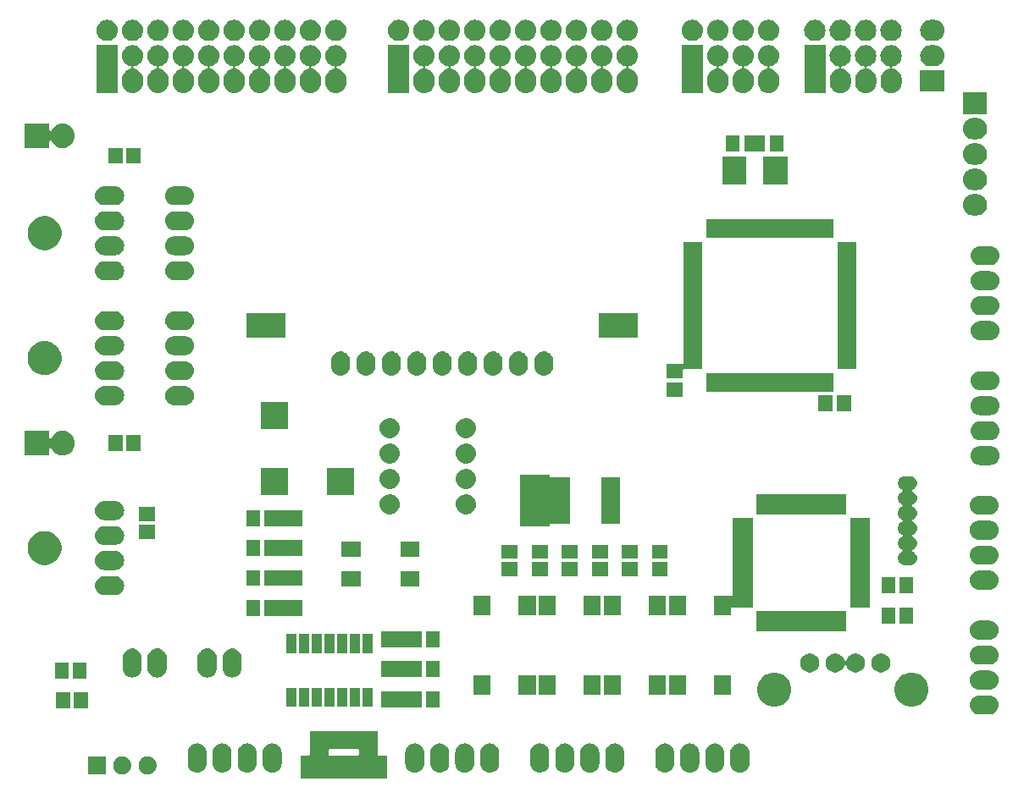
<source format=gbr>
G04 #@! TF.GenerationSoftware,KiCad,Pcbnew,(5.1.4)-1*
G04 #@! TF.CreationDate,2020-01-07T18:52:00+09:00*
G04 #@! TF.ProjectId,stm32f4_Centaurus,73746d33-3266-4345-9f43-656e74617572,rev?*
G04 #@! TF.SameCoordinates,Original*
G04 #@! TF.FileFunction,Soldermask,Top*
G04 #@! TF.FilePolarity,Negative*
%FSLAX46Y46*%
G04 Gerber Fmt 4.6, Leading zero omitted, Abs format (unit mm)*
G04 Created by KiCad (PCBNEW (5.1.4)-1) date 2020-01-07 18:52:00*
%MOMM*%
%LPD*%
G04 APERTURE LIST*
%ADD10C,0.100000*%
G04 APERTURE END LIST*
D10*
G36*
X88800000Y-134135001D02*
G01*
X88802402Y-134159387D01*
X88809515Y-134182836D01*
X88821066Y-134204447D01*
X88836611Y-134223389D01*
X88855553Y-134238934D01*
X88877164Y-134250485D01*
X88900613Y-134257598D01*
X88924999Y-134260000D01*
X89697500Y-134260000D01*
X89697500Y-136560000D01*
X81102500Y-136560000D01*
X81102500Y-134260000D01*
X81875001Y-134260000D01*
X81899387Y-134257598D01*
X81922836Y-134250485D01*
X81944447Y-134238934D01*
X81963389Y-134223389D01*
X81978934Y-134204447D01*
X81990485Y-134182836D01*
X81997598Y-134159387D01*
X82000000Y-134135001D01*
X82000000Y-133764999D01*
X83875000Y-133764999D01*
X83875000Y-134135001D01*
X83877402Y-134159387D01*
X83884515Y-134182836D01*
X83896066Y-134204447D01*
X83911611Y-134223389D01*
X83930553Y-134238934D01*
X83952164Y-134250485D01*
X83975613Y-134257598D01*
X83999999Y-134260000D01*
X86800001Y-134260000D01*
X86824387Y-134257598D01*
X86847836Y-134250485D01*
X86869447Y-134238934D01*
X86888389Y-134223389D01*
X86903934Y-134204447D01*
X86915485Y-134182836D01*
X86922598Y-134159387D01*
X86925000Y-134135001D01*
X86925000Y-133764999D01*
X86922598Y-133740613D01*
X86915485Y-133717164D01*
X86903934Y-133695553D01*
X86888389Y-133676611D01*
X86869447Y-133661066D01*
X86847836Y-133649515D01*
X86824387Y-133642402D01*
X86800001Y-133640000D01*
X83999999Y-133640000D01*
X83975613Y-133642402D01*
X83952164Y-133649515D01*
X83930553Y-133661066D01*
X83911611Y-133676611D01*
X83896066Y-133695553D01*
X83884515Y-133717164D01*
X83877402Y-133740613D01*
X83875000Y-133764999D01*
X82000000Y-133764999D01*
X82000000Y-131860000D01*
X88800000Y-131860000D01*
X88800000Y-134135001D01*
X88800000Y-134135001D01*
G37*
G36*
X63454220Y-134374519D02*
G01*
X63512083Y-134386029D01*
X63675599Y-134453760D01*
X63822760Y-134552090D01*
X63947910Y-134677240D01*
X63947911Y-134677242D01*
X64046241Y-134824403D01*
X64113971Y-134987918D01*
X64148500Y-135161504D01*
X64148500Y-135338496D01*
X64143166Y-135365309D01*
X64113971Y-135512083D01*
X64046240Y-135675599D01*
X63947910Y-135822760D01*
X63822760Y-135947910D01*
X63675599Y-136046240D01*
X63512083Y-136113971D01*
X63454220Y-136125481D01*
X63338496Y-136148500D01*
X63161504Y-136148500D01*
X63045780Y-136125481D01*
X62987917Y-136113971D01*
X62824401Y-136046240D01*
X62677240Y-135947910D01*
X62552090Y-135822760D01*
X62453760Y-135675599D01*
X62386029Y-135512083D01*
X62356834Y-135365309D01*
X62351500Y-135338496D01*
X62351500Y-135161504D01*
X62386029Y-134987918D01*
X62453759Y-134824403D01*
X62552089Y-134677242D01*
X62552090Y-134677240D01*
X62677240Y-134552090D01*
X62824401Y-134453760D01*
X62987917Y-134386029D01*
X63045780Y-134374519D01*
X63161504Y-134351500D01*
X63338496Y-134351500D01*
X63454220Y-134374519D01*
X63454220Y-134374519D01*
G37*
G36*
X65994220Y-134374519D02*
G01*
X66052083Y-134386029D01*
X66215599Y-134453760D01*
X66362760Y-134552090D01*
X66487910Y-134677240D01*
X66487911Y-134677242D01*
X66586241Y-134824403D01*
X66653971Y-134987918D01*
X66688500Y-135161504D01*
X66688500Y-135338496D01*
X66683166Y-135365309D01*
X66653971Y-135512083D01*
X66586240Y-135675599D01*
X66487910Y-135822760D01*
X66362760Y-135947910D01*
X66215599Y-136046240D01*
X66052083Y-136113971D01*
X65994220Y-136125481D01*
X65878496Y-136148500D01*
X65701504Y-136148500D01*
X65585780Y-136125481D01*
X65527917Y-136113971D01*
X65364401Y-136046240D01*
X65217240Y-135947910D01*
X65092090Y-135822760D01*
X64993760Y-135675599D01*
X64926029Y-135512083D01*
X64896834Y-135365309D01*
X64891500Y-135338496D01*
X64891500Y-135161504D01*
X64926029Y-134987918D01*
X64993759Y-134824403D01*
X65092089Y-134677242D01*
X65092090Y-134677240D01*
X65217240Y-134552090D01*
X65364401Y-134453760D01*
X65527917Y-134386029D01*
X65585780Y-134374519D01*
X65701504Y-134351500D01*
X65878496Y-134351500D01*
X65994220Y-134374519D01*
X65994220Y-134374519D01*
G37*
G36*
X61608500Y-136148500D02*
G01*
X59811500Y-136148500D01*
X59811500Y-134351500D01*
X61608500Y-134351500D01*
X61608500Y-136148500D01*
X61608500Y-136148500D01*
G37*
G36*
X100186231Y-133063746D02*
G01*
X100365307Y-133118068D01*
X100365310Y-133118069D01*
X100452831Y-133164850D01*
X100530345Y-133206282D01*
X100575290Y-133243168D01*
X100675002Y-133324998D01*
X100783073Y-133456685D01*
X100793718Y-133469655D01*
X100834780Y-133546477D01*
X100881932Y-133634691D01*
X100936254Y-133813769D01*
X100950000Y-133953334D01*
X100950000Y-135046666D01*
X100936254Y-135186231D01*
X100881932Y-135365309D01*
X100881931Y-135365310D01*
X100803480Y-135512082D01*
X100793717Y-135530346D01*
X100675002Y-135675002D01*
X100543315Y-135783073D01*
X100530345Y-135793718D01*
X100476015Y-135822758D01*
X100365309Y-135881932D01*
X100275770Y-135909093D01*
X100186232Y-135936254D01*
X100000000Y-135954596D01*
X99813769Y-135936254D01*
X99724231Y-135909093D01*
X99634692Y-135881932D01*
X99523986Y-135822758D01*
X99469656Y-135793718D01*
X99456686Y-135783073D01*
X99324999Y-135675002D01*
X99206284Y-135530346D01*
X99196522Y-135512082D01*
X99118069Y-135365308D01*
X99063747Y-135186232D01*
X99063747Y-135186231D01*
X99063746Y-135186229D01*
X99050000Y-135046666D01*
X99050000Y-133953335D01*
X99063746Y-133813770D01*
X99063747Y-133813768D01*
X99118068Y-133634693D01*
X99118069Y-133634690D01*
X99164850Y-133547169D01*
X99206282Y-133469655D01*
X99243168Y-133424710D01*
X99324998Y-133324998D01*
X99469654Y-133206283D01*
X99469653Y-133206283D01*
X99469655Y-133206282D01*
X99546477Y-133165220D01*
X99634691Y-133118068D01*
X99724230Y-133090907D01*
X99813768Y-133063746D01*
X100000000Y-133045404D01*
X100186231Y-133063746D01*
X100186231Y-133063746D01*
G37*
G36*
X95186231Y-133063746D02*
G01*
X95365307Y-133118068D01*
X95365310Y-133118069D01*
X95452831Y-133164850D01*
X95530345Y-133206282D01*
X95575290Y-133243168D01*
X95675002Y-133324998D01*
X95783073Y-133456685D01*
X95793718Y-133469655D01*
X95834780Y-133546477D01*
X95881932Y-133634691D01*
X95936254Y-133813769D01*
X95950000Y-133953334D01*
X95950000Y-135046666D01*
X95936254Y-135186231D01*
X95881932Y-135365309D01*
X95881931Y-135365310D01*
X95803480Y-135512082D01*
X95793717Y-135530346D01*
X95675002Y-135675002D01*
X95543315Y-135783073D01*
X95530345Y-135793718D01*
X95476015Y-135822758D01*
X95365309Y-135881932D01*
X95275770Y-135909093D01*
X95186232Y-135936254D01*
X95000000Y-135954596D01*
X94813769Y-135936254D01*
X94724231Y-135909093D01*
X94634692Y-135881932D01*
X94523986Y-135822758D01*
X94469656Y-135793718D01*
X94456686Y-135783073D01*
X94324999Y-135675002D01*
X94206284Y-135530346D01*
X94196522Y-135512082D01*
X94118069Y-135365308D01*
X94063747Y-135186232D01*
X94063747Y-135186231D01*
X94063746Y-135186229D01*
X94050000Y-135046666D01*
X94050000Y-133953335D01*
X94063746Y-133813770D01*
X94063747Y-133813768D01*
X94118068Y-133634693D01*
X94118069Y-133634690D01*
X94164850Y-133547169D01*
X94206282Y-133469655D01*
X94243168Y-133424710D01*
X94324998Y-133324998D01*
X94469654Y-133206283D01*
X94469653Y-133206283D01*
X94469655Y-133206282D01*
X94546477Y-133165220D01*
X94634691Y-133118068D01*
X94724230Y-133090907D01*
X94813768Y-133063746D01*
X95000000Y-133045404D01*
X95186231Y-133063746D01*
X95186231Y-133063746D01*
G37*
G36*
X92686231Y-133063746D02*
G01*
X92865307Y-133118068D01*
X92865310Y-133118069D01*
X92952831Y-133164850D01*
X93030345Y-133206282D01*
X93075290Y-133243168D01*
X93175002Y-133324998D01*
X93283073Y-133456685D01*
X93293718Y-133469655D01*
X93334780Y-133546477D01*
X93381932Y-133634691D01*
X93436254Y-133813769D01*
X93450000Y-133953334D01*
X93450000Y-135046666D01*
X93436254Y-135186231D01*
X93381932Y-135365309D01*
X93381931Y-135365310D01*
X93303480Y-135512082D01*
X93293717Y-135530346D01*
X93175002Y-135675002D01*
X93043315Y-135783073D01*
X93030345Y-135793718D01*
X92976015Y-135822758D01*
X92865309Y-135881932D01*
X92775770Y-135909093D01*
X92686232Y-135936254D01*
X92500000Y-135954596D01*
X92313769Y-135936254D01*
X92224231Y-135909093D01*
X92134692Y-135881932D01*
X92023986Y-135822758D01*
X91969656Y-135793718D01*
X91956686Y-135783073D01*
X91824999Y-135675002D01*
X91706284Y-135530346D01*
X91696522Y-135512082D01*
X91618069Y-135365308D01*
X91563747Y-135186232D01*
X91563747Y-135186231D01*
X91563746Y-135186229D01*
X91550000Y-135046666D01*
X91550000Y-133953335D01*
X91563746Y-133813770D01*
X91563747Y-133813768D01*
X91618068Y-133634693D01*
X91618069Y-133634690D01*
X91664850Y-133547169D01*
X91706282Y-133469655D01*
X91743168Y-133424710D01*
X91824998Y-133324998D01*
X91969654Y-133206283D01*
X91969653Y-133206283D01*
X91969655Y-133206282D01*
X92046477Y-133165220D01*
X92134691Y-133118068D01*
X92224230Y-133090907D01*
X92313768Y-133063746D01*
X92500000Y-133045404D01*
X92686231Y-133063746D01*
X92686231Y-133063746D01*
G37*
G36*
X105186231Y-133063746D02*
G01*
X105365307Y-133118068D01*
X105365310Y-133118069D01*
X105452831Y-133164850D01*
X105530345Y-133206282D01*
X105575290Y-133243168D01*
X105675002Y-133324998D01*
X105783073Y-133456685D01*
X105793718Y-133469655D01*
X105834780Y-133546477D01*
X105881932Y-133634691D01*
X105936254Y-133813769D01*
X105950000Y-133953334D01*
X105950000Y-135046666D01*
X105936254Y-135186231D01*
X105881932Y-135365309D01*
X105881931Y-135365310D01*
X105803480Y-135512082D01*
X105793717Y-135530346D01*
X105675002Y-135675002D01*
X105543315Y-135783073D01*
X105530345Y-135793718D01*
X105476015Y-135822758D01*
X105365309Y-135881932D01*
X105275770Y-135909093D01*
X105186232Y-135936254D01*
X105000000Y-135954596D01*
X104813769Y-135936254D01*
X104724231Y-135909093D01*
X104634692Y-135881932D01*
X104523986Y-135822758D01*
X104469656Y-135793718D01*
X104456686Y-135783073D01*
X104324999Y-135675002D01*
X104206284Y-135530346D01*
X104196522Y-135512082D01*
X104118069Y-135365308D01*
X104063747Y-135186232D01*
X104063747Y-135186231D01*
X104063746Y-135186229D01*
X104050000Y-135046666D01*
X104050000Y-133953335D01*
X104063746Y-133813770D01*
X104063747Y-133813768D01*
X104118068Y-133634693D01*
X104118069Y-133634690D01*
X104164850Y-133547169D01*
X104206282Y-133469655D01*
X104243168Y-133424710D01*
X104324998Y-133324998D01*
X104469654Y-133206283D01*
X104469653Y-133206283D01*
X104469655Y-133206282D01*
X104546477Y-133165220D01*
X104634691Y-133118068D01*
X104724230Y-133090907D01*
X104813768Y-133063746D01*
X105000000Y-133045404D01*
X105186231Y-133063746D01*
X105186231Y-133063746D01*
G37*
G36*
X107686231Y-133063746D02*
G01*
X107865307Y-133118068D01*
X107865310Y-133118069D01*
X107952831Y-133164850D01*
X108030345Y-133206282D01*
X108075290Y-133243168D01*
X108175002Y-133324998D01*
X108283073Y-133456685D01*
X108293718Y-133469655D01*
X108334780Y-133546477D01*
X108381932Y-133634691D01*
X108436254Y-133813769D01*
X108450000Y-133953334D01*
X108450000Y-135046666D01*
X108436254Y-135186231D01*
X108381932Y-135365309D01*
X108381931Y-135365310D01*
X108303480Y-135512082D01*
X108293717Y-135530346D01*
X108175002Y-135675002D01*
X108043315Y-135783073D01*
X108030345Y-135793718D01*
X107976015Y-135822758D01*
X107865309Y-135881932D01*
X107775770Y-135909093D01*
X107686232Y-135936254D01*
X107500000Y-135954596D01*
X107313769Y-135936254D01*
X107224231Y-135909093D01*
X107134692Y-135881932D01*
X107023986Y-135822758D01*
X106969656Y-135793718D01*
X106956686Y-135783073D01*
X106824999Y-135675002D01*
X106706284Y-135530346D01*
X106696522Y-135512082D01*
X106618069Y-135365308D01*
X106563747Y-135186232D01*
X106563747Y-135186231D01*
X106563746Y-135186229D01*
X106550000Y-135046666D01*
X106550000Y-133953335D01*
X106563746Y-133813770D01*
X106563747Y-133813768D01*
X106618068Y-133634693D01*
X106618069Y-133634690D01*
X106664850Y-133547169D01*
X106706282Y-133469655D01*
X106743168Y-133424710D01*
X106824998Y-133324998D01*
X106969654Y-133206283D01*
X106969653Y-133206283D01*
X106969655Y-133206282D01*
X107046477Y-133165220D01*
X107134691Y-133118068D01*
X107224230Y-133090907D01*
X107313768Y-133063746D01*
X107500000Y-133045404D01*
X107686231Y-133063746D01*
X107686231Y-133063746D01*
G37*
G36*
X110186231Y-133063746D02*
G01*
X110365307Y-133118068D01*
X110365310Y-133118069D01*
X110452831Y-133164850D01*
X110530345Y-133206282D01*
X110575290Y-133243168D01*
X110675002Y-133324998D01*
X110783073Y-133456685D01*
X110793718Y-133469655D01*
X110834780Y-133546477D01*
X110881932Y-133634691D01*
X110936254Y-133813769D01*
X110950000Y-133953334D01*
X110950000Y-135046666D01*
X110936254Y-135186231D01*
X110881932Y-135365309D01*
X110881931Y-135365310D01*
X110803480Y-135512082D01*
X110793717Y-135530346D01*
X110675002Y-135675002D01*
X110543315Y-135783073D01*
X110530345Y-135793718D01*
X110476015Y-135822758D01*
X110365309Y-135881932D01*
X110275770Y-135909093D01*
X110186232Y-135936254D01*
X110000000Y-135954596D01*
X109813769Y-135936254D01*
X109724231Y-135909093D01*
X109634692Y-135881932D01*
X109523986Y-135822758D01*
X109469656Y-135793718D01*
X109456686Y-135783073D01*
X109324999Y-135675002D01*
X109206284Y-135530346D01*
X109196522Y-135512082D01*
X109118069Y-135365308D01*
X109063747Y-135186232D01*
X109063747Y-135186231D01*
X109063746Y-135186229D01*
X109050000Y-135046666D01*
X109050000Y-133953335D01*
X109063746Y-133813770D01*
X109063747Y-133813768D01*
X109118068Y-133634693D01*
X109118069Y-133634690D01*
X109164850Y-133547169D01*
X109206282Y-133469655D01*
X109243168Y-133424710D01*
X109324998Y-133324998D01*
X109469654Y-133206283D01*
X109469653Y-133206283D01*
X109469655Y-133206282D01*
X109546477Y-133165220D01*
X109634691Y-133118068D01*
X109724230Y-133090907D01*
X109813768Y-133063746D01*
X110000000Y-133045404D01*
X110186231Y-133063746D01*
X110186231Y-133063746D01*
G37*
G36*
X112686231Y-133063746D02*
G01*
X112865307Y-133118068D01*
X112865310Y-133118069D01*
X112952831Y-133164850D01*
X113030345Y-133206282D01*
X113075290Y-133243168D01*
X113175002Y-133324998D01*
X113283073Y-133456685D01*
X113293718Y-133469655D01*
X113334780Y-133546477D01*
X113381932Y-133634691D01*
X113436254Y-133813769D01*
X113450000Y-133953334D01*
X113450000Y-135046666D01*
X113436254Y-135186231D01*
X113381932Y-135365309D01*
X113381931Y-135365310D01*
X113303480Y-135512082D01*
X113293717Y-135530346D01*
X113175002Y-135675002D01*
X113043315Y-135783073D01*
X113030345Y-135793718D01*
X112976015Y-135822758D01*
X112865309Y-135881932D01*
X112775770Y-135909093D01*
X112686232Y-135936254D01*
X112500000Y-135954596D01*
X112313769Y-135936254D01*
X112224231Y-135909093D01*
X112134692Y-135881932D01*
X112023986Y-135822758D01*
X111969656Y-135793718D01*
X111956686Y-135783073D01*
X111824999Y-135675002D01*
X111706284Y-135530346D01*
X111696522Y-135512082D01*
X111618069Y-135365308D01*
X111563747Y-135186232D01*
X111563747Y-135186231D01*
X111563746Y-135186229D01*
X111550000Y-135046666D01*
X111550000Y-133953335D01*
X111563746Y-133813770D01*
X111563747Y-133813768D01*
X111618068Y-133634693D01*
X111618069Y-133634690D01*
X111664850Y-133547169D01*
X111706282Y-133469655D01*
X111743168Y-133424710D01*
X111824998Y-133324998D01*
X111969654Y-133206283D01*
X111969653Y-133206283D01*
X111969655Y-133206282D01*
X112046477Y-133165220D01*
X112134691Y-133118068D01*
X112224230Y-133090907D01*
X112313768Y-133063746D01*
X112500000Y-133045404D01*
X112686231Y-133063746D01*
X112686231Y-133063746D01*
G37*
G36*
X125186231Y-133063746D02*
G01*
X125365307Y-133118068D01*
X125365310Y-133118069D01*
X125452831Y-133164850D01*
X125530345Y-133206282D01*
X125575290Y-133243168D01*
X125675002Y-133324998D01*
X125783073Y-133456685D01*
X125793718Y-133469655D01*
X125834780Y-133546477D01*
X125881932Y-133634691D01*
X125936254Y-133813769D01*
X125950000Y-133953334D01*
X125950000Y-135046666D01*
X125936254Y-135186231D01*
X125881932Y-135365309D01*
X125881931Y-135365310D01*
X125803480Y-135512082D01*
X125793717Y-135530346D01*
X125675002Y-135675002D01*
X125543315Y-135783073D01*
X125530345Y-135793718D01*
X125476015Y-135822758D01*
X125365309Y-135881932D01*
X125275770Y-135909093D01*
X125186232Y-135936254D01*
X125000000Y-135954596D01*
X124813769Y-135936254D01*
X124724231Y-135909093D01*
X124634692Y-135881932D01*
X124523986Y-135822758D01*
X124469656Y-135793718D01*
X124456686Y-135783073D01*
X124324999Y-135675002D01*
X124206284Y-135530346D01*
X124196522Y-135512082D01*
X124118069Y-135365308D01*
X124063747Y-135186232D01*
X124063747Y-135186231D01*
X124063746Y-135186229D01*
X124050000Y-135046666D01*
X124050000Y-133953335D01*
X124063746Y-133813770D01*
X124063747Y-133813768D01*
X124118068Y-133634693D01*
X124118069Y-133634690D01*
X124164850Y-133547169D01*
X124206282Y-133469655D01*
X124243168Y-133424710D01*
X124324998Y-133324998D01*
X124469654Y-133206283D01*
X124469653Y-133206283D01*
X124469655Y-133206282D01*
X124546477Y-133165220D01*
X124634691Y-133118068D01*
X124724230Y-133090907D01*
X124813768Y-133063746D01*
X125000000Y-133045404D01*
X125186231Y-133063746D01*
X125186231Y-133063746D01*
G37*
G36*
X97686231Y-133063746D02*
G01*
X97865307Y-133118068D01*
X97865310Y-133118069D01*
X97952831Y-133164850D01*
X98030345Y-133206282D01*
X98075290Y-133243168D01*
X98175002Y-133324998D01*
X98283073Y-133456685D01*
X98293718Y-133469655D01*
X98334780Y-133546477D01*
X98381932Y-133634691D01*
X98436254Y-133813769D01*
X98450000Y-133953334D01*
X98450000Y-135046666D01*
X98436254Y-135186231D01*
X98381932Y-135365309D01*
X98381931Y-135365310D01*
X98303480Y-135512082D01*
X98293717Y-135530346D01*
X98175002Y-135675002D01*
X98043315Y-135783073D01*
X98030345Y-135793718D01*
X97976015Y-135822758D01*
X97865309Y-135881932D01*
X97775770Y-135909093D01*
X97686232Y-135936254D01*
X97500000Y-135954596D01*
X97313769Y-135936254D01*
X97224231Y-135909093D01*
X97134692Y-135881932D01*
X97023986Y-135822758D01*
X96969656Y-135793718D01*
X96956686Y-135783073D01*
X96824999Y-135675002D01*
X96706284Y-135530346D01*
X96696522Y-135512082D01*
X96618069Y-135365308D01*
X96563747Y-135186232D01*
X96563747Y-135186231D01*
X96563746Y-135186229D01*
X96550000Y-135046666D01*
X96550000Y-133953335D01*
X96563746Y-133813770D01*
X96563747Y-133813768D01*
X96618068Y-133634693D01*
X96618069Y-133634690D01*
X96664850Y-133547169D01*
X96706282Y-133469655D01*
X96743168Y-133424710D01*
X96824998Y-133324998D01*
X96969654Y-133206283D01*
X96969653Y-133206283D01*
X96969655Y-133206282D01*
X97046477Y-133165220D01*
X97134691Y-133118068D01*
X97224230Y-133090907D01*
X97313768Y-133063746D01*
X97500000Y-133045404D01*
X97686231Y-133063746D01*
X97686231Y-133063746D01*
G37*
G36*
X120186231Y-133063746D02*
G01*
X120365307Y-133118068D01*
X120365310Y-133118069D01*
X120452831Y-133164850D01*
X120530345Y-133206282D01*
X120575290Y-133243168D01*
X120675002Y-133324998D01*
X120783073Y-133456685D01*
X120793718Y-133469655D01*
X120834780Y-133546477D01*
X120881932Y-133634691D01*
X120936254Y-133813769D01*
X120950000Y-133953334D01*
X120950000Y-135046666D01*
X120936254Y-135186231D01*
X120881932Y-135365309D01*
X120881931Y-135365310D01*
X120803480Y-135512082D01*
X120793717Y-135530346D01*
X120675002Y-135675002D01*
X120543315Y-135783073D01*
X120530345Y-135793718D01*
X120476015Y-135822758D01*
X120365309Y-135881932D01*
X120275770Y-135909093D01*
X120186232Y-135936254D01*
X120000000Y-135954596D01*
X119813769Y-135936254D01*
X119724231Y-135909093D01*
X119634692Y-135881932D01*
X119523986Y-135822758D01*
X119469656Y-135793718D01*
X119456686Y-135783073D01*
X119324999Y-135675002D01*
X119206284Y-135530346D01*
X119196522Y-135512082D01*
X119118069Y-135365308D01*
X119063747Y-135186232D01*
X119063747Y-135186231D01*
X119063746Y-135186229D01*
X119050000Y-135046666D01*
X119050000Y-133953335D01*
X119063746Y-133813770D01*
X119063747Y-133813768D01*
X119118068Y-133634693D01*
X119118069Y-133634690D01*
X119164850Y-133547169D01*
X119206282Y-133469655D01*
X119243168Y-133424710D01*
X119324998Y-133324998D01*
X119469654Y-133206283D01*
X119469653Y-133206283D01*
X119469655Y-133206282D01*
X119546477Y-133165220D01*
X119634691Y-133118068D01*
X119724230Y-133090907D01*
X119813768Y-133063746D01*
X120000000Y-133045404D01*
X120186231Y-133063746D01*
X120186231Y-133063746D01*
G37*
G36*
X117686231Y-133063746D02*
G01*
X117865307Y-133118068D01*
X117865310Y-133118069D01*
X117952831Y-133164850D01*
X118030345Y-133206282D01*
X118075290Y-133243168D01*
X118175002Y-133324998D01*
X118283073Y-133456685D01*
X118293718Y-133469655D01*
X118334780Y-133546477D01*
X118381932Y-133634691D01*
X118436254Y-133813769D01*
X118450000Y-133953334D01*
X118450000Y-135046666D01*
X118436254Y-135186231D01*
X118381932Y-135365309D01*
X118381931Y-135365310D01*
X118303480Y-135512082D01*
X118293717Y-135530346D01*
X118175002Y-135675002D01*
X118043315Y-135783073D01*
X118030345Y-135793718D01*
X117976015Y-135822758D01*
X117865309Y-135881932D01*
X117775770Y-135909093D01*
X117686232Y-135936254D01*
X117500000Y-135954596D01*
X117313769Y-135936254D01*
X117224231Y-135909093D01*
X117134692Y-135881932D01*
X117023986Y-135822758D01*
X116969656Y-135793718D01*
X116956686Y-135783073D01*
X116824999Y-135675002D01*
X116706284Y-135530346D01*
X116696522Y-135512082D01*
X116618069Y-135365308D01*
X116563747Y-135186232D01*
X116563747Y-135186231D01*
X116563746Y-135186229D01*
X116550000Y-135046666D01*
X116550000Y-133953335D01*
X116563746Y-133813770D01*
X116563747Y-133813768D01*
X116618068Y-133634693D01*
X116618069Y-133634690D01*
X116664850Y-133547169D01*
X116706282Y-133469655D01*
X116743168Y-133424710D01*
X116824998Y-133324998D01*
X116969654Y-133206283D01*
X116969653Y-133206283D01*
X116969655Y-133206282D01*
X117046477Y-133165220D01*
X117134691Y-133118068D01*
X117224230Y-133090907D01*
X117313768Y-133063746D01*
X117500000Y-133045404D01*
X117686231Y-133063746D01*
X117686231Y-133063746D01*
G37*
G36*
X78436231Y-133063746D02*
G01*
X78615307Y-133118068D01*
X78615310Y-133118069D01*
X78702831Y-133164850D01*
X78780345Y-133206282D01*
X78825290Y-133243168D01*
X78925002Y-133324998D01*
X79033073Y-133456685D01*
X79043718Y-133469655D01*
X79084780Y-133546477D01*
X79131932Y-133634691D01*
X79186254Y-133813769D01*
X79200000Y-133953334D01*
X79200000Y-135046666D01*
X79186254Y-135186231D01*
X79131932Y-135365309D01*
X79131931Y-135365310D01*
X79053480Y-135512082D01*
X79043717Y-135530346D01*
X78925002Y-135675002D01*
X78793315Y-135783073D01*
X78780345Y-135793718D01*
X78726015Y-135822758D01*
X78615309Y-135881932D01*
X78525770Y-135909093D01*
X78436232Y-135936254D01*
X78250000Y-135954596D01*
X78063769Y-135936254D01*
X77974231Y-135909093D01*
X77884692Y-135881932D01*
X77773986Y-135822758D01*
X77719656Y-135793718D01*
X77706686Y-135783073D01*
X77574999Y-135675002D01*
X77456284Y-135530346D01*
X77446522Y-135512082D01*
X77368069Y-135365308D01*
X77313747Y-135186232D01*
X77313747Y-135186231D01*
X77313746Y-135186229D01*
X77300000Y-135046666D01*
X77300000Y-133953335D01*
X77313746Y-133813770D01*
X77313747Y-133813768D01*
X77368068Y-133634693D01*
X77368069Y-133634690D01*
X77414850Y-133547169D01*
X77456282Y-133469655D01*
X77493168Y-133424710D01*
X77574998Y-133324998D01*
X77719654Y-133206283D01*
X77719653Y-133206283D01*
X77719655Y-133206282D01*
X77796477Y-133165220D01*
X77884691Y-133118068D01*
X77974230Y-133090907D01*
X78063768Y-133063746D01*
X78250000Y-133045404D01*
X78436231Y-133063746D01*
X78436231Y-133063746D01*
G37*
G36*
X75936231Y-133063746D02*
G01*
X76115307Y-133118068D01*
X76115310Y-133118069D01*
X76202831Y-133164850D01*
X76280345Y-133206282D01*
X76325290Y-133243168D01*
X76425002Y-133324998D01*
X76533073Y-133456685D01*
X76543718Y-133469655D01*
X76584780Y-133546477D01*
X76631932Y-133634691D01*
X76686254Y-133813769D01*
X76700000Y-133953334D01*
X76700000Y-135046666D01*
X76686254Y-135186231D01*
X76631932Y-135365309D01*
X76631931Y-135365310D01*
X76553480Y-135512082D01*
X76543717Y-135530346D01*
X76425002Y-135675002D01*
X76293315Y-135783073D01*
X76280345Y-135793718D01*
X76226015Y-135822758D01*
X76115309Y-135881932D01*
X76025770Y-135909093D01*
X75936232Y-135936254D01*
X75750000Y-135954596D01*
X75563769Y-135936254D01*
X75474231Y-135909093D01*
X75384692Y-135881932D01*
X75273986Y-135822758D01*
X75219656Y-135793718D01*
X75206686Y-135783073D01*
X75074999Y-135675002D01*
X74956284Y-135530346D01*
X74946522Y-135512082D01*
X74868069Y-135365308D01*
X74813747Y-135186232D01*
X74813747Y-135186231D01*
X74813746Y-135186229D01*
X74800000Y-135046666D01*
X74800000Y-133953335D01*
X74813746Y-133813770D01*
X74813747Y-133813768D01*
X74868068Y-133634693D01*
X74868069Y-133634690D01*
X74914850Y-133547169D01*
X74956282Y-133469655D01*
X74993168Y-133424710D01*
X75074998Y-133324998D01*
X75219654Y-133206283D01*
X75219653Y-133206283D01*
X75219655Y-133206282D01*
X75296477Y-133165220D01*
X75384691Y-133118068D01*
X75474230Y-133090907D01*
X75563768Y-133063746D01*
X75750000Y-133045404D01*
X75936231Y-133063746D01*
X75936231Y-133063746D01*
G37*
G36*
X73436231Y-133063746D02*
G01*
X73615307Y-133118068D01*
X73615310Y-133118069D01*
X73702831Y-133164850D01*
X73780345Y-133206282D01*
X73825290Y-133243168D01*
X73925002Y-133324998D01*
X74033073Y-133456685D01*
X74043718Y-133469655D01*
X74084780Y-133546477D01*
X74131932Y-133634691D01*
X74186254Y-133813769D01*
X74200000Y-133953334D01*
X74200000Y-135046666D01*
X74186254Y-135186231D01*
X74131932Y-135365309D01*
X74131931Y-135365310D01*
X74053480Y-135512082D01*
X74043717Y-135530346D01*
X73925002Y-135675002D01*
X73793315Y-135783073D01*
X73780345Y-135793718D01*
X73726015Y-135822758D01*
X73615309Y-135881932D01*
X73525770Y-135909093D01*
X73436232Y-135936254D01*
X73250000Y-135954596D01*
X73063769Y-135936254D01*
X72974231Y-135909093D01*
X72884692Y-135881932D01*
X72773986Y-135822758D01*
X72719656Y-135793718D01*
X72706686Y-135783073D01*
X72574999Y-135675002D01*
X72456284Y-135530346D01*
X72446522Y-135512082D01*
X72368069Y-135365308D01*
X72313747Y-135186232D01*
X72313747Y-135186231D01*
X72313746Y-135186229D01*
X72300000Y-135046666D01*
X72300000Y-133953335D01*
X72313746Y-133813770D01*
X72313747Y-133813768D01*
X72368068Y-133634693D01*
X72368069Y-133634690D01*
X72414850Y-133547169D01*
X72456282Y-133469655D01*
X72493168Y-133424710D01*
X72574998Y-133324998D01*
X72719654Y-133206283D01*
X72719653Y-133206283D01*
X72719655Y-133206282D01*
X72796477Y-133165220D01*
X72884691Y-133118068D01*
X72974230Y-133090907D01*
X73063768Y-133063746D01*
X73250000Y-133045404D01*
X73436231Y-133063746D01*
X73436231Y-133063746D01*
G37*
G36*
X70936231Y-133063746D02*
G01*
X71115307Y-133118068D01*
X71115310Y-133118069D01*
X71202831Y-133164850D01*
X71280345Y-133206282D01*
X71325290Y-133243168D01*
X71425002Y-133324998D01*
X71533073Y-133456685D01*
X71543718Y-133469655D01*
X71584780Y-133546477D01*
X71631932Y-133634691D01*
X71686254Y-133813769D01*
X71700000Y-133953334D01*
X71700000Y-135046666D01*
X71686254Y-135186231D01*
X71631932Y-135365309D01*
X71631931Y-135365310D01*
X71553480Y-135512082D01*
X71543717Y-135530346D01*
X71425002Y-135675002D01*
X71293315Y-135783073D01*
X71280345Y-135793718D01*
X71226015Y-135822758D01*
X71115309Y-135881932D01*
X71025770Y-135909093D01*
X70936232Y-135936254D01*
X70750000Y-135954596D01*
X70563769Y-135936254D01*
X70474231Y-135909093D01*
X70384692Y-135881932D01*
X70273986Y-135822758D01*
X70219656Y-135793718D01*
X70206686Y-135783073D01*
X70074999Y-135675002D01*
X69956284Y-135530346D01*
X69946522Y-135512082D01*
X69868069Y-135365308D01*
X69813747Y-135186232D01*
X69813747Y-135186231D01*
X69813746Y-135186229D01*
X69800000Y-135046666D01*
X69800000Y-133953335D01*
X69813746Y-133813770D01*
X69813747Y-133813768D01*
X69868068Y-133634693D01*
X69868069Y-133634690D01*
X69914850Y-133547169D01*
X69956282Y-133469655D01*
X69993168Y-133424710D01*
X70074998Y-133324998D01*
X70219654Y-133206283D01*
X70219653Y-133206283D01*
X70219655Y-133206282D01*
X70296477Y-133165220D01*
X70384691Y-133118068D01*
X70474230Y-133090907D01*
X70563768Y-133063746D01*
X70750000Y-133045404D01*
X70936231Y-133063746D01*
X70936231Y-133063746D01*
G37*
G36*
X122686231Y-133063746D02*
G01*
X122865307Y-133118068D01*
X122865310Y-133118069D01*
X122952831Y-133164850D01*
X123030345Y-133206282D01*
X123075290Y-133243168D01*
X123175002Y-133324998D01*
X123283073Y-133456685D01*
X123293718Y-133469655D01*
X123334780Y-133546477D01*
X123381932Y-133634691D01*
X123436254Y-133813769D01*
X123450000Y-133953334D01*
X123450000Y-135046666D01*
X123436254Y-135186231D01*
X123381932Y-135365309D01*
X123381931Y-135365310D01*
X123303480Y-135512082D01*
X123293717Y-135530346D01*
X123175002Y-135675002D01*
X123043315Y-135783073D01*
X123030345Y-135793718D01*
X122976015Y-135822758D01*
X122865309Y-135881932D01*
X122775770Y-135909093D01*
X122686232Y-135936254D01*
X122500000Y-135954596D01*
X122313769Y-135936254D01*
X122224231Y-135909093D01*
X122134692Y-135881932D01*
X122023986Y-135822758D01*
X121969656Y-135793718D01*
X121956686Y-135783073D01*
X121824999Y-135675002D01*
X121706284Y-135530346D01*
X121696522Y-135512082D01*
X121618069Y-135365308D01*
X121563747Y-135186232D01*
X121563747Y-135186231D01*
X121563746Y-135186229D01*
X121550000Y-135046666D01*
X121550000Y-133953335D01*
X121563746Y-133813770D01*
X121563747Y-133813768D01*
X121618068Y-133634693D01*
X121618069Y-133634690D01*
X121664850Y-133547169D01*
X121706282Y-133469655D01*
X121743168Y-133424710D01*
X121824998Y-133324998D01*
X121969654Y-133206283D01*
X121969653Y-133206283D01*
X121969655Y-133206282D01*
X122046477Y-133165220D01*
X122134691Y-133118068D01*
X122224230Y-133090907D01*
X122313768Y-133063746D01*
X122500000Y-133045404D01*
X122686231Y-133063746D01*
X122686231Y-133063746D01*
G37*
G36*
X150036448Y-128266873D02*
G01*
X150106232Y-128273746D01*
X150195770Y-128300907D01*
X150285309Y-128328068D01*
X150373523Y-128375220D01*
X150450345Y-128416282D01*
X150450347Y-128416283D01*
X150450346Y-128416283D01*
X150595002Y-128534998D01*
X150713717Y-128679654D01*
X150801932Y-128844691D01*
X150856254Y-129023769D01*
X150874596Y-129210000D01*
X150856254Y-129396231D01*
X150801932Y-129575309D01*
X150713717Y-129740346D01*
X150595002Y-129885002D01*
X150463316Y-129993073D01*
X150450345Y-130003718D01*
X150373523Y-130044780D01*
X150285309Y-130091932D01*
X150195770Y-130119093D01*
X150106232Y-130146254D01*
X150036448Y-130153127D01*
X149966666Y-130160000D01*
X148873334Y-130160000D01*
X148803552Y-130153127D01*
X148733768Y-130146254D01*
X148644230Y-130119093D01*
X148554691Y-130091932D01*
X148466477Y-130044780D01*
X148389655Y-130003718D01*
X148376685Y-129993073D01*
X148244998Y-129885002D01*
X148126283Y-129740346D01*
X148038068Y-129575309D01*
X147983746Y-129396231D01*
X147965404Y-129210000D01*
X147983746Y-129023769D01*
X148038068Y-128844691D01*
X148126283Y-128679654D01*
X148244998Y-128534998D01*
X148389654Y-128416283D01*
X148389653Y-128416283D01*
X148389655Y-128416282D01*
X148466477Y-128375220D01*
X148554691Y-128328068D01*
X148644230Y-128300907D01*
X148733768Y-128273746D01*
X148803552Y-128266873D01*
X148873334Y-128260000D01*
X149966666Y-128260000D01*
X150036448Y-128266873D01*
X150036448Y-128266873D01*
G37*
G36*
X59830000Y-129550000D02*
G01*
X58430000Y-129550000D01*
X58430000Y-127950000D01*
X59830000Y-127950000D01*
X59830000Y-129550000D01*
X59830000Y-129550000D01*
G37*
G36*
X58070000Y-129550000D02*
G01*
X56670000Y-129550000D01*
X56670000Y-127950000D01*
X58070000Y-127950000D01*
X58070000Y-129550000D01*
X58070000Y-129550000D01*
G37*
G36*
X95000000Y-129420000D02*
G01*
X93600000Y-129420000D01*
X93600000Y-127820000D01*
X95000000Y-127820000D01*
X95000000Y-129420000D01*
X95000000Y-129420000D01*
G37*
G36*
X93240000Y-129420000D02*
G01*
X89160000Y-129420000D01*
X89160000Y-127820000D01*
X93240000Y-127820000D01*
X93240000Y-129420000D01*
X93240000Y-129420000D01*
G37*
G36*
X81960000Y-129400000D02*
G01*
X80960000Y-129400000D01*
X80960000Y-127500000D01*
X81960000Y-127500000D01*
X81960000Y-129400000D01*
X81960000Y-129400000D01*
G37*
G36*
X88310000Y-129400000D02*
G01*
X87310000Y-129400000D01*
X87310000Y-127500000D01*
X88310000Y-127500000D01*
X88310000Y-129400000D01*
X88310000Y-129400000D01*
G37*
G36*
X87040000Y-129400000D02*
G01*
X86040000Y-129400000D01*
X86040000Y-127500000D01*
X87040000Y-127500000D01*
X87040000Y-129400000D01*
X87040000Y-129400000D01*
G37*
G36*
X85770000Y-129400000D02*
G01*
X84770000Y-129400000D01*
X84770000Y-127500000D01*
X85770000Y-127500000D01*
X85770000Y-129400000D01*
X85770000Y-129400000D01*
G37*
G36*
X84500000Y-129400000D02*
G01*
X83500000Y-129400000D01*
X83500000Y-127500000D01*
X84500000Y-127500000D01*
X84500000Y-129400000D01*
X84500000Y-129400000D01*
G37*
G36*
X83230000Y-129400000D02*
G01*
X82230000Y-129400000D01*
X82230000Y-127500000D01*
X83230000Y-127500000D01*
X83230000Y-129400000D01*
X83230000Y-129400000D01*
G37*
G36*
X80690000Y-129400000D02*
G01*
X79690000Y-129400000D01*
X79690000Y-127500000D01*
X80690000Y-127500000D01*
X80690000Y-129400000D01*
X80690000Y-129400000D01*
G37*
G36*
X142656693Y-126028214D02*
G01*
X142966049Y-126156354D01*
X143000921Y-126179655D01*
X143244464Y-126342385D01*
X143481235Y-126579156D01*
X143481236Y-126579158D01*
X143667266Y-126857571D01*
X143795406Y-127166927D01*
X143860730Y-127495336D01*
X143860730Y-127830184D01*
X143795406Y-128158593D01*
X143667266Y-128467949D01*
X143574882Y-128606211D01*
X143481235Y-128746364D01*
X143244464Y-128983135D01*
X143183652Y-129023768D01*
X142966049Y-129169166D01*
X142656693Y-129297306D01*
X142328284Y-129362630D01*
X141993436Y-129362630D01*
X141665027Y-129297306D01*
X141355671Y-129169166D01*
X141138068Y-129023768D01*
X141077256Y-128983135D01*
X140840485Y-128746364D01*
X140746838Y-128606211D01*
X140654454Y-128467949D01*
X140526314Y-128158593D01*
X140460990Y-127830184D01*
X140460990Y-127495336D01*
X140526314Y-127166927D01*
X140654454Y-126857571D01*
X140840484Y-126579158D01*
X140840485Y-126579156D01*
X141077256Y-126342385D01*
X141320799Y-126179655D01*
X141355671Y-126156354D01*
X141665027Y-126028214D01*
X141993436Y-125962890D01*
X142328284Y-125962890D01*
X142656693Y-126028214D01*
X142656693Y-126028214D01*
G37*
G36*
X128940693Y-126028214D02*
G01*
X129250049Y-126156354D01*
X129284921Y-126179655D01*
X129528464Y-126342385D01*
X129765235Y-126579156D01*
X129765236Y-126579158D01*
X129951266Y-126857571D01*
X130079406Y-127166927D01*
X130144730Y-127495336D01*
X130144730Y-127830184D01*
X130079406Y-128158593D01*
X129951266Y-128467949D01*
X129858882Y-128606211D01*
X129765235Y-128746364D01*
X129528464Y-128983135D01*
X129467652Y-129023768D01*
X129250049Y-129169166D01*
X128940693Y-129297306D01*
X128612284Y-129362630D01*
X128277436Y-129362630D01*
X127949027Y-129297306D01*
X127639671Y-129169166D01*
X127422068Y-129023768D01*
X127361256Y-128983135D01*
X127124485Y-128746364D01*
X127030838Y-128606211D01*
X126938454Y-128467949D01*
X126810314Y-128158593D01*
X126744990Y-127830184D01*
X126744990Y-127495336D01*
X126810314Y-127166927D01*
X126938454Y-126857571D01*
X127124484Y-126579158D01*
X127124485Y-126579156D01*
X127361256Y-126342385D01*
X127604799Y-126179655D01*
X127639671Y-126156354D01*
X127949027Y-126028214D01*
X128277436Y-125962890D01*
X128612284Y-125962890D01*
X128940693Y-126028214D01*
X128940693Y-126028214D01*
G37*
G36*
X124100000Y-128200000D02*
G01*
X122400000Y-128200000D01*
X122400000Y-126250000D01*
X124100000Y-126250000D01*
X124100000Y-128200000D01*
X124100000Y-128200000D01*
G37*
G36*
X100100000Y-128200000D02*
G01*
X98400000Y-128200000D01*
X98400000Y-126250000D01*
X100100000Y-126250000D01*
X100100000Y-128200000D01*
X100100000Y-128200000D01*
G37*
G36*
X104600000Y-128200000D02*
G01*
X102900000Y-128200000D01*
X102900000Y-126250000D01*
X104600000Y-126250000D01*
X104600000Y-128200000D01*
X104600000Y-128200000D01*
G37*
G36*
X106600000Y-128200000D02*
G01*
X104900000Y-128200000D01*
X104900000Y-126250000D01*
X106600000Y-126250000D01*
X106600000Y-128200000D01*
X106600000Y-128200000D01*
G37*
G36*
X111100000Y-128200000D02*
G01*
X109400000Y-128200000D01*
X109400000Y-126250000D01*
X111100000Y-126250000D01*
X111100000Y-128200000D01*
X111100000Y-128200000D01*
G37*
G36*
X113100000Y-128200000D02*
G01*
X111400000Y-128200000D01*
X111400000Y-126250000D01*
X113100000Y-126250000D01*
X113100000Y-128200000D01*
X113100000Y-128200000D01*
G37*
G36*
X117600000Y-128200000D02*
G01*
X115900000Y-128200000D01*
X115900000Y-126250000D01*
X117600000Y-126250000D01*
X117600000Y-128200000D01*
X117600000Y-128200000D01*
G37*
G36*
X119600000Y-128200000D02*
G01*
X117900000Y-128200000D01*
X117900000Y-126250000D01*
X119600000Y-126250000D01*
X119600000Y-128200000D01*
X119600000Y-128200000D01*
G37*
G36*
X150036448Y-125766873D02*
G01*
X150106232Y-125773746D01*
X150195770Y-125800907D01*
X150285309Y-125828068D01*
X150354979Y-125865308D01*
X150450345Y-125916282D01*
X150450347Y-125916283D01*
X150450346Y-125916283D01*
X150595002Y-126034998D01*
X150694595Y-126156354D01*
X150709899Y-126175001D01*
X150713717Y-126179654D01*
X150801932Y-126344691D01*
X150856254Y-126523769D01*
X150874596Y-126710000D01*
X150856254Y-126896231D01*
X150801932Y-127075309D01*
X150713717Y-127240346D01*
X150595002Y-127385002D01*
X150463315Y-127493073D01*
X150450345Y-127503718D01*
X150373523Y-127544780D01*
X150285309Y-127591932D01*
X150195770Y-127619093D01*
X150106232Y-127646254D01*
X150036448Y-127653127D01*
X149966666Y-127660000D01*
X148873334Y-127660000D01*
X148803552Y-127653127D01*
X148733768Y-127646254D01*
X148644230Y-127619093D01*
X148554691Y-127591932D01*
X148466477Y-127544780D01*
X148389655Y-127503718D01*
X148376684Y-127493073D01*
X148244998Y-127385002D01*
X148126283Y-127240346D01*
X148038068Y-127075309D01*
X147983746Y-126896231D01*
X147965404Y-126710000D01*
X147983746Y-126523769D01*
X148038068Y-126344691D01*
X148126283Y-126179654D01*
X148130102Y-126175001D01*
X148145405Y-126156354D01*
X148244998Y-126034998D01*
X148389654Y-125916283D01*
X148389653Y-125916283D01*
X148389655Y-125916282D01*
X148485021Y-125865308D01*
X148554691Y-125828068D01*
X148644230Y-125800907D01*
X148733768Y-125773746D01*
X148803552Y-125766873D01*
X148873334Y-125760000D01*
X149966666Y-125760000D01*
X150036448Y-125766873D01*
X150036448Y-125766873D01*
G37*
G36*
X59700000Y-126550000D02*
G01*
X58300000Y-126550000D01*
X58300000Y-124950000D01*
X59700000Y-124950000D01*
X59700000Y-126550000D01*
X59700000Y-126550000D01*
G37*
G36*
X57940000Y-126550000D02*
G01*
X56540000Y-126550000D01*
X56540000Y-124950000D01*
X57940000Y-124950000D01*
X57940000Y-126550000D01*
X57940000Y-126550000D01*
G37*
G36*
X71936231Y-123563746D02*
G01*
X72115307Y-123618068D01*
X72115310Y-123618069D01*
X72202831Y-123664850D01*
X72280345Y-123706282D01*
X72325290Y-123743168D01*
X72425002Y-123824998D01*
X72533073Y-123956685D01*
X72543718Y-123969655D01*
X72572642Y-124023768D01*
X72631932Y-124134691D01*
X72637600Y-124153376D01*
X72686254Y-124313768D01*
X72700000Y-124453335D01*
X72700000Y-125546665D01*
X72686254Y-125686232D01*
X72663877Y-125760000D01*
X72631932Y-125865309D01*
X72588625Y-125946330D01*
X72543718Y-126030345D01*
X72533073Y-126043315D01*
X72425002Y-126175002D01*
X72293315Y-126283073D01*
X72280345Y-126293718D01*
X72203523Y-126334780D01*
X72115309Y-126381932D01*
X72025770Y-126409093D01*
X71936232Y-126436254D01*
X71750000Y-126454596D01*
X71563769Y-126436254D01*
X71474231Y-126409093D01*
X71384692Y-126381932D01*
X71296478Y-126334780D01*
X71219656Y-126293718D01*
X71206686Y-126283073D01*
X71074999Y-126175002D01*
X70966928Y-126043316D01*
X70956283Y-126030345D01*
X70868069Y-125865308D01*
X70813747Y-125686232D01*
X70813747Y-125686231D01*
X70813746Y-125686229D01*
X70800000Y-125546666D01*
X70800000Y-124453335D01*
X70813746Y-124313770D01*
X70813747Y-124313768D01*
X70868068Y-124134693D01*
X70868069Y-124134690D01*
X70927358Y-124023768D01*
X70956282Y-123969655D01*
X70993168Y-123924710D01*
X71074998Y-123824998D01*
X71219654Y-123706283D01*
X71219653Y-123706283D01*
X71219655Y-123706282D01*
X71296477Y-123665220D01*
X71384691Y-123618068D01*
X71474230Y-123590907D01*
X71563768Y-123563746D01*
X71750000Y-123545404D01*
X71936231Y-123563746D01*
X71936231Y-123563746D01*
G37*
G36*
X74436231Y-123563746D02*
G01*
X74615307Y-123618068D01*
X74615310Y-123618069D01*
X74702831Y-123664850D01*
X74780345Y-123706282D01*
X74825290Y-123743168D01*
X74925002Y-123824998D01*
X75033073Y-123956685D01*
X75043718Y-123969655D01*
X75072642Y-124023768D01*
X75131932Y-124134691D01*
X75137600Y-124153376D01*
X75186254Y-124313768D01*
X75200000Y-124453335D01*
X75200000Y-125546665D01*
X75186254Y-125686232D01*
X75163877Y-125760000D01*
X75131932Y-125865309D01*
X75088625Y-125946330D01*
X75043718Y-126030345D01*
X75033073Y-126043315D01*
X74925002Y-126175002D01*
X74793315Y-126283073D01*
X74780345Y-126293718D01*
X74703523Y-126334780D01*
X74615309Y-126381932D01*
X74525770Y-126409093D01*
X74436232Y-126436254D01*
X74250000Y-126454596D01*
X74063769Y-126436254D01*
X73974231Y-126409093D01*
X73884692Y-126381932D01*
X73796478Y-126334780D01*
X73719656Y-126293718D01*
X73706686Y-126283073D01*
X73574999Y-126175002D01*
X73466928Y-126043316D01*
X73456283Y-126030345D01*
X73368069Y-125865308D01*
X73313747Y-125686232D01*
X73313747Y-125686231D01*
X73313746Y-125686229D01*
X73300000Y-125546666D01*
X73300000Y-124453335D01*
X73313746Y-124313770D01*
X73313747Y-124313768D01*
X73368068Y-124134693D01*
X73368069Y-124134690D01*
X73427358Y-124023768D01*
X73456282Y-123969655D01*
X73493168Y-123924710D01*
X73574998Y-123824998D01*
X73719654Y-123706283D01*
X73719653Y-123706283D01*
X73719655Y-123706282D01*
X73796477Y-123665220D01*
X73884691Y-123618068D01*
X73974230Y-123590907D01*
X74063768Y-123563746D01*
X74250000Y-123545404D01*
X74436231Y-123563746D01*
X74436231Y-123563746D01*
G37*
G36*
X64436231Y-123563746D02*
G01*
X64615307Y-123618068D01*
X64615310Y-123618069D01*
X64702831Y-123664850D01*
X64780345Y-123706282D01*
X64825290Y-123743168D01*
X64925002Y-123824998D01*
X65033073Y-123956685D01*
X65043718Y-123969655D01*
X65072642Y-124023768D01*
X65131932Y-124134691D01*
X65137600Y-124153376D01*
X65186254Y-124313768D01*
X65200000Y-124453335D01*
X65200000Y-125546665D01*
X65186254Y-125686232D01*
X65163877Y-125760000D01*
X65131932Y-125865309D01*
X65088625Y-125946330D01*
X65043718Y-126030345D01*
X65033073Y-126043315D01*
X64925002Y-126175002D01*
X64793315Y-126283073D01*
X64780345Y-126293718D01*
X64703523Y-126334780D01*
X64615309Y-126381932D01*
X64525770Y-126409093D01*
X64436232Y-126436254D01*
X64250000Y-126454596D01*
X64063769Y-126436254D01*
X63974231Y-126409093D01*
X63884692Y-126381932D01*
X63796478Y-126334780D01*
X63719656Y-126293718D01*
X63706686Y-126283073D01*
X63574999Y-126175002D01*
X63466928Y-126043316D01*
X63456283Y-126030345D01*
X63368069Y-125865308D01*
X63313747Y-125686232D01*
X63313747Y-125686231D01*
X63313746Y-125686229D01*
X63300000Y-125546666D01*
X63300000Y-124453335D01*
X63313746Y-124313770D01*
X63313747Y-124313768D01*
X63368068Y-124134693D01*
X63368069Y-124134690D01*
X63427358Y-124023768D01*
X63456282Y-123969655D01*
X63493168Y-123924710D01*
X63574998Y-123824998D01*
X63719654Y-123706283D01*
X63719653Y-123706283D01*
X63719655Y-123706282D01*
X63796477Y-123665220D01*
X63884691Y-123618068D01*
X63974230Y-123590907D01*
X64063768Y-123563746D01*
X64250000Y-123545404D01*
X64436231Y-123563746D01*
X64436231Y-123563746D01*
G37*
G36*
X66936231Y-123563746D02*
G01*
X67115307Y-123618068D01*
X67115310Y-123618069D01*
X67202831Y-123664850D01*
X67280345Y-123706282D01*
X67325290Y-123743168D01*
X67425002Y-123824998D01*
X67533073Y-123956685D01*
X67543718Y-123969655D01*
X67572642Y-124023768D01*
X67631932Y-124134691D01*
X67637600Y-124153376D01*
X67686254Y-124313768D01*
X67700000Y-124453335D01*
X67700000Y-125546665D01*
X67686254Y-125686232D01*
X67663877Y-125760000D01*
X67631932Y-125865309D01*
X67588625Y-125946330D01*
X67543718Y-126030345D01*
X67533073Y-126043315D01*
X67425002Y-126175002D01*
X67293315Y-126283073D01*
X67280345Y-126293718D01*
X67203523Y-126334780D01*
X67115309Y-126381932D01*
X67025770Y-126409093D01*
X66936232Y-126436254D01*
X66750000Y-126454596D01*
X66563769Y-126436254D01*
X66474231Y-126409093D01*
X66384692Y-126381932D01*
X66296478Y-126334780D01*
X66219656Y-126293718D01*
X66206686Y-126283073D01*
X66074999Y-126175002D01*
X65966928Y-126043316D01*
X65956283Y-126030345D01*
X65868069Y-125865308D01*
X65813747Y-125686232D01*
X65813747Y-125686231D01*
X65813746Y-125686229D01*
X65800000Y-125546666D01*
X65800000Y-124453335D01*
X65813746Y-124313770D01*
X65813747Y-124313768D01*
X65868068Y-124134693D01*
X65868069Y-124134690D01*
X65927358Y-124023768D01*
X65956282Y-123969655D01*
X65993168Y-123924710D01*
X66074998Y-123824998D01*
X66219654Y-123706283D01*
X66219653Y-123706283D01*
X66219655Y-123706282D01*
X66296477Y-123665220D01*
X66384691Y-123618068D01*
X66474230Y-123590907D01*
X66563768Y-123563746D01*
X66750000Y-123545404D01*
X66936231Y-123563746D01*
X66936231Y-123563746D01*
G37*
G36*
X95000000Y-126420000D02*
G01*
X93600000Y-126420000D01*
X93600000Y-124820000D01*
X95000000Y-124820000D01*
X95000000Y-126420000D01*
X95000000Y-126420000D01*
G37*
G36*
X93240000Y-126420000D02*
G01*
X89160000Y-126420000D01*
X89160000Y-124820000D01*
X93240000Y-124820000D01*
X93240000Y-126420000D01*
X93240000Y-126420000D01*
G37*
G36*
X139298307Y-124063455D02*
G01*
X139390131Y-124081720D01*
X139563124Y-124153376D01*
X139718813Y-124257404D01*
X139851216Y-124389807D01*
X139955244Y-124545496D01*
X140026900Y-124718489D01*
X140031564Y-124741938D01*
X140060022Y-124885001D01*
X140063430Y-124902137D01*
X140063430Y-125089383D01*
X140026900Y-125273031D01*
X139955244Y-125446024D01*
X139851216Y-125601713D01*
X139718813Y-125734116D01*
X139563124Y-125838144D01*
X139390131Y-125909800D01*
X139298307Y-125928065D01*
X139206484Y-125946330D01*
X139019236Y-125946330D01*
X138927413Y-125928065D01*
X138835589Y-125909800D01*
X138662596Y-125838144D01*
X138506907Y-125734116D01*
X138374504Y-125601713D01*
X138270476Y-125446024D01*
X138198820Y-125273031D01*
X138162290Y-125089383D01*
X138162290Y-124902137D01*
X138165699Y-124885001D01*
X138194156Y-124741938D01*
X138198820Y-124718489D01*
X138270476Y-124545496D01*
X138374504Y-124389807D01*
X138506907Y-124257404D01*
X138662596Y-124153376D01*
X138835589Y-124081720D01*
X138927413Y-124063455D01*
X139019236Y-124045190D01*
X139206484Y-124045190D01*
X139298307Y-124063455D01*
X139298307Y-124063455D01*
G37*
G36*
X134726307Y-124063455D02*
G01*
X134818131Y-124081720D01*
X134991124Y-124153376D01*
X135146813Y-124257404D01*
X135279216Y-124389807D01*
X135348726Y-124493836D01*
X135383245Y-124545497D01*
X135441376Y-124685840D01*
X135452927Y-124707450D01*
X135468472Y-124726392D01*
X135487414Y-124741938D01*
X135509025Y-124753489D01*
X135532473Y-124760602D01*
X135556860Y-124763004D01*
X135581246Y-124760602D01*
X135604695Y-124753489D01*
X135626305Y-124741938D01*
X135645247Y-124726393D01*
X135660793Y-124707451D01*
X135672344Y-124685840D01*
X135730475Y-124545497D01*
X135764994Y-124493836D01*
X135834504Y-124389807D01*
X135966907Y-124257404D01*
X136122596Y-124153376D01*
X136295589Y-124081720D01*
X136387413Y-124063455D01*
X136479236Y-124045190D01*
X136666484Y-124045190D01*
X136758307Y-124063455D01*
X136850131Y-124081720D01*
X137023124Y-124153376D01*
X137178813Y-124257404D01*
X137311216Y-124389807D01*
X137415244Y-124545496D01*
X137486900Y-124718489D01*
X137491564Y-124741938D01*
X137520022Y-124885001D01*
X137523430Y-124902137D01*
X137523430Y-125089383D01*
X137486900Y-125273031D01*
X137415244Y-125446024D01*
X137311216Y-125601713D01*
X137178813Y-125734116D01*
X137023124Y-125838144D01*
X136850131Y-125909800D01*
X136758307Y-125928065D01*
X136666484Y-125946330D01*
X136479236Y-125946330D01*
X136387413Y-125928065D01*
X136295589Y-125909800D01*
X136122596Y-125838144D01*
X135966907Y-125734116D01*
X135834504Y-125601713D01*
X135730476Y-125446024D01*
X135730475Y-125446023D01*
X135672344Y-125305680D01*
X135660793Y-125284070D01*
X135645248Y-125265128D01*
X135626306Y-125249582D01*
X135604695Y-125238031D01*
X135581247Y-125230918D01*
X135556860Y-125228516D01*
X135532474Y-125230918D01*
X135509025Y-125238031D01*
X135487415Y-125249582D01*
X135468473Y-125265127D01*
X135452927Y-125284069D01*
X135441376Y-125305680D01*
X135383245Y-125446023D01*
X135383244Y-125446024D01*
X135279216Y-125601713D01*
X135146813Y-125734116D01*
X134991124Y-125838144D01*
X134818131Y-125909800D01*
X134726307Y-125928065D01*
X134634484Y-125946330D01*
X134447236Y-125946330D01*
X134355413Y-125928065D01*
X134263589Y-125909800D01*
X134090596Y-125838144D01*
X133934907Y-125734116D01*
X133802504Y-125601713D01*
X133698476Y-125446024D01*
X133626820Y-125273031D01*
X133590290Y-125089383D01*
X133590290Y-124902137D01*
X133593699Y-124885001D01*
X133622156Y-124741938D01*
X133626820Y-124718489D01*
X133698476Y-124545496D01*
X133802504Y-124389807D01*
X133934907Y-124257404D01*
X134090596Y-124153376D01*
X134263589Y-124081720D01*
X134355413Y-124063455D01*
X134447236Y-124045190D01*
X134634484Y-124045190D01*
X134726307Y-124063455D01*
X134726307Y-124063455D01*
G37*
G36*
X132186307Y-124063455D02*
G01*
X132278131Y-124081720D01*
X132451124Y-124153376D01*
X132606813Y-124257404D01*
X132739216Y-124389807D01*
X132843244Y-124545496D01*
X132914900Y-124718489D01*
X132919564Y-124741938D01*
X132948022Y-124885001D01*
X132951430Y-124902137D01*
X132951430Y-125089383D01*
X132914900Y-125273031D01*
X132843244Y-125446024D01*
X132739216Y-125601713D01*
X132606813Y-125734116D01*
X132451124Y-125838144D01*
X132278131Y-125909800D01*
X132186307Y-125928065D01*
X132094484Y-125946330D01*
X131907236Y-125946330D01*
X131815413Y-125928065D01*
X131723589Y-125909800D01*
X131550596Y-125838144D01*
X131394907Y-125734116D01*
X131262504Y-125601713D01*
X131158476Y-125446024D01*
X131086820Y-125273031D01*
X131050290Y-125089383D01*
X131050290Y-124902137D01*
X131053699Y-124885001D01*
X131082156Y-124741938D01*
X131086820Y-124718489D01*
X131158476Y-124545496D01*
X131262504Y-124389807D01*
X131394907Y-124257404D01*
X131550596Y-124153376D01*
X131723589Y-124081720D01*
X131815413Y-124063455D01*
X131907236Y-124045190D01*
X132094484Y-124045190D01*
X132186307Y-124063455D01*
X132186307Y-124063455D01*
G37*
G36*
X150106232Y-123273746D02*
G01*
X150195770Y-123300907D01*
X150285309Y-123328068D01*
X150373523Y-123375220D01*
X150450345Y-123416282D01*
X150450347Y-123416283D01*
X150450346Y-123416283D01*
X150595002Y-123534998D01*
X150713717Y-123679654D01*
X150801932Y-123844691D01*
X150856254Y-124023769D01*
X150874596Y-124210000D01*
X150856254Y-124396231D01*
X150801932Y-124575309D01*
X150754780Y-124663523D01*
X150713718Y-124740345D01*
X150703073Y-124753315D01*
X150595002Y-124885002D01*
X150463316Y-124993073D01*
X150450345Y-125003718D01*
X150373523Y-125044780D01*
X150285309Y-125091932D01*
X150195770Y-125119093D01*
X150106232Y-125146254D01*
X149966666Y-125160000D01*
X148873334Y-125160000D01*
X148733768Y-125146254D01*
X148644230Y-125119093D01*
X148554691Y-125091932D01*
X148466477Y-125044780D01*
X148389655Y-125003718D01*
X148376684Y-124993073D01*
X148244998Y-124885002D01*
X148136927Y-124753315D01*
X148126282Y-124740345D01*
X148085220Y-124663523D01*
X148038068Y-124575309D01*
X147983746Y-124396231D01*
X147965404Y-124210000D01*
X147983746Y-124023769D01*
X148038068Y-123844691D01*
X148126283Y-123679654D01*
X148244998Y-123534998D01*
X148389654Y-123416283D01*
X148389653Y-123416283D01*
X148389655Y-123416282D01*
X148466477Y-123375220D01*
X148554691Y-123328068D01*
X148644230Y-123300907D01*
X148733768Y-123273746D01*
X148873334Y-123260000D01*
X149966666Y-123260000D01*
X150106232Y-123273746D01*
X150106232Y-123273746D01*
G37*
G36*
X85770000Y-124000000D02*
G01*
X84770000Y-124000000D01*
X84770000Y-122100000D01*
X85770000Y-122100000D01*
X85770000Y-124000000D01*
X85770000Y-124000000D01*
G37*
G36*
X83230000Y-124000000D02*
G01*
X82230000Y-124000000D01*
X82230000Y-122100000D01*
X83230000Y-122100000D01*
X83230000Y-124000000D01*
X83230000Y-124000000D01*
G37*
G36*
X81960000Y-124000000D02*
G01*
X80960000Y-124000000D01*
X80960000Y-122100000D01*
X81960000Y-122100000D01*
X81960000Y-124000000D01*
X81960000Y-124000000D01*
G37*
G36*
X84500000Y-124000000D02*
G01*
X83500000Y-124000000D01*
X83500000Y-122100000D01*
X84500000Y-122100000D01*
X84500000Y-124000000D01*
X84500000Y-124000000D01*
G37*
G36*
X87040000Y-124000000D02*
G01*
X86040000Y-124000000D01*
X86040000Y-122100000D01*
X87040000Y-122100000D01*
X87040000Y-124000000D01*
X87040000Y-124000000D01*
G37*
G36*
X88310000Y-124000000D02*
G01*
X87310000Y-124000000D01*
X87310000Y-122100000D01*
X88310000Y-122100000D01*
X88310000Y-124000000D01*
X88310000Y-124000000D01*
G37*
G36*
X80690000Y-124000000D02*
G01*
X79690000Y-124000000D01*
X79690000Y-122100000D01*
X80690000Y-122100000D01*
X80690000Y-124000000D01*
X80690000Y-124000000D01*
G37*
G36*
X93240000Y-123420000D02*
G01*
X89160000Y-123420000D01*
X89160000Y-121820000D01*
X93240000Y-121820000D01*
X93240000Y-123420000D01*
X93240000Y-123420000D01*
G37*
G36*
X95000000Y-123420000D02*
G01*
X93600000Y-123420000D01*
X93600000Y-121820000D01*
X95000000Y-121820000D01*
X95000000Y-123420000D01*
X95000000Y-123420000D01*
G37*
G36*
X150036448Y-120766873D02*
G01*
X150106232Y-120773746D01*
X150195770Y-120800907D01*
X150285309Y-120828068D01*
X150373523Y-120875220D01*
X150450345Y-120916282D01*
X150450347Y-120916283D01*
X150450346Y-120916283D01*
X150595002Y-121034998D01*
X150713717Y-121179654D01*
X150801932Y-121344691D01*
X150856254Y-121523769D01*
X150874596Y-121710000D01*
X150856254Y-121896231D01*
X150801932Y-122075309D01*
X150713717Y-122240346D01*
X150595002Y-122385002D01*
X150463315Y-122493073D01*
X150450345Y-122503718D01*
X150373523Y-122544780D01*
X150285309Y-122591932D01*
X150195770Y-122619093D01*
X150106232Y-122646254D01*
X149966666Y-122660000D01*
X148873334Y-122660000D01*
X148733768Y-122646254D01*
X148644230Y-122619093D01*
X148554691Y-122591932D01*
X148466477Y-122544780D01*
X148389655Y-122503718D01*
X148376684Y-122493073D01*
X148244998Y-122385002D01*
X148126283Y-122240346D01*
X148038068Y-122075309D01*
X147983746Y-121896231D01*
X147965404Y-121710000D01*
X147983746Y-121523769D01*
X148038068Y-121344691D01*
X148126283Y-121179654D01*
X148244998Y-121034998D01*
X148389654Y-120916283D01*
X148389653Y-120916283D01*
X148389655Y-120916282D01*
X148466477Y-120875220D01*
X148554691Y-120828068D01*
X148644230Y-120800907D01*
X148733768Y-120773746D01*
X148803552Y-120766873D01*
X148873334Y-120760000D01*
X149966666Y-120760000D01*
X150036448Y-120766873D01*
X150036448Y-120766873D01*
G37*
G36*
X135650000Y-121810000D02*
G01*
X126690000Y-121810000D01*
X126690000Y-119810000D01*
X135650000Y-119810000D01*
X135650000Y-121810000D01*
X135650000Y-121810000D01*
G37*
G36*
X142330000Y-121050000D02*
G01*
X140930000Y-121050000D01*
X140930000Y-119450000D01*
X142330000Y-119450000D01*
X142330000Y-121050000D01*
X142330000Y-121050000D01*
G37*
G36*
X140570000Y-121050000D02*
G01*
X139170000Y-121050000D01*
X139170000Y-119450000D01*
X140570000Y-119450000D01*
X140570000Y-121050000D01*
X140570000Y-121050000D01*
G37*
G36*
X81230000Y-120300000D02*
G01*
X77430000Y-120300000D01*
X77430000Y-118700000D01*
X81230000Y-118700000D01*
X81230000Y-120300000D01*
X81230000Y-120300000D01*
G37*
G36*
X77070000Y-120300000D02*
G01*
X75670000Y-120300000D01*
X75670000Y-118700000D01*
X77070000Y-118700000D01*
X77070000Y-120300000D01*
X77070000Y-120300000D01*
G37*
G36*
X104600000Y-120250000D02*
G01*
X102900000Y-120250000D01*
X102900000Y-118300000D01*
X104600000Y-118300000D01*
X104600000Y-120250000D01*
X104600000Y-120250000D01*
G37*
G36*
X106600000Y-120250000D02*
G01*
X104900000Y-120250000D01*
X104900000Y-118300000D01*
X106600000Y-118300000D01*
X106600000Y-120250000D01*
X106600000Y-120250000D01*
G37*
G36*
X100100000Y-120250000D02*
G01*
X98400000Y-120250000D01*
X98400000Y-118300000D01*
X100100000Y-118300000D01*
X100100000Y-120250000D01*
X100100000Y-120250000D01*
G37*
G36*
X113100000Y-120250000D02*
G01*
X111400000Y-120250000D01*
X111400000Y-118300000D01*
X113100000Y-118300000D01*
X113100000Y-120250000D01*
X113100000Y-120250000D01*
G37*
G36*
X119600000Y-120250000D02*
G01*
X117900000Y-120250000D01*
X117900000Y-118300000D01*
X119600000Y-118300000D01*
X119600000Y-120250000D01*
X119600000Y-120250000D01*
G37*
G36*
X111100000Y-120250000D02*
G01*
X109400000Y-120250000D01*
X109400000Y-118300000D01*
X111100000Y-118300000D01*
X111100000Y-120250000D01*
X111100000Y-120250000D01*
G37*
G36*
X117600000Y-120250000D02*
G01*
X115900000Y-120250000D01*
X115900000Y-118300000D01*
X117600000Y-118300000D01*
X117600000Y-120250000D01*
X117600000Y-120250000D01*
G37*
G36*
X126320000Y-119440000D02*
G01*
X124224999Y-119440000D01*
X124200613Y-119442402D01*
X124177164Y-119449515D01*
X124155553Y-119461066D01*
X124136611Y-119476611D01*
X124121066Y-119495553D01*
X124109515Y-119517164D01*
X124102402Y-119540613D01*
X124100000Y-119564999D01*
X124100000Y-120250000D01*
X122400000Y-120250000D01*
X122400000Y-118300000D01*
X124195001Y-118300000D01*
X124219387Y-118297598D01*
X124242836Y-118290485D01*
X124264447Y-118278934D01*
X124283389Y-118263389D01*
X124298934Y-118244447D01*
X124310485Y-118222836D01*
X124317598Y-118199387D01*
X124320000Y-118175001D01*
X124320000Y-110480000D01*
X126320000Y-110480000D01*
X126320000Y-119440000D01*
X126320000Y-119440000D01*
G37*
G36*
X138020000Y-119440000D02*
G01*
X136020000Y-119440000D01*
X136020000Y-110480000D01*
X138020000Y-110480000D01*
X138020000Y-119440000D01*
X138020000Y-119440000D01*
G37*
G36*
X62616448Y-116306873D02*
G01*
X62686232Y-116313746D01*
X62739814Y-116330000D01*
X62865309Y-116368068D01*
X62953523Y-116415220D01*
X63030345Y-116456282D01*
X63030347Y-116456283D01*
X63030346Y-116456283D01*
X63175002Y-116574998D01*
X63293717Y-116719654D01*
X63381932Y-116884691D01*
X63385433Y-116896232D01*
X63436254Y-117063768D01*
X63437391Y-117075309D01*
X63454596Y-117250000D01*
X63436254Y-117436231D01*
X63381932Y-117615309D01*
X63293717Y-117780346D01*
X63175002Y-117925002D01*
X63043315Y-118033073D01*
X63030345Y-118043718D01*
X62953523Y-118084780D01*
X62865309Y-118131932D01*
X62775770Y-118159093D01*
X62686232Y-118186254D01*
X62616448Y-118193127D01*
X62546666Y-118200000D01*
X61453334Y-118200000D01*
X61383552Y-118193127D01*
X61313768Y-118186254D01*
X61224230Y-118159093D01*
X61134691Y-118131932D01*
X61046477Y-118084780D01*
X60969655Y-118043718D01*
X60956685Y-118033073D01*
X60824998Y-117925002D01*
X60706283Y-117780346D01*
X60618068Y-117615309D01*
X60563746Y-117436231D01*
X60545404Y-117250000D01*
X60562609Y-117075309D01*
X60563746Y-117063768D01*
X60614567Y-116896232D01*
X60618068Y-116884691D01*
X60706283Y-116719654D01*
X60824998Y-116574998D01*
X60969654Y-116456283D01*
X60969653Y-116456283D01*
X60969655Y-116456282D01*
X61046477Y-116415220D01*
X61134691Y-116368068D01*
X61260186Y-116330000D01*
X61313768Y-116313746D01*
X61383552Y-116306873D01*
X61453334Y-116300000D01*
X62546666Y-116300000D01*
X62616448Y-116306873D01*
X62616448Y-116306873D01*
G37*
G36*
X140570000Y-118050000D02*
G01*
X139170000Y-118050000D01*
X139170000Y-116450000D01*
X140570000Y-116450000D01*
X140570000Y-118050000D01*
X140570000Y-118050000D01*
G37*
G36*
X142330000Y-118050000D02*
G01*
X140930000Y-118050000D01*
X140930000Y-116450000D01*
X142330000Y-116450000D01*
X142330000Y-118050000D01*
X142330000Y-118050000D01*
G37*
G36*
X150036448Y-115766873D02*
G01*
X150106232Y-115773746D01*
X150195770Y-115800907D01*
X150285309Y-115828068D01*
X150326340Y-115850000D01*
X150450345Y-115916282D01*
X150450347Y-115916283D01*
X150450346Y-115916283D01*
X150595002Y-116034998D01*
X150713717Y-116179654D01*
X150801932Y-116344691D01*
X150801932Y-116344692D01*
X150856254Y-116523768D01*
X150874596Y-116710000D01*
X150857391Y-116884692D01*
X150856254Y-116896231D01*
X150801932Y-117075309D01*
X150713717Y-117240346D01*
X150595002Y-117385002D01*
X150463315Y-117493073D01*
X150450345Y-117503718D01*
X150373523Y-117544780D01*
X150285309Y-117591932D01*
X150208244Y-117615309D01*
X150106232Y-117646254D01*
X149966666Y-117660000D01*
X148873334Y-117660000D01*
X148733768Y-117646254D01*
X148631756Y-117615309D01*
X148554691Y-117591932D01*
X148466477Y-117544780D01*
X148389655Y-117503718D01*
X148376685Y-117493073D01*
X148244998Y-117385002D01*
X148126283Y-117240346D01*
X148038068Y-117075309D01*
X147983746Y-116896231D01*
X147982610Y-116884692D01*
X147965404Y-116710000D01*
X147983746Y-116523768D01*
X148038068Y-116344692D01*
X148038068Y-116344691D01*
X148126283Y-116179654D01*
X148244998Y-116034998D01*
X148389654Y-115916283D01*
X148389653Y-115916283D01*
X148389655Y-115916282D01*
X148513660Y-115850000D01*
X148554691Y-115828068D01*
X148644230Y-115800907D01*
X148733768Y-115773746D01*
X148803552Y-115766873D01*
X148873334Y-115760000D01*
X149966666Y-115760000D01*
X150036448Y-115766873D01*
X150036448Y-115766873D01*
G37*
G36*
X92990000Y-117350000D02*
G01*
X91090000Y-117350000D01*
X91090000Y-115850000D01*
X92990000Y-115850000D01*
X92990000Y-117350000D01*
X92990000Y-117350000D01*
G37*
G36*
X87090000Y-117350000D02*
G01*
X85190000Y-117350000D01*
X85190000Y-115850000D01*
X87090000Y-115850000D01*
X87090000Y-117350000D01*
X87090000Y-117350000D01*
G37*
G36*
X77070000Y-117300000D02*
G01*
X75670000Y-117300000D01*
X75670000Y-115700000D01*
X77070000Y-115700000D01*
X77070000Y-117300000D01*
X77070000Y-117300000D01*
G37*
G36*
X81230000Y-117300000D02*
G01*
X77430000Y-117300000D01*
X77430000Y-115700000D01*
X81230000Y-115700000D01*
X81230000Y-117300000D01*
X81230000Y-117300000D01*
G37*
G36*
X105800000Y-116330000D02*
G01*
X104200000Y-116330000D01*
X104200000Y-114930000D01*
X105800000Y-114930000D01*
X105800000Y-116330000D01*
X105800000Y-116330000D01*
G37*
G36*
X102788703Y-116330000D02*
G01*
X101188703Y-116330000D01*
X101188703Y-114930000D01*
X102788703Y-114930000D01*
X102788703Y-116330000D01*
X102788703Y-116330000D01*
G37*
G36*
X117800000Y-116330000D02*
G01*
X116200000Y-116330000D01*
X116200000Y-114930000D01*
X117800000Y-114930000D01*
X117800000Y-116330000D01*
X117800000Y-116330000D01*
G37*
G36*
X111800000Y-116330000D02*
G01*
X110200000Y-116330000D01*
X110200000Y-114930000D01*
X111800000Y-114930000D01*
X111800000Y-116330000D01*
X111800000Y-116330000D01*
G37*
G36*
X108800000Y-116330000D02*
G01*
X107200000Y-116330000D01*
X107200000Y-114930000D01*
X108800000Y-114930000D01*
X108800000Y-116330000D01*
X108800000Y-116330000D01*
G37*
G36*
X114800000Y-116330000D02*
G01*
X113200000Y-116330000D01*
X113200000Y-114930000D01*
X114800000Y-114930000D01*
X114800000Y-116330000D01*
X114800000Y-116330000D01*
G37*
G36*
X62616448Y-113806873D02*
G01*
X62686232Y-113813746D01*
X62737500Y-113829298D01*
X62865309Y-113868068D01*
X62953402Y-113915155D01*
X63030345Y-113956282D01*
X63030347Y-113956283D01*
X63030346Y-113956283D01*
X63175002Y-114074998D01*
X63293717Y-114219654D01*
X63381932Y-114384691D01*
X63385433Y-114396232D01*
X63436254Y-114563768D01*
X63437391Y-114575309D01*
X63454596Y-114750000D01*
X63436254Y-114936231D01*
X63381932Y-115115309D01*
X63293717Y-115280346D01*
X63175002Y-115425002D01*
X63043315Y-115533073D01*
X63030345Y-115543718D01*
X62953523Y-115584780D01*
X62865309Y-115631932D01*
X62775770Y-115659093D01*
X62686232Y-115686254D01*
X62616448Y-115693127D01*
X62546666Y-115700000D01*
X61453334Y-115700000D01*
X61383552Y-115693127D01*
X61313768Y-115686254D01*
X61224230Y-115659093D01*
X61134691Y-115631932D01*
X61046477Y-115584780D01*
X60969655Y-115543718D01*
X60956685Y-115533073D01*
X60824998Y-115425002D01*
X60706283Y-115280346D01*
X60618068Y-115115309D01*
X60563746Y-114936231D01*
X60545404Y-114750000D01*
X60562609Y-114575309D01*
X60563746Y-114563768D01*
X60614567Y-114396232D01*
X60618068Y-114384691D01*
X60706283Y-114219654D01*
X60824998Y-114074998D01*
X60969654Y-113956283D01*
X60969653Y-113956283D01*
X60969655Y-113956282D01*
X61046598Y-113915155D01*
X61134691Y-113868068D01*
X61262500Y-113829298D01*
X61313768Y-113813746D01*
X61383552Y-113806873D01*
X61453334Y-113800000D01*
X62546666Y-113800000D01*
X62616448Y-113806873D01*
X62616448Y-113806873D01*
G37*
G36*
X142149224Y-106310128D02*
G01*
X142281175Y-106350155D01*
X142402781Y-106415155D01*
X142509370Y-106502630D01*
X142596845Y-106609219D01*
X142661845Y-106730825D01*
X142701872Y-106862776D01*
X142715387Y-107000000D01*
X142701872Y-107137224D01*
X142661845Y-107269175D01*
X142596845Y-107390781D01*
X142509370Y-107497370D01*
X142402781Y-107584845D01*
X142300032Y-107639766D01*
X142279664Y-107653375D01*
X142262337Y-107670702D01*
X142248724Y-107691076D01*
X142239346Y-107713715D01*
X142234566Y-107737748D01*
X142234566Y-107762252D01*
X142239346Y-107786285D01*
X142248724Y-107808924D01*
X142262338Y-107829299D01*
X142279665Y-107846626D01*
X142300032Y-107860234D01*
X142402781Y-107915155D01*
X142509370Y-108002630D01*
X142596845Y-108109219D01*
X142661845Y-108230825D01*
X142701872Y-108362776D01*
X142715387Y-108500000D01*
X142701872Y-108637224D01*
X142661845Y-108769175D01*
X142596845Y-108890781D01*
X142509370Y-108997370D01*
X142402781Y-109084845D01*
X142300032Y-109139766D01*
X142279664Y-109153375D01*
X142262337Y-109170702D01*
X142248724Y-109191076D01*
X142239346Y-109213715D01*
X142234566Y-109237748D01*
X142234566Y-109262252D01*
X142239346Y-109286285D01*
X142248724Y-109308924D01*
X142262338Y-109329299D01*
X142279665Y-109346626D01*
X142300032Y-109360234D01*
X142402781Y-109415155D01*
X142509370Y-109502630D01*
X142596845Y-109609219D01*
X142661845Y-109730825D01*
X142701872Y-109862776D01*
X142715387Y-110000000D01*
X142701872Y-110137224D01*
X142661845Y-110269175D01*
X142596845Y-110390781D01*
X142509370Y-110497370D01*
X142402781Y-110584845D01*
X142300032Y-110639766D01*
X142279664Y-110653375D01*
X142262337Y-110670702D01*
X142248724Y-110691076D01*
X142239346Y-110713715D01*
X142234566Y-110737748D01*
X142234566Y-110762252D01*
X142239346Y-110786285D01*
X142248724Y-110808924D01*
X142262338Y-110829299D01*
X142279665Y-110846626D01*
X142300032Y-110860234D01*
X142402781Y-110915155D01*
X142509370Y-111002630D01*
X142596845Y-111109219D01*
X142661845Y-111230825D01*
X142701872Y-111362776D01*
X142715387Y-111500000D01*
X142701872Y-111637224D01*
X142661845Y-111769175D01*
X142596845Y-111890781D01*
X142509370Y-111997370D01*
X142402781Y-112084845D01*
X142300032Y-112139766D01*
X142279664Y-112153375D01*
X142262337Y-112170702D01*
X142248724Y-112191076D01*
X142239346Y-112213715D01*
X142234566Y-112237748D01*
X142234566Y-112262252D01*
X142239346Y-112286285D01*
X142248724Y-112308924D01*
X142262338Y-112329299D01*
X142279665Y-112346626D01*
X142300032Y-112360234D01*
X142402781Y-112415155D01*
X142509370Y-112502630D01*
X142596845Y-112609219D01*
X142661845Y-112730825D01*
X142701872Y-112862776D01*
X142715387Y-113000000D01*
X142701872Y-113137224D01*
X142661845Y-113269175D01*
X142596845Y-113390781D01*
X142509370Y-113497370D01*
X142402781Y-113584845D01*
X142300032Y-113639766D01*
X142279664Y-113653375D01*
X142262337Y-113670702D01*
X142248724Y-113691076D01*
X142239346Y-113713715D01*
X142234566Y-113737748D01*
X142234566Y-113762252D01*
X142239346Y-113786285D01*
X142248724Y-113808924D01*
X142262338Y-113829299D01*
X142279665Y-113846626D01*
X142300032Y-113860234D01*
X142402781Y-113915155D01*
X142509370Y-114002630D01*
X142596845Y-114109219D01*
X142661845Y-114230825D01*
X142701872Y-114362776D01*
X142715387Y-114500000D01*
X142701872Y-114637224D01*
X142661845Y-114769175D01*
X142596845Y-114890781D01*
X142509370Y-114997370D01*
X142402781Y-115084845D01*
X142281175Y-115149845D01*
X142149224Y-115189872D01*
X142046390Y-115200000D01*
X141453610Y-115200000D01*
X141350776Y-115189872D01*
X141218825Y-115149845D01*
X141097219Y-115084845D01*
X140990630Y-114997370D01*
X140903155Y-114890781D01*
X140838155Y-114769175D01*
X140798128Y-114637224D01*
X140784613Y-114500000D01*
X140798128Y-114362776D01*
X140838155Y-114230825D01*
X140903155Y-114109219D01*
X140990630Y-114002630D01*
X141097219Y-113915155D01*
X141199968Y-113860234D01*
X141220336Y-113846625D01*
X141237663Y-113829298D01*
X141251276Y-113808924D01*
X141260654Y-113786285D01*
X141265434Y-113762252D01*
X141265434Y-113737748D01*
X141260654Y-113713715D01*
X141251276Y-113691076D01*
X141237662Y-113670701D01*
X141220335Y-113653374D01*
X141199968Y-113639766D01*
X141097219Y-113584845D01*
X140990630Y-113497370D01*
X140903155Y-113390781D01*
X140838155Y-113269175D01*
X140798128Y-113137224D01*
X140784613Y-113000000D01*
X140798128Y-112862776D01*
X140838155Y-112730825D01*
X140903155Y-112609219D01*
X140990630Y-112502630D01*
X141097219Y-112415155D01*
X141199968Y-112360234D01*
X141220336Y-112346625D01*
X141237663Y-112329298D01*
X141251276Y-112308924D01*
X141260654Y-112286285D01*
X141265434Y-112262252D01*
X141265434Y-112237748D01*
X141260654Y-112213715D01*
X141251276Y-112191076D01*
X141237662Y-112170701D01*
X141220335Y-112153374D01*
X141199968Y-112139766D01*
X141097219Y-112084845D01*
X140990630Y-111997370D01*
X140903155Y-111890781D01*
X140838155Y-111769175D01*
X140798128Y-111637224D01*
X140784613Y-111500000D01*
X140798128Y-111362776D01*
X140838155Y-111230825D01*
X140903155Y-111109219D01*
X140990630Y-111002630D01*
X141097219Y-110915155D01*
X141199968Y-110860234D01*
X141220336Y-110846625D01*
X141237663Y-110829298D01*
X141251276Y-110808924D01*
X141260654Y-110786285D01*
X141265434Y-110762252D01*
X141265434Y-110737748D01*
X141260654Y-110713715D01*
X141251276Y-110691076D01*
X141237662Y-110670701D01*
X141220335Y-110653374D01*
X141199968Y-110639766D01*
X141097219Y-110584845D01*
X140990630Y-110497370D01*
X140903155Y-110390781D01*
X140838155Y-110269175D01*
X140798128Y-110137224D01*
X140784613Y-110000000D01*
X140798128Y-109862776D01*
X140838155Y-109730825D01*
X140903155Y-109609219D01*
X140990630Y-109502630D01*
X141097219Y-109415155D01*
X141199968Y-109360234D01*
X141220336Y-109346625D01*
X141237663Y-109329298D01*
X141251276Y-109308924D01*
X141260654Y-109286285D01*
X141265434Y-109262252D01*
X141265434Y-109237748D01*
X141260654Y-109213715D01*
X141251276Y-109191076D01*
X141237662Y-109170701D01*
X141220335Y-109153374D01*
X141199968Y-109139766D01*
X141097219Y-109084845D01*
X140990630Y-108997370D01*
X140903155Y-108890781D01*
X140838155Y-108769175D01*
X140798128Y-108637224D01*
X140784613Y-108500000D01*
X140798128Y-108362776D01*
X140838155Y-108230825D01*
X140903155Y-108109219D01*
X140990630Y-108002630D01*
X141097219Y-107915155D01*
X141199968Y-107860234D01*
X141220336Y-107846625D01*
X141237663Y-107829298D01*
X141251276Y-107808924D01*
X141260654Y-107786285D01*
X141265434Y-107762252D01*
X141265434Y-107737748D01*
X141260654Y-107713715D01*
X141251276Y-107691076D01*
X141237662Y-107670701D01*
X141220335Y-107653374D01*
X141199968Y-107639766D01*
X141097219Y-107584845D01*
X140990630Y-107497370D01*
X140903155Y-107390781D01*
X140838155Y-107269175D01*
X140798128Y-107137224D01*
X140784613Y-107000000D01*
X140798128Y-106862776D01*
X140838155Y-106730825D01*
X140903155Y-106609219D01*
X140990630Y-106502630D01*
X141097219Y-106415155D01*
X141218825Y-106350155D01*
X141350776Y-106310128D01*
X141453610Y-106300000D01*
X142046390Y-106300000D01*
X142149224Y-106310128D01*
X142149224Y-106310128D01*
G37*
G36*
X55831654Y-111832665D02*
G01*
X55995872Y-111865330D01*
X56305252Y-111993479D01*
X56583687Y-112179523D01*
X56820477Y-112416313D01*
X57006521Y-112694748D01*
X57134670Y-113004128D01*
X57142545Y-113043718D01*
X57200000Y-113332563D01*
X57200000Y-113667437D01*
X57186014Y-113737748D01*
X57134670Y-113995872D01*
X57006521Y-114305252D01*
X56820477Y-114583687D01*
X56583687Y-114820477D01*
X56305252Y-115006521D01*
X55995872Y-115134670D01*
X55868529Y-115160000D01*
X55667437Y-115200000D01*
X55332563Y-115200000D01*
X55131471Y-115160000D01*
X55004128Y-115134670D01*
X54694748Y-115006521D01*
X54416313Y-114820477D01*
X54179523Y-114583687D01*
X53993479Y-114305252D01*
X53865330Y-113995872D01*
X53813986Y-113737748D01*
X53800000Y-113667437D01*
X53800000Y-113332563D01*
X53857455Y-113043718D01*
X53865330Y-113004128D01*
X53993479Y-112694748D01*
X54179523Y-112416313D01*
X54416313Y-112179523D01*
X54694748Y-111993479D01*
X55004128Y-111865330D01*
X55168346Y-111832665D01*
X55332563Y-111800000D01*
X55667437Y-111800000D01*
X55831654Y-111832665D01*
X55831654Y-111832665D01*
G37*
G36*
X150036448Y-113266873D02*
G01*
X150106232Y-113273746D01*
X150195770Y-113300907D01*
X150285309Y-113328068D01*
X150373523Y-113375220D01*
X150450345Y-113416282D01*
X150450347Y-113416283D01*
X150450346Y-113416283D01*
X150595002Y-113534998D01*
X150703073Y-113666685D01*
X150713718Y-113679655D01*
X150731923Y-113713715D01*
X150801932Y-113844691D01*
X150802519Y-113846626D01*
X150856254Y-114023768D01*
X150874596Y-114210000D01*
X150857391Y-114384692D01*
X150856254Y-114396231D01*
X150801932Y-114575309D01*
X150713717Y-114740346D01*
X150595002Y-114885002D01*
X150463316Y-114993073D01*
X150450345Y-115003718D01*
X150373523Y-115044780D01*
X150285309Y-115091932D01*
X150208244Y-115115309D01*
X150106232Y-115146254D01*
X149966666Y-115160000D01*
X148873334Y-115160000D01*
X148733768Y-115146254D01*
X148631756Y-115115309D01*
X148554691Y-115091932D01*
X148466477Y-115044780D01*
X148389655Y-115003718D01*
X148376684Y-114993073D01*
X148244998Y-114885002D01*
X148126283Y-114740346D01*
X148038068Y-114575309D01*
X147983746Y-114396231D01*
X147982610Y-114384692D01*
X147965404Y-114210000D01*
X147983746Y-114023768D01*
X148037481Y-113846626D01*
X148038068Y-113844691D01*
X148108077Y-113713715D01*
X148126282Y-113679655D01*
X148136927Y-113666685D01*
X148244998Y-113534998D01*
X148389654Y-113416283D01*
X148389653Y-113416283D01*
X148389655Y-113416282D01*
X148466477Y-113375220D01*
X148554691Y-113328068D01*
X148644230Y-113300907D01*
X148733768Y-113273746D01*
X148803552Y-113266873D01*
X148873334Y-113260000D01*
X149966666Y-113260000D01*
X150036448Y-113266873D01*
X150036448Y-113266873D01*
G37*
G36*
X105800000Y-114570000D02*
G01*
X104200000Y-114570000D01*
X104200000Y-113170000D01*
X105800000Y-113170000D01*
X105800000Y-114570000D01*
X105800000Y-114570000D01*
G37*
G36*
X108800000Y-114570000D02*
G01*
X107200000Y-114570000D01*
X107200000Y-113170000D01*
X108800000Y-113170000D01*
X108800000Y-114570000D01*
X108800000Y-114570000D01*
G37*
G36*
X111800000Y-114570000D02*
G01*
X110200000Y-114570000D01*
X110200000Y-113170000D01*
X111800000Y-113170000D01*
X111800000Y-114570000D01*
X111800000Y-114570000D01*
G37*
G36*
X117800000Y-114570000D02*
G01*
X116200000Y-114570000D01*
X116200000Y-113170000D01*
X117800000Y-113170000D01*
X117800000Y-114570000D01*
X117800000Y-114570000D01*
G37*
G36*
X102788703Y-114570000D02*
G01*
X101188703Y-114570000D01*
X101188703Y-113170000D01*
X102788703Y-113170000D01*
X102788703Y-114570000D01*
X102788703Y-114570000D01*
G37*
G36*
X114800000Y-114570000D02*
G01*
X113200000Y-114570000D01*
X113200000Y-113170000D01*
X114800000Y-113170000D01*
X114800000Y-114570000D01*
X114800000Y-114570000D01*
G37*
G36*
X87090000Y-114350000D02*
G01*
X85190000Y-114350000D01*
X85190000Y-112850000D01*
X87090000Y-112850000D01*
X87090000Y-114350000D01*
X87090000Y-114350000D01*
G37*
G36*
X92990000Y-114350000D02*
G01*
X91090000Y-114350000D01*
X91090000Y-112850000D01*
X92990000Y-112850000D01*
X92990000Y-114350000D01*
X92990000Y-114350000D01*
G37*
G36*
X81230000Y-114300000D02*
G01*
X77430000Y-114300000D01*
X77430000Y-112700000D01*
X81230000Y-112700000D01*
X81230000Y-114300000D01*
X81230000Y-114300000D01*
G37*
G36*
X77070000Y-114300000D02*
G01*
X75670000Y-114300000D01*
X75670000Y-112700000D01*
X77070000Y-112700000D01*
X77070000Y-114300000D01*
X77070000Y-114300000D01*
G37*
G36*
X62616448Y-111306873D02*
G01*
X62686232Y-111313746D01*
X62775770Y-111340907D01*
X62865309Y-111368068D01*
X62953523Y-111415220D01*
X63030345Y-111456282D01*
X63030347Y-111456283D01*
X63030346Y-111456283D01*
X63175002Y-111574998D01*
X63293717Y-111719654D01*
X63381932Y-111884691D01*
X63385433Y-111896232D01*
X63436254Y-112063768D01*
X63454596Y-112250000D01*
X63443739Y-112360239D01*
X63436254Y-112436231D01*
X63381932Y-112615309D01*
X63293717Y-112780346D01*
X63175002Y-112925002D01*
X63078583Y-113004130D01*
X63030345Y-113043718D01*
X62953523Y-113084780D01*
X62865309Y-113131932D01*
X62847863Y-113137224D01*
X62686232Y-113186254D01*
X62546666Y-113200000D01*
X61453334Y-113200000D01*
X61313768Y-113186254D01*
X61152137Y-113137224D01*
X61134691Y-113131932D01*
X61046477Y-113084780D01*
X60969655Y-113043718D01*
X60921417Y-113004130D01*
X60824998Y-112925002D01*
X60706283Y-112780346D01*
X60618068Y-112615309D01*
X60563746Y-112436231D01*
X60556262Y-112360239D01*
X60545404Y-112250000D01*
X60563746Y-112063768D01*
X60614567Y-111896232D01*
X60618068Y-111884691D01*
X60706283Y-111719654D01*
X60824998Y-111574998D01*
X60969654Y-111456283D01*
X60969653Y-111456283D01*
X60969655Y-111456282D01*
X61046477Y-111415220D01*
X61134691Y-111368068D01*
X61224230Y-111340907D01*
X61313768Y-111313746D01*
X61383552Y-111306873D01*
X61453334Y-111300000D01*
X62546666Y-111300000D01*
X62616448Y-111306873D01*
X62616448Y-111306873D01*
G37*
G36*
X150106232Y-110773746D02*
G01*
X150192780Y-110800000D01*
X150285309Y-110828068D01*
X150320026Y-110846625D01*
X150450345Y-110916282D01*
X150450347Y-110916283D01*
X150450346Y-110916283D01*
X150595002Y-111034998D01*
X150713717Y-111179654D01*
X150801932Y-111344691D01*
X150809023Y-111368068D01*
X150856254Y-111523768D01*
X150874596Y-111710000D01*
X150857391Y-111884692D01*
X150856254Y-111896231D01*
X150801932Y-112075309D01*
X150713717Y-112240346D01*
X150595002Y-112385002D01*
X150463315Y-112493073D01*
X150450345Y-112503718D01*
X150373523Y-112544780D01*
X150285309Y-112591932D01*
X150208244Y-112615309D01*
X150106232Y-112646254D01*
X149966666Y-112660000D01*
X148873334Y-112660000D01*
X148733768Y-112646254D01*
X148631756Y-112615309D01*
X148554691Y-112591932D01*
X148466477Y-112544780D01*
X148389655Y-112503718D01*
X148376684Y-112493073D01*
X148244998Y-112385002D01*
X148126283Y-112240346D01*
X148038068Y-112075309D01*
X147983746Y-111896231D01*
X147982610Y-111884692D01*
X147965404Y-111710000D01*
X147983746Y-111523768D01*
X148030977Y-111368068D01*
X148038068Y-111344691D01*
X148126283Y-111179654D01*
X148244998Y-111034998D01*
X148389654Y-110916283D01*
X148389653Y-110916283D01*
X148389655Y-110916282D01*
X148519974Y-110846625D01*
X148554691Y-110828068D01*
X148647220Y-110800000D01*
X148733768Y-110773746D01*
X148873334Y-110760000D01*
X149966666Y-110760000D01*
X150106232Y-110773746D01*
X150106232Y-110773746D01*
G37*
G36*
X66550000Y-112580000D02*
G01*
X64950000Y-112580000D01*
X64950000Y-111180000D01*
X66550000Y-111180000D01*
X66550000Y-112580000D01*
X66550000Y-112580000D01*
G37*
G36*
X105980000Y-106325001D02*
G01*
X105982402Y-106349387D01*
X105989515Y-106372836D01*
X106001066Y-106394447D01*
X106016611Y-106413389D01*
X106035553Y-106428934D01*
X106057164Y-106440485D01*
X106080613Y-106447598D01*
X106104999Y-106450000D01*
X108050000Y-106450000D01*
X108050000Y-111050000D01*
X106104999Y-111050000D01*
X106080613Y-111052402D01*
X106057164Y-111059515D01*
X106035553Y-111071066D01*
X106016611Y-111086611D01*
X106001066Y-111105553D01*
X105989515Y-111127164D01*
X105982402Y-111150613D01*
X105980000Y-111174999D01*
X105980000Y-111300000D01*
X103020000Y-111300000D01*
X103020000Y-106200000D01*
X105980000Y-106200000D01*
X105980000Y-106325001D01*
X105980000Y-106325001D01*
G37*
G36*
X77070000Y-111300000D02*
G01*
X75670000Y-111300000D01*
X75670000Y-109700000D01*
X77070000Y-109700000D01*
X77070000Y-111300000D01*
X77070000Y-111300000D01*
G37*
G36*
X81230000Y-111300000D02*
G01*
X77430000Y-111300000D01*
X77430000Y-109700000D01*
X81230000Y-109700000D01*
X81230000Y-111300000D01*
X81230000Y-111300000D01*
G37*
G36*
X113050000Y-111050000D02*
G01*
X111150000Y-111050000D01*
X111150000Y-106450000D01*
X113050000Y-106450000D01*
X113050000Y-111050000D01*
X113050000Y-111050000D01*
G37*
G36*
X66550000Y-110820000D02*
G01*
X64950000Y-110820000D01*
X64950000Y-109420000D01*
X66550000Y-109420000D01*
X66550000Y-110820000D01*
X66550000Y-110820000D01*
G37*
G36*
X62616448Y-108806873D02*
G01*
X62686232Y-108813746D01*
X62775770Y-108840907D01*
X62865309Y-108868068D01*
X62953523Y-108915220D01*
X63030345Y-108956282D01*
X63030347Y-108956283D01*
X63030346Y-108956283D01*
X63175002Y-109074998D01*
X63283073Y-109206684D01*
X63293718Y-109219655D01*
X63329332Y-109286285D01*
X63381932Y-109384691D01*
X63385433Y-109396232D01*
X63436254Y-109563768D01*
X63454596Y-109750000D01*
X63436254Y-109936232D01*
X63430411Y-109955493D01*
X63381932Y-110115309D01*
X63293717Y-110280346D01*
X63175002Y-110425002D01*
X63043315Y-110533073D01*
X63030345Y-110543718D01*
X62953523Y-110584780D01*
X62865309Y-110631932D01*
X62806257Y-110649845D01*
X62686232Y-110686254D01*
X62649497Y-110689872D01*
X62546666Y-110700000D01*
X61453334Y-110700000D01*
X61350503Y-110689872D01*
X61313768Y-110686254D01*
X61193743Y-110649845D01*
X61134691Y-110631932D01*
X61046477Y-110584780D01*
X60969655Y-110543718D01*
X60956685Y-110533073D01*
X60824998Y-110425002D01*
X60706283Y-110280346D01*
X60618068Y-110115309D01*
X60569589Y-109955493D01*
X60563746Y-109936232D01*
X60545404Y-109750000D01*
X60563746Y-109563768D01*
X60614567Y-109396232D01*
X60618068Y-109384691D01*
X60670668Y-109286285D01*
X60706282Y-109219655D01*
X60716927Y-109206685D01*
X60824998Y-109074998D01*
X60969654Y-108956283D01*
X60969653Y-108956283D01*
X60969655Y-108956282D01*
X61046477Y-108915220D01*
X61134691Y-108868068D01*
X61224230Y-108840907D01*
X61313768Y-108813746D01*
X61383552Y-108806873D01*
X61453334Y-108800000D01*
X62546666Y-108800000D01*
X62616448Y-108806873D01*
X62616448Y-108806873D01*
G37*
G36*
X150036448Y-108266873D02*
G01*
X150106232Y-108273746D01*
X150195770Y-108300907D01*
X150285309Y-108328068D01*
X150350242Y-108362776D01*
X150450345Y-108416282D01*
X150450347Y-108416283D01*
X150450346Y-108416283D01*
X150595002Y-108534998D01*
X150713717Y-108679654D01*
X150801932Y-108844691D01*
X150801932Y-108844692D01*
X150856254Y-109023768D01*
X150874596Y-109210000D01*
X150857391Y-109384692D01*
X150856254Y-109396231D01*
X150801932Y-109575309D01*
X150783805Y-109609221D01*
X150718807Y-109730825D01*
X150713717Y-109740346D01*
X150595002Y-109885002D01*
X150463315Y-109993073D01*
X150450345Y-110003718D01*
X150373523Y-110044780D01*
X150285309Y-110091932D01*
X150208244Y-110115309D01*
X150106232Y-110146254D01*
X149966666Y-110160000D01*
X148873334Y-110160000D01*
X148733768Y-110146254D01*
X148631756Y-110115309D01*
X148554691Y-110091932D01*
X148466477Y-110044780D01*
X148389655Y-110003718D01*
X148376685Y-109993073D01*
X148244998Y-109885002D01*
X148126283Y-109740346D01*
X148121194Y-109730825D01*
X148056195Y-109609221D01*
X148038068Y-109575309D01*
X147983746Y-109396231D01*
X147982610Y-109384692D01*
X147965404Y-109210000D01*
X147983746Y-109023768D01*
X148038068Y-108844692D01*
X148038068Y-108844691D01*
X148126283Y-108679654D01*
X148244998Y-108534998D01*
X148389654Y-108416283D01*
X148389653Y-108416283D01*
X148389655Y-108416282D01*
X148489758Y-108362776D01*
X148554691Y-108328068D01*
X148644230Y-108300907D01*
X148733768Y-108273746D01*
X148803552Y-108266873D01*
X148873334Y-108260000D01*
X149966666Y-108260000D01*
X150036448Y-108266873D01*
X150036448Y-108266873D01*
G37*
G36*
X97816032Y-108134469D02*
G01*
X97910285Y-108163061D01*
X98004535Y-108191651D01*
X98004537Y-108191652D01*
X98178258Y-108284507D01*
X98330528Y-108409472D01*
X98455493Y-108561742D01*
X98548348Y-108735463D01*
X98605531Y-108923968D01*
X98624838Y-109120000D01*
X98605531Y-109316032D01*
X98596250Y-109346626D01*
X98548927Y-109502631D01*
X98548348Y-109504537D01*
X98455493Y-109678258D01*
X98330528Y-109830528D01*
X98178258Y-109955493D01*
X98004537Y-110048348D01*
X98004535Y-110048349D01*
X97910284Y-110076940D01*
X97816032Y-110105531D01*
X97669124Y-110120000D01*
X97570876Y-110120000D01*
X97423968Y-110105531D01*
X97329716Y-110076940D01*
X97235465Y-110048349D01*
X97235463Y-110048348D01*
X97061742Y-109955493D01*
X96909472Y-109830528D01*
X96784507Y-109678258D01*
X96691652Y-109504537D01*
X96691074Y-109502631D01*
X96643750Y-109346626D01*
X96634469Y-109316032D01*
X96615162Y-109120000D01*
X96634469Y-108923968D01*
X96691652Y-108735463D01*
X96784507Y-108561742D01*
X96909472Y-108409472D01*
X97061742Y-108284507D01*
X97235463Y-108191652D01*
X97235465Y-108191651D01*
X97329715Y-108163061D01*
X97423968Y-108134469D01*
X97570876Y-108120000D01*
X97669124Y-108120000D01*
X97816032Y-108134469D01*
X97816032Y-108134469D01*
G37*
G36*
X90196032Y-108134469D02*
G01*
X90290285Y-108163061D01*
X90384535Y-108191651D01*
X90384537Y-108191652D01*
X90558258Y-108284507D01*
X90710528Y-108409472D01*
X90835493Y-108561742D01*
X90928348Y-108735463D01*
X90985531Y-108923968D01*
X91004838Y-109120000D01*
X90985531Y-109316032D01*
X90976250Y-109346626D01*
X90928927Y-109502631D01*
X90928348Y-109504537D01*
X90835493Y-109678258D01*
X90710528Y-109830528D01*
X90558258Y-109955493D01*
X90384537Y-110048348D01*
X90384535Y-110048349D01*
X90290284Y-110076940D01*
X90196032Y-110105531D01*
X90049124Y-110120000D01*
X89950876Y-110120000D01*
X89803968Y-110105531D01*
X89709716Y-110076940D01*
X89615465Y-110048349D01*
X89615463Y-110048348D01*
X89441742Y-109955493D01*
X89289472Y-109830528D01*
X89164507Y-109678258D01*
X89071652Y-109504537D01*
X89071074Y-109502631D01*
X89023750Y-109346626D01*
X89014469Y-109316032D01*
X88995162Y-109120000D01*
X89014469Y-108923968D01*
X89071652Y-108735463D01*
X89164507Y-108561742D01*
X89289472Y-108409472D01*
X89441742Y-108284507D01*
X89615463Y-108191652D01*
X89615465Y-108191651D01*
X89709715Y-108163061D01*
X89803968Y-108134469D01*
X89950876Y-108120000D01*
X90049124Y-108120000D01*
X90196032Y-108134469D01*
X90196032Y-108134469D01*
G37*
G36*
X135650000Y-110110000D02*
G01*
X126690000Y-110110000D01*
X126690000Y-108110000D01*
X135650000Y-108110000D01*
X135650000Y-110110000D01*
X135650000Y-110110000D01*
G37*
G36*
X79850000Y-108200000D02*
G01*
X77150000Y-108200000D01*
X77150000Y-105500000D01*
X79850000Y-105500000D01*
X79850000Y-108200000D01*
X79850000Y-108200000D01*
G37*
G36*
X86450000Y-108200000D02*
G01*
X83750000Y-108200000D01*
X83750000Y-105500000D01*
X86450000Y-105500000D01*
X86450000Y-108200000D01*
X86450000Y-108200000D01*
G37*
G36*
X97816032Y-105594469D02*
G01*
X97910284Y-105623060D01*
X98004535Y-105651651D01*
X98004537Y-105651652D01*
X98178258Y-105744507D01*
X98330528Y-105869472D01*
X98455493Y-106021742D01*
X98548348Y-106195463D01*
X98548349Y-106195465D01*
X98576939Y-106289715D01*
X98605531Y-106383968D01*
X98624838Y-106580000D01*
X98605531Y-106776032D01*
X98548348Y-106964537D01*
X98455493Y-107138258D01*
X98330528Y-107290528D01*
X98178258Y-107415493D01*
X98004537Y-107508348D01*
X98004535Y-107508349D01*
X97910285Y-107536939D01*
X97816032Y-107565531D01*
X97669124Y-107580000D01*
X97570876Y-107580000D01*
X97423968Y-107565531D01*
X97329715Y-107536939D01*
X97235465Y-107508349D01*
X97235463Y-107508348D01*
X97061742Y-107415493D01*
X96909472Y-107290528D01*
X96784507Y-107138258D01*
X96691652Y-106964537D01*
X96634469Y-106776032D01*
X96615162Y-106580000D01*
X96634469Y-106383968D01*
X96663061Y-106289715D01*
X96691651Y-106195465D01*
X96691652Y-106195463D01*
X96784507Y-106021742D01*
X96909472Y-105869472D01*
X97061742Y-105744507D01*
X97235463Y-105651652D01*
X97235465Y-105651651D01*
X97329716Y-105623060D01*
X97423968Y-105594469D01*
X97570876Y-105580000D01*
X97669124Y-105580000D01*
X97816032Y-105594469D01*
X97816032Y-105594469D01*
G37*
G36*
X90196032Y-105594469D02*
G01*
X90290284Y-105623060D01*
X90384535Y-105651651D01*
X90384537Y-105651652D01*
X90558258Y-105744507D01*
X90710528Y-105869472D01*
X90835493Y-106021742D01*
X90928348Y-106195463D01*
X90928349Y-106195465D01*
X90956939Y-106289715D01*
X90985531Y-106383968D01*
X91004838Y-106580000D01*
X90985531Y-106776032D01*
X90928348Y-106964537D01*
X90835493Y-107138258D01*
X90710528Y-107290528D01*
X90558258Y-107415493D01*
X90384537Y-107508348D01*
X90384535Y-107508349D01*
X90290285Y-107536939D01*
X90196032Y-107565531D01*
X90049124Y-107580000D01*
X89950876Y-107580000D01*
X89803968Y-107565531D01*
X89709715Y-107536939D01*
X89615465Y-107508349D01*
X89615463Y-107508348D01*
X89441742Y-107415493D01*
X89289472Y-107290528D01*
X89164507Y-107138258D01*
X89071652Y-106964537D01*
X89014469Y-106776032D01*
X88995162Y-106580000D01*
X89014469Y-106383968D01*
X89043061Y-106289715D01*
X89071651Y-106195465D01*
X89071652Y-106195463D01*
X89164507Y-106021742D01*
X89289472Y-105869472D01*
X89441742Y-105744507D01*
X89615463Y-105651652D01*
X89615465Y-105651651D01*
X89709716Y-105623060D01*
X89803968Y-105594469D01*
X89950876Y-105580000D01*
X90049124Y-105580000D01*
X90196032Y-105594469D01*
X90196032Y-105594469D01*
G37*
G36*
X150186232Y-103313746D02*
G01*
X150275770Y-103340907D01*
X150365309Y-103368068D01*
X150453523Y-103415220D01*
X150530345Y-103456282D01*
X150530347Y-103456283D01*
X150530346Y-103456283D01*
X150675002Y-103574998D01*
X150793717Y-103719654D01*
X150881932Y-103884691D01*
X150936254Y-104063769D01*
X150954596Y-104250000D01*
X150936254Y-104436231D01*
X150881932Y-104615309D01*
X150793717Y-104780346D01*
X150675002Y-104925002D01*
X150552507Y-105025530D01*
X150530345Y-105043718D01*
X150453523Y-105084780D01*
X150365309Y-105131932D01*
X150275770Y-105159093D01*
X150186232Y-105186254D01*
X150046666Y-105200000D01*
X148953334Y-105200000D01*
X148883552Y-105193127D01*
X148813768Y-105186254D01*
X148724230Y-105159093D01*
X148634691Y-105131932D01*
X148546477Y-105084780D01*
X148469655Y-105043718D01*
X148447493Y-105025530D01*
X148324998Y-104925002D01*
X148206283Y-104780346D01*
X148118068Y-104615309D01*
X148063746Y-104436231D01*
X148045404Y-104250000D01*
X148063746Y-104063769D01*
X148118068Y-103884691D01*
X148206283Y-103719654D01*
X148324998Y-103574998D01*
X148469654Y-103456283D01*
X148469653Y-103456283D01*
X148469655Y-103456282D01*
X148546477Y-103415220D01*
X148634691Y-103368068D01*
X148724230Y-103340907D01*
X148813768Y-103313746D01*
X148883552Y-103306873D01*
X148953334Y-103300000D01*
X150046666Y-103300000D01*
X150186232Y-103313746D01*
X150186232Y-103313746D01*
G37*
G36*
X97816032Y-103054469D02*
G01*
X97910284Y-103083060D01*
X98004535Y-103111651D01*
X98004537Y-103111652D01*
X98178258Y-103204507D01*
X98330528Y-103329472D01*
X98455493Y-103481742D01*
X98548348Y-103655463D01*
X98605531Y-103843968D01*
X98624838Y-104040000D01*
X98605531Y-104236032D01*
X98548348Y-104424537D01*
X98455493Y-104598258D01*
X98330528Y-104750528D01*
X98178258Y-104875493D01*
X98004537Y-104968348D01*
X98004535Y-104968349D01*
X97910284Y-104996940D01*
X97816032Y-105025531D01*
X97669124Y-105040000D01*
X97570876Y-105040000D01*
X97423968Y-105025531D01*
X97329716Y-104996940D01*
X97235465Y-104968349D01*
X97235463Y-104968348D01*
X97061742Y-104875493D01*
X96909472Y-104750528D01*
X96784507Y-104598258D01*
X96691652Y-104424537D01*
X96634469Y-104236032D01*
X96615162Y-104040000D01*
X96634469Y-103843968D01*
X96691652Y-103655463D01*
X96784507Y-103481742D01*
X96909472Y-103329472D01*
X97061742Y-103204507D01*
X97235463Y-103111652D01*
X97235465Y-103111651D01*
X97329716Y-103083060D01*
X97423968Y-103054469D01*
X97570876Y-103040000D01*
X97669124Y-103040000D01*
X97816032Y-103054469D01*
X97816032Y-103054469D01*
G37*
G36*
X90196032Y-103054469D02*
G01*
X90290284Y-103083060D01*
X90384535Y-103111651D01*
X90384537Y-103111652D01*
X90558258Y-103204507D01*
X90710528Y-103329472D01*
X90835493Y-103481742D01*
X90928348Y-103655463D01*
X90985531Y-103843968D01*
X91004838Y-104040000D01*
X90985531Y-104236032D01*
X90928348Y-104424537D01*
X90835493Y-104598258D01*
X90710528Y-104750528D01*
X90558258Y-104875493D01*
X90384537Y-104968348D01*
X90384535Y-104968349D01*
X90290284Y-104996940D01*
X90196032Y-105025531D01*
X90049124Y-105040000D01*
X89950876Y-105040000D01*
X89803968Y-105025531D01*
X89709716Y-104996940D01*
X89615465Y-104968349D01*
X89615463Y-104968348D01*
X89441742Y-104875493D01*
X89289472Y-104750528D01*
X89164507Y-104598258D01*
X89071652Y-104424537D01*
X89014469Y-104236032D01*
X88995162Y-104040000D01*
X89014469Y-103843968D01*
X89071652Y-103655463D01*
X89164507Y-103481742D01*
X89289472Y-103329472D01*
X89441742Y-103204507D01*
X89615463Y-103111652D01*
X89615465Y-103111651D01*
X89709716Y-103083060D01*
X89803968Y-103054469D01*
X89950876Y-103040000D01*
X90049124Y-103040000D01*
X90196032Y-103054469D01*
X90196032Y-103054469D01*
G37*
G36*
X55966000Y-102398439D02*
G01*
X55968402Y-102422825D01*
X55975515Y-102446274D01*
X55987066Y-102467885D01*
X56002611Y-102486827D01*
X56021553Y-102502372D01*
X56043164Y-102513923D01*
X56066613Y-102521036D01*
X56090999Y-102523438D01*
X56115385Y-102521036D01*
X56138834Y-102513923D01*
X56160445Y-102502372D01*
X56179387Y-102486827D01*
X56201238Y-102457363D01*
X56274039Y-102321162D01*
X56274041Y-102321158D01*
X56425998Y-102135998D01*
X56611158Y-101984041D01*
X56650483Y-101963021D01*
X56822403Y-101871128D01*
X56822406Y-101871127D01*
X57051622Y-101801595D01*
X57170719Y-101789865D01*
X57230267Y-101784000D01*
X57349733Y-101784000D01*
X57409281Y-101789865D01*
X57528378Y-101801595D01*
X57757594Y-101871127D01*
X57757597Y-101871128D01*
X57929517Y-101963021D01*
X57968842Y-101984041D01*
X58154002Y-102135998D01*
X58305959Y-102321158D01*
X58305961Y-102321162D01*
X58418872Y-102532403D01*
X58418873Y-102532406D01*
X58488405Y-102761622D01*
X58511883Y-103000000D01*
X58488405Y-103238378D01*
X58469712Y-103300000D01*
X58418872Y-103467597D01*
X58326979Y-103639517D01*
X58305959Y-103678842D01*
X58154002Y-103864002D01*
X57968842Y-104015959D01*
X57968838Y-104015961D01*
X57757597Y-104128872D01*
X57757594Y-104128873D01*
X57528378Y-104198405D01*
X57409281Y-104210135D01*
X57349733Y-104216000D01*
X57230267Y-104216000D01*
X57170719Y-104210135D01*
X57051622Y-104198405D01*
X56822406Y-104128873D01*
X56822403Y-104128872D01*
X56611162Y-104015961D01*
X56611158Y-104015959D01*
X56425998Y-103864002D01*
X56274041Y-103678842D01*
X56201238Y-103542637D01*
X56187624Y-103522262D01*
X56170297Y-103504935D01*
X56149923Y-103491322D01*
X56127284Y-103481944D01*
X56103251Y-103477164D01*
X56078747Y-103477164D01*
X56054714Y-103481944D01*
X56032075Y-103491322D01*
X56011700Y-103504936D01*
X55994373Y-103522263D01*
X55980760Y-103542637D01*
X55971382Y-103565276D01*
X55966000Y-103601561D01*
X55966000Y-104216000D01*
X53534000Y-104216000D01*
X53534000Y-101784000D01*
X55966000Y-101784000D01*
X55966000Y-102398439D01*
X55966000Y-102398439D01*
G37*
G36*
X63320000Y-103800000D02*
G01*
X61920000Y-103800000D01*
X61920000Y-102200000D01*
X63320000Y-102200000D01*
X63320000Y-103800000D01*
X63320000Y-103800000D01*
G37*
G36*
X65080000Y-103800000D02*
G01*
X63680000Y-103800000D01*
X63680000Y-102200000D01*
X65080000Y-102200000D01*
X65080000Y-103800000D01*
X65080000Y-103800000D01*
G37*
G36*
X150116448Y-100806873D02*
G01*
X150186232Y-100813746D01*
X150275770Y-100840907D01*
X150365309Y-100868068D01*
X150453523Y-100915220D01*
X150530345Y-100956282D01*
X150530347Y-100956283D01*
X150530346Y-100956283D01*
X150675002Y-101074998D01*
X150793717Y-101219654D01*
X150881932Y-101384691D01*
X150936254Y-101563769D01*
X150954596Y-101750000D01*
X150936254Y-101936231D01*
X150881932Y-102115309D01*
X150793717Y-102280346D01*
X150675002Y-102425002D01*
X150580725Y-102502372D01*
X150530345Y-102543718D01*
X150453523Y-102584780D01*
X150365309Y-102631932D01*
X150275770Y-102659093D01*
X150186232Y-102686254D01*
X150116448Y-102693127D01*
X150046666Y-102700000D01*
X148953334Y-102700000D01*
X148883552Y-102693127D01*
X148813768Y-102686254D01*
X148724230Y-102659093D01*
X148634691Y-102631932D01*
X148546477Y-102584780D01*
X148469655Y-102543718D01*
X148419275Y-102502372D01*
X148324998Y-102425002D01*
X148206283Y-102280346D01*
X148118068Y-102115309D01*
X148063746Y-101936231D01*
X148045404Y-101750000D01*
X148063746Y-101563769D01*
X148118068Y-101384691D01*
X148206283Y-101219654D01*
X148324998Y-101074998D01*
X148469654Y-100956283D01*
X148469653Y-100956283D01*
X148469655Y-100956282D01*
X148546477Y-100915220D01*
X148634691Y-100868068D01*
X148724230Y-100840907D01*
X148813768Y-100813746D01*
X148953334Y-100800000D01*
X150046666Y-100800000D01*
X150116448Y-100806873D01*
X150116448Y-100806873D01*
G37*
G36*
X97816032Y-100514469D02*
G01*
X97910285Y-100543061D01*
X98004535Y-100571651D01*
X98004537Y-100571652D01*
X98178258Y-100664507D01*
X98330528Y-100789472D01*
X98455493Y-100941742D01*
X98548348Y-101115463D01*
X98605531Y-101303968D01*
X98624838Y-101500000D01*
X98605531Y-101696032D01*
X98605530Y-101696034D01*
X98573509Y-101801595D01*
X98548348Y-101884537D01*
X98455493Y-102058258D01*
X98330528Y-102210528D01*
X98178258Y-102335493D01*
X98060493Y-102398439D01*
X98004535Y-102428349D01*
X97945444Y-102446274D01*
X97816032Y-102485531D01*
X97669124Y-102500000D01*
X97570876Y-102500000D01*
X97423968Y-102485531D01*
X97294556Y-102446274D01*
X97235465Y-102428349D01*
X97179507Y-102398439D01*
X97061742Y-102335493D01*
X96909472Y-102210528D01*
X96784507Y-102058258D01*
X96691652Y-101884537D01*
X96666492Y-101801595D01*
X96634470Y-101696034D01*
X96634469Y-101696032D01*
X96615162Y-101500000D01*
X96634469Y-101303968D01*
X96691652Y-101115463D01*
X96784507Y-100941742D01*
X96909472Y-100789472D01*
X97061742Y-100664507D01*
X97235463Y-100571652D01*
X97235465Y-100571651D01*
X97329715Y-100543061D01*
X97423968Y-100514469D01*
X97570876Y-100500000D01*
X97669124Y-100500000D01*
X97816032Y-100514469D01*
X97816032Y-100514469D01*
G37*
G36*
X90196032Y-100514469D02*
G01*
X90290285Y-100543061D01*
X90384535Y-100571651D01*
X90384537Y-100571652D01*
X90558258Y-100664507D01*
X90710528Y-100789472D01*
X90835493Y-100941742D01*
X90928348Y-101115463D01*
X90985531Y-101303968D01*
X91004838Y-101500000D01*
X90985531Y-101696032D01*
X90985530Y-101696034D01*
X90953509Y-101801595D01*
X90928348Y-101884537D01*
X90835493Y-102058258D01*
X90710528Y-102210528D01*
X90558258Y-102335493D01*
X90440493Y-102398439D01*
X90384535Y-102428349D01*
X90325444Y-102446274D01*
X90196032Y-102485531D01*
X90049124Y-102500000D01*
X89950876Y-102500000D01*
X89803968Y-102485531D01*
X89674556Y-102446274D01*
X89615465Y-102428349D01*
X89559507Y-102398439D01*
X89441742Y-102335493D01*
X89289472Y-102210528D01*
X89164507Y-102058258D01*
X89071652Y-101884537D01*
X89046492Y-101801595D01*
X89014470Y-101696034D01*
X89014469Y-101696032D01*
X88995162Y-101500000D01*
X89014469Y-101303968D01*
X89071652Y-101115463D01*
X89164507Y-100941742D01*
X89289472Y-100789472D01*
X89441742Y-100664507D01*
X89615463Y-100571652D01*
X89615465Y-100571651D01*
X89709715Y-100543061D01*
X89803968Y-100514469D01*
X89950876Y-100500000D01*
X90049124Y-100500000D01*
X90196032Y-100514469D01*
X90196032Y-100514469D01*
G37*
G36*
X79850000Y-101600000D02*
G01*
X77150000Y-101600000D01*
X77150000Y-98900000D01*
X79850000Y-98900000D01*
X79850000Y-101600000D01*
X79850000Y-101600000D01*
G37*
G36*
X150116448Y-98306873D02*
G01*
X150186232Y-98313746D01*
X150275770Y-98340907D01*
X150365309Y-98368068D01*
X150453523Y-98415220D01*
X150530345Y-98456282D01*
X150530347Y-98456283D01*
X150530346Y-98456283D01*
X150675002Y-98574998D01*
X150793717Y-98719654D01*
X150881932Y-98884691D01*
X150881932Y-98884692D01*
X150930172Y-99043717D01*
X150936254Y-99063769D01*
X150954596Y-99250000D01*
X150936254Y-99436231D01*
X150881932Y-99615309D01*
X150793717Y-99780346D01*
X150675002Y-99925002D01*
X150543316Y-100033073D01*
X150530345Y-100043718D01*
X150453523Y-100084780D01*
X150365309Y-100131932D01*
X150275770Y-100159093D01*
X150186232Y-100186254D01*
X150116448Y-100193127D01*
X150046666Y-100200000D01*
X148953334Y-100200000D01*
X148883552Y-100193127D01*
X148813768Y-100186254D01*
X148724230Y-100159093D01*
X148634691Y-100131932D01*
X148546477Y-100084780D01*
X148469655Y-100043718D01*
X148456684Y-100033073D01*
X148324998Y-99925002D01*
X148206283Y-99780346D01*
X148118068Y-99615309D01*
X148063746Y-99436231D01*
X148045404Y-99250000D01*
X148063746Y-99063769D01*
X148069829Y-99043717D01*
X148118068Y-98884692D01*
X148118068Y-98884691D01*
X148206283Y-98719654D01*
X148324998Y-98574998D01*
X148469654Y-98456283D01*
X148469653Y-98456283D01*
X148469655Y-98456282D01*
X148546477Y-98415220D01*
X148634691Y-98368068D01*
X148724230Y-98340907D01*
X148813768Y-98313746D01*
X148883552Y-98306873D01*
X148953334Y-98300000D01*
X150046666Y-98300000D01*
X150116448Y-98306873D01*
X150116448Y-98306873D01*
G37*
G36*
X136130000Y-99800000D02*
G01*
X134730000Y-99800000D01*
X134730000Y-98200000D01*
X136130000Y-98200000D01*
X136130000Y-99800000D01*
X136130000Y-99800000D01*
G37*
G36*
X134250000Y-99800000D02*
G01*
X132850000Y-99800000D01*
X132850000Y-98200000D01*
X134250000Y-98200000D01*
X134250000Y-99800000D01*
X134250000Y-99800000D01*
G37*
G36*
X69686232Y-97313746D02*
G01*
X69775770Y-97340907D01*
X69865309Y-97368068D01*
X69953523Y-97415220D01*
X70030345Y-97456282D01*
X70030347Y-97456283D01*
X70030346Y-97456283D01*
X70175002Y-97574998D01*
X70293717Y-97719654D01*
X70381932Y-97884691D01*
X70381932Y-97884692D01*
X70436254Y-98063768D01*
X70454596Y-98250000D01*
X70436254Y-98436232D01*
X70409093Y-98525770D01*
X70381932Y-98615309D01*
X70293717Y-98780346D01*
X70175002Y-98925002D01*
X70043316Y-99033073D01*
X70030345Y-99043718D01*
X69992834Y-99063768D01*
X69865309Y-99131932D01*
X69775770Y-99159093D01*
X69686232Y-99186254D01*
X69546666Y-99200000D01*
X68453334Y-99200000D01*
X68313768Y-99186254D01*
X68224230Y-99159093D01*
X68134691Y-99131932D01*
X68007166Y-99063768D01*
X67969655Y-99043718D01*
X67956684Y-99033073D01*
X67824998Y-98925002D01*
X67706283Y-98780346D01*
X67618068Y-98615309D01*
X67590907Y-98525770D01*
X67563746Y-98436232D01*
X67545404Y-98250000D01*
X67563746Y-98063768D01*
X67618068Y-97884692D01*
X67618068Y-97884691D01*
X67706283Y-97719654D01*
X67824998Y-97574998D01*
X67969654Y-97456283D01*
X67969653Y-97456283D01*
X67969655Y-97456282D01*
X68046477Y-97415220D01*
X68134691Y-97368068D01*
X68224230Y-97340907D01*
X68313768Y-97313746D01*
X68453334Y-97300000D01*
X69546666Y-97300000D01*
X69686232Y-97313746D01*
X69686232Y-97313746D01*
G37*
G36*
X62686232Y-97313746D02*
G01*
X62775770Y-97340907D01*
X62865309Y-97368068D01*
X62953523Y-97415220D01*
X63030345Y-97456282D01*
X63030347Y-97456283D01*
X63030346Y-97456283D01*
X63175002Y-97574998D01*
X63293717Y-97719654D01*
X63381932Y-97884691D01*
X63381932Y-97884692D01*
X63436254Y-98063768D01*
X63454596Y-98250000D01*
X63436254Y-98436232D01*
X63409093Y-98525770D01*
X63381932Y-98615309D01*
X63293717Y-98780346D01*
X63175002Y-98925002D01*
X63043316Y-99033073D01*
X63030345Y-99043718D01*
X62992834Y-99063768D01*
X62865309Y-99131932D01*
X62775770Y-99159093D01*
X62686232Y-99186254D01*
X62546666Y-99200000D01*
X61453334Y-99200000D01*
X61313768Y-99186254D01*
X61224230Y-99159093D01*
X61134691Y-99131932D01*
X61007166Y-99063768D01*
X60969655Y-99043718D01*
X60956684Y-99033073D01*
X60824998Y-98925002D01*
X60706283Y-98780346D01*
X60618068Y-98615309D01*
X60590907Y-98525770D01*
X60563746Y-98436232D01*
X60545404Y-98250000D01*
X60563746Y-98063768D01*
X60618068Y-97884692D01*
X60618068Y-97884691D01*
X60706283Y-97719654D01*
X60824998Y-97574998D01*
X60969654Y-97456283D01*
X60969653Y-97456283D01*
X60969655Y-97456282D01*
X61046477Y-97415220D01*
X61134691Y-97368068D01*
X61224230Y-97340907D01*
X61313768Y-97313746D01*
X61453334Y-97300000D01*
X62546666Y-97300000D01*
X62686232Y-97313746D01*
X62686232Y-97313746D01*
G37*
G36*
X119300000Y-98380000D02*
G01*
X117700000Y-98380000D01*
X117700000Y-96980000D01*
X119300000Y-96980000D01*
X119300000Y-98380000D01*
X119300000Y-98380000D01*
G37*
G36*
X134350000Y-97900000D02*
G01*
X121650000Y-97900000D01*
X121650000Y-96000000D01*
X134350000Y-96000000D01*
X134350000Y-97900000D01*
X134350000Y-97900000D01*
G37*
G36*
X150116448Y-95806873D02*
G01*
X150186232Y-95813746D01*
X150275770Y-95840907D01*
X150365309Y-95868068D01*
X150453523Y-95915220D01*
X150530345Y-95956282D01*
X150534878Y-95960002D01*
X150675002Y-96074998D01*
X150783073Y-96206685D01*
X150793718Y-96219655D01*
X150826157Y-96280345D01*
X150881932Y-96384691D01*
X150881932Y-96384692D01*
X150930172Y-96543717D01*
X150936254Y-96563769D01*
X150954596Y-96750000D01*
X150936254Y-96936231D01*
X150881932Y-97115309D01*
X150793717Y-97280346D01*
X150675002Y-97425002D01*
X150543316Y-97533073D01*
X150530345Y-97543718D01*
X150471824Y-97574998D01*
X150365309Y-97631932D01*
X150275770Y-97659093D01*
X150186232Y-97686254D01*
X150046666Y-97700000D01*
X148953334Y-97700000D01*
X148813768Y-97686254D01*
X148724230Y-97659093D01*
X148634691Y-97631932D01*
X148528176Y-97574998D01*
X148469655Y-97543718D01*
X148456685Y-97533073D01*
X148324998Y-97425002D01*
X148206283Y-97280346D01*
X148118068Y-97115309D01*
X148063746Y-96936231D01*
X148045404Y-96750000D01*
X148063746Y-96563769D01*
X148069829Y-96543717D01*
X148118068Y-96384692D01*
X148118068Y-96384691D01*
X148173843Y-96280345D01*
X148206282Y-96219655D01*
X148216927Y-96206684D01*
X148324998Y-96074998D01*
X148465122Y-95960002D01*
X148469655Y-95956282D01*
X148546477Y-95915220D01*
X148634691Y-95868068D01*
X148724230Y-95840907D01*
X148813768Y-95813746D01*
X148953334Y-95800000D01*
X150046666Y-95800000D01*
X150116448Y-95806873D01*
X150116448Y-95806873D01*
G37*
G36*
X69686232Y-94813746D02*
G01*
X69775770Y-94840907D01*
X69865309Y-94868068D01*
X69925049Y-94900000D01*
X70030345Y-94956282D01*
X70030347Y-94956283D01*
X70030346Y-94956283D01*
X70175002Y-95074998D01*
X70293717Y-95219654D01*
X70381932Y-95384691D01*
X70381932Y-95384692D01*
X70436254Y-95563768D01*
X70454596Y-95750000D01*
X70436254Y-95936232D01*
X70429044Y-95960001D01*
X70381932Y-96115309D01*
X70293717Y-96280346D01*
X70175002Y-96425002D01*
X70043315Y-96533073D01*
X70030345Y-96543718D01*
X69992834Y-96563768D01*
X69865309Y-96631932D01*
X69775770Y-96659093D01*
X69686232Y-96686254D01*
X69616448Y-96693127D01*
X69546666Y-96700000D01*
X68453334Y-96700000D01*
X68383552Y-96693127D01*
X68313768Y-96686254D01*
X68224230Y-96659093D01*
X68134691Y-96631932D01*
X68007166Y-96563768D01*
X67969655Y-96543718D01*
X67956685Y-96533073D01*
X67824998Y-96425002D01*
X67706283Y-96280346D01*
X67618068Y-96115309D01*
X67570956Y-95960001D01*
X67563746Y-95936232D01*
X67545404Y-95750000D01*
X67563746Y-95563768D01*
X67618068Y-95384692D01*
X67618068Y-95384691D01*
X67706283Y-95219654D01*
X67824998Y-95074998D01*
X67969654Y-94956283D01*
X67969653Y-94956283D01*
X67969655Y-94956282D01*
X68074951Y-94900000D01*
X68134691Y-94868068D01*
X68224230Y-94840907D01*
X68313768Y-94813746D01*
X68453334Y-94800000D01*
X69546666Y-94800000D01*
X69686232Y-94813746D01*
X69686232Y-94813746D01*
G37*
G36*
X62686232Y-94813746D02*
G01*
X62775770Y-94840907D01*
X62865309Y-94868068D01*
X62925049Y-94900000D01*
X63030345Y-94956282D01*
X63030347Y-94956283D01*
X63030346Y-94956283D01*
X63175002Y-95074998D01*
X63293717Y-95219654D01*
X63381932Y-95384691D01*
X63381932Y-95384692D01*
X63436254Y-95563768D01*
X63454596Y-95750000D01*
X63436254Y-95936232D01*
X63429044Y-95960001D01*
X63381932Y-96115309D01*
X63293717Y-96280346D01*
X63175002Y-96425002D01*
X63043315Y-96533073D01*
X63030345Y-96543718D01*
X62992834Y-96563768D01*
X62865309Y-96631932D01*
X62775770Y-96659093D01*
X62686232Y-96686254D01*
X62616448Y-96693127D01*
X62546666Y-96700000D01*
X61453334Y-96700000D01*
X61383552Y-96693127D01*
X61313768Y-96686254D01*
X61224230Y-96659093D01*
X61134691Y-96631932D01*
X61007166Y-96563768D01*
X60969655Y-96543718D01*
X60956685Y-96533073D01*
X60824998Y-96425002D01*
X60706283Y-96280346D01*
X60618068Y-96115309D01*
X60570956Y-95960001D01*
X60563746Y-95936232D01*
X60545404Y-95750000D01*
X60563746Y-95563768D01*
X60618068Y-95384692D01*
X60618068Y-95384691D01*
X60706283Y-95219654D01*
X60824998Y-95074998D01*
X60969654Y-94956283D01*
X60969653Y-94956283D01*
X60969655Y-94956282D01*
X61074951Y-94900000D01*
X61134691Y-94868068D01*
X61224230Y-94840907D01*
X61313768Y-94813746D01*
X61453334Y-94800000D01*
X62546666Y-94800000D01*
X62686232Y-94813746D01*
X62686232Y-94813746D01*
G37*
G36*
X121250000Y-95600000D02*
G01*
X119424999Y-95600000D01*
X119400613Y-95602402D01*
X119377164Y-95609515D01*
X119355553Y-95621066D01*
X119336611Y-95636611D01*
X119321066Y-95655553D01*
X119309515Y-95677164D01*
X119302402Y-95700613D01*
X119300000Y-95724999D01*
X119300000Y-96500000D01*
X117700000Y-96500000D01*
X117700000Y-95100000D01*
X119225001Y-95100000D01*
X119249387Y-95097598D01*
X119272836Y-95090485D01*
X119294447Y-95078934D01*
X119313389Y-95063389D01*
X119328934Y-95044447D01*
X119340485Y-95022836D01*
X119347598Y-94999387D01*
X119350000Y-94975001D01*
X119350000Y-82900000D01*
X121250000Y-82900000D01*
X121250000Y-95600000D01*
X121250000Y-95600000D01*
G37*
G36*
X87816231Y-93848746D02*
G01*
X87985193Y-93900000D01*
X87995310Y-93903069D01*
X88082831Y-93949850D01*
X88160345Y-93991282D01*
X88176000Y-94004130D01*
X88305002Y-94109998D01*
X88413073Y-94241685D01*
X88423718Y-94254655D01*
X88464780Y-94331477D01*
X88511932Y-94419691D01*
X88539093Y-94509230D01*
X88566254Y-94598768D01*
X88580000Y-94738335D01*
X88580000Y-95331665D01*
X88566254Y-95471232D01*
X88526464Y-95602402D01*
X88511931Y-95650310D01*
X88501843Y-95669184D01*
X88423718Y-95815345D01*
X88419506Y-95820477D01*
X88305002Y-95960002D01*
X88173315Y-96068073D01*
X88160345Y-96078718D01*
X88091890Y-96115308D01*
X87995309Y-96166932D01*
X87905770Y-96194093D01*
X87816232Y-96221254D01*
X87630000Y-96239596D01*
X87443769Y-96221254D01*
X87354231Y-96194093D01*
X87264692Y-96166932D01*
X87168111Y-96115308D01*
X87099656Y-96078718D01*
X87086686Y-96068073D01*
X86954999Y-95960002D01*
X86836284Y-95815346D01*
X86836283Y-95815344D01*
X86795221Y-95738524D01*
X86748068Y-95650309D01*
X86693746Y-95471231D01*
X86680000Y-95331666D01*
X86680000Y-94738335D01*
X86693746Y-94598770D01*
X86693747Y-94598768D01*
X86748068Y-94419693D01*
X86748069Y-94419690D01*
X86794850Y-94332169D01*
X86836282Y-94254655D01*
X86873168Y-94209710D01*
X86954998Y-94109998D01*
X87099654Y-93991283D01*
X87099653Y-93991283D01*
X87099655Y-93991282D01*
X87223658Y-93925001D01*
X87264691Y-93903068D01*
X87354230Y-93875907D01*
X87443768Y-93848746D01*
X87630000Y-93830404D01*
X87816231Y-93848746D01*
X87816231Y-93848746D01*
G37*
G36*
X92896231Y-93848746D02*
G01*
X93065193Y-93900000D01*
X93075310Y-93903069D01*
X93162831Y-93949850D01*
X93240345Y-93991282D01*
X93256000Y-94004130D01*
X93385002Y-94109998D01*
X93493073Y-94241685D01*
X93503718Y-94254655D01*
X93544780Y-94331477D01*
X93591932Y-94419691D01*
X93619093Y-94509230D01*
X93646254Y-94598768D01*
X93660000Y-94738335D01*
X93660000Y-95331665D01*
X93646254Y-95471232D01*
X93606464Y-95602402D01*
X93591931Y-95650310D01*
X93581843Y-95669184D01*
X93503718Y-95815345D01*
X93499506Y-95820477D01*
X93385002Y-95960002D01*
X93253315Y-96068073D01*
X93240345Y-96078718D01*
X93171890Y-96115308D01*
X93075309Y-96166932D01*
X92985770Y-96194093D01*
X92896232Y-96221254D01*
X92710000Y-96239596D01*
X92523769Y-96221254D01*
X92434231Y-96194093D01*
X92344692Y-96166932D01*
X92248111Y-96115308D01*
X92179656Y-96078718D01*
X92166686Y-96068073D01*
X92034999Y-95960002D01*
X91916284Y-95815346D01*
X91916283Y-95815344D01*
X91875221Y-95738524D01*
X91828068Y-95650309D01*
X91773746Y-95471231D01*
X91760000Y-95331666D01*
X91760000Y-94738335D01*
X91773746Y-94598770D01*
X91773747Y-94598768D01*
X91828068Y-94419693D01*
X91828069Y-94419690D01*
X91874850Y-94332169D01*
X91916282Y-94254655D01*
X91953168Y-94209710D01*
X92034998Y-94109998D01*
X92179654Y-93991283D01*
X92179653Y-93991283D01*
X92179655Y-93991282D01*
X92303658Y-93925001D01*
X92344691Y-93903068D01*
X92434230Y-93875907D01*
X92523768Y-93848746D01*
X92710000Y-93830404D01*
X92896231Y-93848746D01*
X92896231Y-93848746D01*
G37*
G36*
X95436231Y-93848746D02*
G01*
X95605193Y-93900000D01*
X95615310Y-93903069D01*
X95702831Y-93949850D01*
X95780345Y-93991282D01*
X95796000Y-94004130D01*
X95925002Y-94109998D01*
X96033073Y-94241685D01*
X96043718Y-94254655D01*
X96084780Y-94331477D01*
X96131932Y-94419691D01*
X96159093Y-94509230D01*
X96186254Y-94598768D01*
X96200000Y-94738335D01*
X96200000Y-95331665D01*
X96186254Y-95471232D01*
X96146464Y-95602402D01*
X96131931Y-95650310D01*
X96121843Y-95669184D01*
X96043718Y-95815345D01*
X96039506Y-95820477D01*
X95925002Y-95960002D01*
X95793315Y-96068073D01*
X95780345Y-96078718D01*
X95711890Y-96115308D01*
X95615309Y-96166932D01*
X95525770Y-96194093D01*
X95436232Y-96221254D01*
X95250000Y-96239596D01*
X95063769Y-96221254D01*
X94974231Y-96194093D01*
X94884692Y-96166932D01*
X94788111Y-96115308D01*
X94719656Y-96078718D01*
X94706686Y-96068073D01*
X94574999Y-95960002D01*
X94456284Y-95815346D01*
X94456283Y-95815344D01*
X94415221Y-95738524D01*
X94368068Y-95650309D01*
X94313746Y-95471231D01*
X94300000Y-95331666D01*
X94300000Y-94738335D01*
X94313746Y-94598770D01*
X94313747Y-94598768D01*
X94368068Y-94419693D01*
X94368069Y-94419690D01*
X94414850Y-94332169D01*
X94456282Y-94254655D01*
X94493168Y-94209710D01*
X94574998Y-94109998D01*
X94719654Y-93991283D01*
X94719653Y-93991283D01*
X94719655Y-93991282D01*
X94843658Y-93925001D01*
X94884691Y-93903068D01*
X94974230Y-93875907D01*
X95063768Y-93848746D01*
X95250000Y-93830404D01*
X95436231Y-93848746D01*
X95436231Y-93848746D01*
G37*
G36*
X97976231Y-93848746D02*
G01*
X98145193Y-93900000D01*
X98155310Y-93903069D01*
X98242831Y-93949850D01*
X98320345Y-93991282D01*
X98336000Y-94004130D01*
X98465002Y-94109998D01*
X98573073Y-94241685D01*
X98583718Y-94254655D01*
X98624780Y-94331477D01*
X98671932Y-94419691D01*
X98699093Y-94509230D01*
X98726254Y-94598768D01*
X98740000Y-94738335D01*
X98740000Y-95331665D01*
X98726254Y-95471232D01*
X98686464Y-95602402D01*
X98671931Y-95650310D01*
X98661843Y-95669184D01*
X98583718Y-95815345D01*
X98579506Y-95820477D01*
X98465002Y-95960002D01*
X98333315Y-96068073D01*
X98320345Y-96078718D01*
X98251890Y-96115308D01*
X98155309Y-96166932D01*
X98065770Y-96194093D01*
X97976232Y-96221254D01*
X97790000Y-96239596D01*
X97603769Y-96221254D01*
X97514231Y-96194093D01*
X97424692Y-96166932D01*
X97328111Y-96115308D01*
X97259656Y-96078718D01*
X97246686Y-96068073D01*
X97114999Y-95960002D01*
X96996284Y-95815346D01*
X96996283Y-95815344D01*
X96955221Y-95738524D01*
X96908068Y-95650309D01*
X96853746Y-95471231D01*
X96840000Y-95331666D01*
X96840000Y-94738335D01*
X96853746Y-94598770D01*
X96853747Y-94598768D01*
X96908068Y-94419693D01*
X96908069Y-94419690D01*
X96954850Y-94332169D01*
X96996282Y-94254655D01*
X97033168Y-94209710D01*
X97114998Y-94109998D01*
X97259654Y-93991283D01*
X97259653Y-93991283D01*
X97259655Y-93991282D01*
X97383658Y-93925001D01*
X97424691Y-93903068D01*
X97514230Y-93875907D01*
X97603768Y-93848746D01*
X97790000Y-93830404D01*
X97976231Y-93848746D01*
X97976231Y-93848746D01*
G37*
G36*
X100516231Y-93848746D02*
G01*
X100685193Y-93900000D01*
X100695310Y-93903069D01*
X100782831Y-93949850D01*
X100860345Y-93991282D01*
X100876000Y-94004130D01*
X101005002Y-94109998D01*
X101113073Y-94241685D01*
X101123718Y-94254655D01*
X101164780Y-94331477D01*
X101211932Y-94419691D01*
X101239093Y-94509230D01*
X101266254Y-94598768D01*
X101280000Y-94738335D01*
X101280000Y-95331665D01*
X101266254Y-95471232D01*
X101226464Y-95602402D01*
X101211931Y-95650310D01*
X101201843Y-95669184D01*
X101123718Y-95815345D01*
X101119506Y-95820477D01*
X101005002Y-95960002D01*
X100873315Y-96068073D01*
X100860345Y-96078718D01*
X100791890Y-96115308D01*
X100695309Y-96166932D01*
X100605770Y-96194093D01*
X100516232Y-96221254D01*
X100330000Y-96239596D01*
X100143769Y-96221254D01*
X100054231Y-96194093D01*
X99964692Y-96166932D01*
X99868111Y-96115308D01*
X99799656Y-96078718D01*
X99786686Y-96068073D01*
X99654999Y-95960002D01*
X99536284Y-95815346D01*
X99536283Y-95815344D01*
X99495221Y-95738524D01*
X99448068Y-95650309D01*
X99393746Y-95471231D01*
X99380000Y-95331666D01*
X99380000Y-94738335D01*
X99393746Y-94598770D01*
X99393747Y-94598768D01*
X99448068Y-94419693D01*
X99448069Y-94419690D01*
X99494850Y-94332169D01*
X99536282Y-94254655D01*
X99573168Y-94209710D01*
X99654998Y-94109998D01*
X99799654Y-93991283D01*
X99799653Y-93991283D01*
X99799655Y-93991282D01*
X99923658Y-93925001D01*
X99964691Y-93903068D01*
X100054230Y-93875907D01*
X100143768Y-93848746D01*
X100330000Y-93830404D01*
X100516231Y-93848746D01*
X100516231Y-93848746D01*
G37*
G36*
X103056231Y-93848746D02*
G01*
X103225193Y-93900000D01*
X103235310Y-93903069D01*
X103322831Y-93949850D01*
X103400345Y-93991282D01*
X103416000Y-94004130D01*
X103545002Y-94109998D01*
X103653073Y-94241685D01*
X103663718Y-94254655D01*
X103704780Y-94331477D01*
X103751932Y-94419691D01*
X103779093Y-94509230D01*
X103806254Y-94598768D01*
X103820000Y-94738335D01*
X103820000Y-95331665D01*
X103806254Y-95471232D01*
X103766464Y-95602402D01*
X103751931Y-95650310D01*
X103741843Y-95669184D01*
X103663718Y-95815345D01*
X103659506Y-95820477D01*
X103545002Y-95960002D01*
X103413315Y-96068073D01*
X103400345Y-96078718D01*
X103331890Y-96115308D01*
X103235309Y-96166932D01*
X103145770Y-96194093D01*
X103056232Y-96221254D01*
X102870000Y-96239596D01*
X102683769Y-96221254D01*
X102594231Y-96194093D01*
X102504692Y-96166932D01*
X102408111Y-96115308D01*
X102339656Y-96078718D01*
X102326686Y-96068073D01*
X102194999Y-95960002D01*
X102076284Y-95815346D01*
X102076283Y-95815344D01*
X102035221Y-95738524D01*
X101988068Y-95650309D01*
X101933746Y-95471231D01*
X101920000Y-95331666D01*
X101920000Y-94738335D01*
X101933746Y-94598770D01*
X101933747Y-94598768D01*
X101988068Y-94419693D01*
X101988069Y-94419690D01*
X102034850Y-94332169D01*
X102076282Y-94254655D01*
X102113168Y-94209710D01*
X102194998Y-94109998D01*
X102339654Y-93991283D01*
X102339653Y-93991283D01*
X102339655Y-93991282D01*
X102463658Y-93925001D01*
X102504691Y-93903068D01*
X102594230Y-93875907D01*
X102683768Y-93848746D01*
X102870000Y-93830404D01*
X103056231Y-93848746D01*
X103056231Y-93848746D01*
G37*
G36*
X105596231Y-93848746D02*
G01*
X105765193Y-93900000D01*
X105775310Y-93903069D01*
X105862831Y-93949850D01*
X105940345Y-93991282D01*
X105956000Y-94004130D01*
X106085002Y-94109998D01*
X106193073Y-94241685D01*
X106203718Y-94254655D01*
X106244780Y-94331477D01*
X106291932Y-94419691D01*
X106319093Y-94509230D01*
X106346254Y-94598768D01*
X106360000Y-94738335D01*
X106360000Y-95331665D01*
X106346254Y-95471232D01*
X106306464Y-95602402D01*
X106291931Y-95650310D01*
X106281843Y-95669184D01*
X106203718Y-95815345D01*
X106199506Y-95820477D01*
X106085002Y-95960002D01*
X105953315Y-96068073D01*
X105940345Y-96078718D01*
X105871890Y-96115308D01*
X105775309Y-96166932D01*
X105685770Y-96194093D01*
X105596232Y-96221254D01*
X105410000Y-96239596D01*
X105223769Y-96221254D01*
X105134231Y-96194093D01*
X105044692Y-96166932D01*
X104948111Y-96115308D01*
X104879656Y-96078718D01*
X104866686Y-96068073D01*
X104734999Y-95960002D01*
X104616284Y-95815346D01*
X104616283Y-95815344D01*
X104575221Y-95738524D01*
X104528068Y-95650309D01*
X104473746Y-95471231D01*
X104460000Y-95331666D01*
X104460000Y-94738335D01*
X104473746Y-94598770D01*
X104473747Y-94598768D01*
X104528068Y-94419693D01*
X104528069Y-94419690D01*
X104574850Y-94332169D01*
X104616282Y-94254655D01*
X104653168Y-94209710D01*
X104734998Y-94109998D01*
X104879654Y-93991283D01*
X104879653Y-93991283D01*
X104879655Y-93991282D01*
X105003658Y-93925001D01*
X105044691Y-93903068D01*
X105134230Y-93875907D01*
X105223768Y-93848746D01*
X105410000Y-93830404D01*
X105596231Y-93848746D01*
X105596231Y-93848746D01*
G37*
G36*
X90356231Y-93848746D02*
G01*
X90525193Y-93900000D01*
X90535310Y-93903069D01*
X90622831Y-93949850D01*
X90700345Y-93991282D01*
X90716000Y-94004130D01*
X90845002Y-94109998D01*
X90953073Y-94241685D01*
X90963718Y-94254655D01*
X91004780Y-94331477D01*
X91051932Y-94419691D01*
X91079093Y-94509230D01*
X91106254Y-94598768D01*
X91120000Y-94738335D01*
X91120000Y-95331665D01*
X91106254Y-95471232D01*
X91066464Y-95602402D01*
X91051931Y-95650310D01*
X91041843Y-95669184D01*
X90963718Y-95815345D01*
X90959506Y-95820477D01*
X90845002Y-95960002D01*
X90713315Y-96068073D01*
X90700345Y-96078718D01*
X90631890Y-96115308D01*
X90535309Y-96166932D01*
X90445770Y-96194093D01*
X90356232Y-96221254D01*
X90170000Y-96239596D01*
X89983769Y-96221254D01*
X89894231Y-96194093D01*
X89804692Y-96166932D01*
X89708111Y-96115308D01*
X89639656Y-96078718D01*
X89626686Y-96068073D01*
X89494999Y-95960002D01*
X89376284Y-95815346D01*
X89376283Y-95815344D01*
X89335221Y-95738524D01*
X89288068Y-95650309D01*
X89233746Y-95471231D01*
X89220000Y-95331666D01*
X89220000Y-94738335D01*
X89233746Y-94598770D01*
X89233747Y-94598768D01*
X89288068Y-94419693D01*
X89288069Y-94419690D01*
X89334850Y-94332169D01*
X89376282Y-94254655D01*
X89413168Y-94209710D01*
X89494998Y-94109998D01*
X89639654Y-93991283D01*
X89639653Y-93991283D01*
X89639655Y-93991282D01*
X89763658Y-93925001D01*
X89804691Y-93903068D01*
X89894230Y-93875907D01*
X89983768Y-93848746D01*
X90170000Y-93830404D01*
X90356231Y-93848746D01*
X90356231Y-93848746D01*
G37*
G36*
X85276231Y-93848746D02*
G01*
X85445193Y-93900000D01*
X85455310Y-93903069D01*
X85542831Y-93949850D01*
X85620345Y-93991282D01*
X85636000Y-94004130D01*
X85765002Y-94109998D01*
X85873073Y-94241685D01*
X85883718Y-94254655D01*
X85924780Y-94331477D01*
X85971932Y-94419691D01*
X85999093Y-94509230D01*
X86026254Y-94598768D01*
X86040000Y-94738335D01*
X86040000Y-95331665D01*
X86026254Y-95471232D01*
X85986464Y-95602402D01*
X85971931Y-95650310D01*
X85961843Y-95669184D01*
X85883718Y-95815345D01*
X85879506Y-95820477D01*
X85765002Y-95960002D01*
X85633315Y-96068073D01*
X85620345Y-96078718D01*
X85551890Y-96115308D01*
X85455309Y-96166932D01*
X85365770Y-96194093D01*
X85276232Y-96221254D01*
X85090000Y-96239596D01*
X84903769Y-96221254D01*
X84814231Y-96194093D01*
X84724692Y-96166932D01*
X84628111Y-96115308D01*
X84559656Y-96078718D01*
X84546686Y-96068073D01*
X84414999Y-95960002D01*
X84296284Y-95815346D01*
X84296283Y-95815344D01*
X84255221Y-95738524D01*
X84208068Y-95650309D01*
X84153746Y-95471231D01*
X84140000Y-95331666D01*
X84140000Y-94738335D01*
X84153746Y-94598770D01*
X84153747Y-94598768D01*
X84208068Y-94419693D01*
X84208069Y-94419690D01*
X84254850Y-94332169D01*
X84296282Y-94254655D01*
X84333168Y-94209710D01*
X84414998Y-94109998D01*
X84559654Y-93991283D01*
X84559653Y-93991283D01*
X84559655Y-93991282D01*
X84683658Y-93925001D01*
X84724691Y-93903068D01*
X84814230Y-93875907D01*
X84903768Y-93848746D01*
X85090000Y-93830404D01*
X85276231Y-93848746D01*
X85276231Y-93848746D01*
G37*
G36*
X55831653Y-92832665D02*
G01*
X55995872Y-92865330D01*
X56305252Y-92993479D01*
X56583687Y-93179523D01*
X56820477Y-93416313D01*
X57006521Y-93694748D01*
X57134670Y-94004128D01*
X57142545Y-94043718D01*
X57200000Y-94332563D01*
X57200000Y-94667437D01*
X57185897Y-94738335D01*
X57134670Y-94995872D01*
X57006521Y-95305252D01*
X56820477Y-95583687D01*
X56583687Y-95820477D01*
X56305252Y-96006521D01*
X55995872Y-96134670D01*
X55831653Y-96167335D01*
X55667437Y-96200000D01*
X55332563Y-96200000D01*
X55168347Y-96167335D01*
X55004128Y-96134670D01*
X54694748Y-96006521D01*
X54416313Y-95820477D01*
X54179523Y-95583687D01*
X53993479Y-95305252D01*
X53865330Y-94995872D01*
X53814103Y-94738335D01*
X53800000Y-94667437D01*
X53800000Y-94332563D01*
X53857455Y-94043718D01*
X53865330Y-94004128D01*
X53993479Y-93694748D01*
X54179523Y-93416313D01*
X54416313Y-93179523D01*
X54694748Y-92993479D01*
X55004128Y-92865330D01*
X55168347Y-92832665D01*
X55332563Y-92800000D01*
X55667437Y-92800000D01*
X55831653Y-92832665D01*
X55831653Y-92832665D01*
G37*
G36*
X136650000Y-95600000D02*
G01*
X134750000Y-95600000D01*
X134750000Y-82900000D01*
X136650000Y-82900000D01*
X136650000Y-95600000D01*
X136650000Y-95600000D01*
G37*
G36*
X62616448Y-92306873D02*
G01*
X62686232Y-92313746D01*
X62775770Y-92340907D01*
X62865309Y-92368068D01*
X62925049Y-92400000D01*
X63030345Y-92456282D01*
X63030347Y-92456283D01*
X63030346Y-92456283D01*
X63175002Y-92574998D01*
X63293717Y-92719654D01*
X63381932Y-92884691D01*
X63436254Y-93063769D01*
X63454596Y-93250000D01*
X63436254Y-93436231D01*
X63381932Y-93615309D01*
X63293717Y-93780346D01*
X63175002Y-93925002D01*
X63078583Y-94004130D01*
X63030345Y-94043718D01*
X62953523Y-94084780D01*
X62865309Y-94131932D01*
X62775770Y-94159093D01*
X62686232Y-94186254D01*
X62616448Y-94193127D01*
X62546666Y-94200000D01*
X61453334Y-94200000D01*
X61383552Y-94193127D01*
X61313768Y-94186254D01*
X61224230Y-94159093D01*
X61134691Y-94131932D01*
X61046477Y-94084780D01*
X60969655Y-94043718D01*
X60921417Y-94004130D01*
X60824998Y-93925002D01*
X60706283Y-93780346D01*
X60618068Y-93615309D01*
X60563746Y-93436231D01*
X60545404Y-93250000D01*
X60563746Y-93063769D01*
X60618068Y-92884691D01*
X60706283Y-92719654D01*
X60824998Y-92574998D01*
X60969654Y-92456283D01*
X60969653Y-92456283D01*
X60969655Y-92456282D01*
X61074951Y-92400000D01*
X61134691Y-92368068D01*
X61224230Y-92340907D01*
X61313768Y-92313746D01*
X61383552Y-92306873D01*
X61453334Y-92300000D01*
X62546666Y-92300000D01*
X62616448Y-92306873D01*
X62616448Y-92306873D01*
G37*
G36*
X69616448Y-92306873D02*
G01*
X69686232Y-92313746D01*
X69775770Y-92340907D01*
X69865309Y-92368068D01*
X69925049Y-92400000D01*
X70030345Y-92456282D01*
X70030347Y-92456283D01*
X70030346Y-92456283D01*
X70175002Y-92574998D01*
X70293717Y-92719654D01*
X70381932Y-92884691D01*
X70436254Y-93063769D01*
X70454596Y-93250000D01*
X70436254Y-93436231D01*
X70381932Y-93615309D01*
X70293717Y-93780346D01*
X70175002Y-93925002D01*
X70078583Y-94004130D01*
X70030345Y-94043718D01*
X69953523Y-94084780D01*
X69865309Y-94131932D01*
X69775770Y-94159093D01*
X69686232Y-94186254D01*
X69616448Y-94193127D01*
X69546666Y-94200000D01*
X68453334Y-94200000D01*
X68383552Y-94193127D01*
X68313768Y-94186254D01*
X68224230Y-94159093D01*
X68134691Y-94131932D01*
X68046477Y-94084780D01*
X67969655Y-94043718D01*
X67921417Y-94004130D01*
X67824998Y-93925002D01*
X67706283Y-93780346D01*
X67618068Y-93615309D01*
X67563746Y-93436231D01*
X67545404Y-93250000D01*
X67563746Y-93063769D01*
X67618068Y-92884691D01*
X67706283Y-92719654D01*
X67824998Y-92574998D01*
X67969654Y-92456283D01*
X67969653Y-92456283D01*
X67969655Y-92456282D01*
X68074951Y-92400000D01*
X68134691Y-92368068D01*
X68224230Y-92340907D01*
X68313768Y-92313746D01*
X68383552Y-92306873D01*
X68453334Y-92300000D01*
X69546666Y-92300000D01*
X69616448Y-92306873D01*
X69616448Y-92306873D01*
G37*
G36*
X150186232Y-90813746D02*
G01*
X150275770Y-90840907D01*
X150365309Y-90868068D01*
X150425049Y-90900000D01*
X150530345Y-90956282D01*
X150530347Y-90956283D01*
X150530346Y-90956283D01*
X150675002Y-91074998D01*
X150793717Y-91219654D01*
X150881932Y-91384691D01*
X150881932Y-91384692D01*
X150930172Y-91543717D01*
X150936254Y-91563769D01*
X150954596Y-91750000D01*
X150936254Y-91936231D01*
X150881932Y-92115309D01*
X150793717Y-92280346D01*
X150675002Y-92425002D01*
X150543315Y-92533073D01*
X150530345Y-92543718D01*
X150471824Y-92574998D01*
X150365309Y-92631932D01*
X150275770Y-92659093D01*
X150186232Y-92686254D01*
X150046666Y-92700000D01*
X148953334Y-92700000D01*
X148813768Y-92686254D01*
X148724230Y-92659093D01*
X148634691Y-92631932D01*
X148528176Y-92574998D01*
X148469655Y-92543718D01*
X148456685Y-92533073D01*
X148324998Y-92425002D01*
X148206283Y-92280346D01*
X148118068Y-92115309D01*
X148063746Y-91936231D01*
X148045404Y-91750000D01*
X148063746Y-91563769D01*
X148069829Y-91543717D01*
X148118068Y-91384692D01*
X148118068Y-91384691D01*
X148206283Y-91219654D01*
X148324998Y-91074998D01*
X148469654Y-90956283D01*
X148469653Y-90956283D01*
X148469655Y-90956282D01*
X148574951Y-90900000D01*
X148634691Y-90868068D01*
X148724230Y-90840907D01*
X148813768Y-90813746D01*
X148953334Y-90800000D01*
X150046666Y-90800000D01*
X150186232Y-90813746D01*
X150186232Y-90813746D01*
G37*
G36*
X114800000Y-92435000D02*
G01*
X110900000Y-92435000D01*
X110900000Y-90035000D01*
X114800000Y-90035000D01*
X114800000Y-92435000D01*
X114800000Y-92435000D01*
G37*
G36*
X79600000Y-92435000D02*
G01*
X75700000Y-92435000D01*
X75700000Y-90035000D01*
X79600000Y-90035000D01*
X79600000Y-92435000D01*
X79600000Y-92435000D01*
G37*
G36*
X62686232Y-89813746D02*
G01*
X62775770Y-89840907D01*
X62865309Y-89868068D01*
X62925049Y-89900000D01*
X63030345Y-89956282D01*
X63030347Y-89956283D01*
X63030346Y-89956283D01*
X63175002Y-90074998D01*
X63293717Y-90219654D01*
X63381932Y-90384691D01*
X63381932Y-90384692D01*
X63436254Y-90563768D01*
X63454596Y-90750000D01*
X63436254Y-90936232D01*
X63409093Y-91025770D01*
X63381932Y-91115309D01*
X63293717Y-91280346D01*
X63175002Y-91425002D01*
X63043316Y-91533073D01*
X63030345Y-91543718D01*
X62992834Y-91563768D01*
X62865309Y-91631932D01*
X62775770Y-91659093D01*
X62686232Y-91686254D01*
X62616448Y-91693127D01*
X62546666Y-91700000D01*
X61453334Y-91700000D01*
X61383552Y-91693127D01*
X61313768Y-91686254D01*
X61224230Y-91659093D01*
X61134691Y-91631932D01*
X61007166Y-91563768D01*
X60969655Y-91543718D01*
X60956684Y-91533073D01*
X60824998Y-91425002D01*
X60706283Y-91280346D01*
X60618068Y-91115309D01*
X60590907Y-91025770D01*
X60563746Y-90936232D01*
X60545404Y-90750000D01*
X60563746Y-90563768D01*
X60618068Y-90384692D01*
X60618068Y-90384691D01*
X60706283Y-90219654D01*
X60824998Y-90074998D01*
X60969654Y-89956283D01*
X60969653Y-89956283D01*
X60969655Y-89956282D01*
X61074951Y-89900000D01*
X61134691Y-89868068D01*
X61224230Y-89840907D01*
X61313768Y-89813746D01*
X61453334Y-89800000D01*
X62546666Y-89800000D01*
X62686232Y-89813746D01*
X62686232Y-89813746D01*
G37*
G36*
X69686232Y-89813746D02*
G01*
X69775770Y-89840907D01*
X69865309Y-89868068D01*
X69925049Y-89900000D01*
X70030345Y-89956282D01*
X70030347Y-89956283D01*
X70030346Y-89956283D01*
X70175002Y-90074998D01*
X70293717Y-90219654D01*
X70381932Y-90384691D01*
X70381932Y-90384692D01*
X70436254Y-90563768D01*
X70454596Y-90750000D01*
X70436254Y-90936232D01*
X70409093Y-91025770D01*
X70381932Y-91115309D01*
X70293717Y-91280346D01*
X70175002Y-91425002D01*
X70043316Y-91533073D01*
X70030345Y-91543718D01*
X69992834Y-91563768D01*
X69865309Y-91631932D01*
X69775770Y-91659093D01*
X69686232Y-91686254D01*
X69616448Y-91693127D01*
X69546666Y-91700000D01*
X68453334Y-91700000D01*
X68383552Y-91693127D01*
X68313768Y-91686254D01*
X68224230Y-91659093D01*
X68134691Y-91631932D01*
X68007166Y-91563768D01*
X67969655Y-91543718D01*
X67956684Y-91533073D01*
X67824998Y-91425002D01*
X67706283Y-91280346D01*
X67618068Y-91115309D01*
X67590907Y-91025770D01*
X67563746Y-90936232D01*
X67545404Y-90750000D01*
X67563746Y-90563768D01*
X67618068Y-90384692D01*
X67618068Y-90384691D01*
X67706283Y-90219654D01*
X67824998Y-90074998D01*
X67969654Y-89956283D01*
X67969653Y-89956283D01*
X67969655Y-89956282D01*
X68074951Y-89900000D01*
X68134691Y-89868068D01*
X68224230Y-89840907D01*
X68313768Y-89813746D01*
X68453334Y-89800000D01*
X69546666Y-89800000D01*
X69686232Y-89813746D01*
X69686232Y-89813746D01*
G37*
G36*
X150116448Y-88306873D02*
G01*
X150186232Y-88313746D01*
X150275770Y-88340907D01*
X150365309Y-88368068D01*
X150425049Y-88400000D01*
X150530345Y-88456282D01*
X150530347Y-88456283D01*
X150530346Y-88456283D01*
X150675002Y-88574998D01*
X150793717Y-88719654D01*
X150881932Y-88884691D01*
X150936254Y-89063769D01*
X150954596Y-89250000D01*
X150936254Y-89436231D01*
X150881932Y-89615309D01*
X150793717Y-89780346D01*
X150675002Y-89925002D01*
X150543315Y-90033073D01*
X150530345Y-90043718D01*
X150471824Y-90074998D01*
X150365309Y-90131932D01*
X150275770Y-90159093D01*
X150186232Y-90186254D01*
X150046666Y-90200000D01*
X148953334Y-90200000D01*
X148813768Y-90186254D01*
X148724230Y-90159093D01*
X148634691Y-90131932D01*
X148528176Y-90074998D01*
X148469655Y-90043718D01*
X148456684Y-90033073D01*
X148324998Y-89925002D01*
X148206283Y-89780346D01*
X148118068Y-89615309D01*
X148063746Y-89436231D01*
X148045404Y-89250000D01*
X148063746Y-89063769D01*
X148118068Y-88884691D01*
X148206283Y-88719654D01*
X148324998Y-88574998D01*
X148469654Y-88456283D01*
X148469653Y-88456283D01*
X148469655Y-88456282D01*
X148574951Y-88400000D01*
X148634691Y-88368068D01*
X148724230Y-88340907D01*
X148813768Y-88313746D01*
X148883552Y-88306873D01*
X148953334Y-88300000D01*
X150046666Y-88300000D01*
X150116448Y-88306873D01*
X150116448Y-88306873D01*
G37*
G36*
X150116448Y-85806873D02*
G01*
X150186232Y-85813746D01*
X150275770Y-85840907D01*
X150365309Y-85868068D01*
X150425049Y-85900000D01*
X150530345Y-85956282D01*
X150530347Y-85956283D01*
X150530346Y-85956283D01*
X150675002Y-86074998D01*
X150793717Y-86219654D01*
X150881932Y-86384691D01*
X150881932Y-86384692D01*
X150930172Y-86543717D01*
X150936254Y-86563769D01*
X150954596Y-86750000D01*
X150936254Y-86936231D01*
X150881932Y-87115309D01*
X150793717Y-87280346D01*
X150675002Y-87425002D01*
X150543315Y-87533073D01*
X150530345Y-87543718D01*
X150453523Y-87584780D01*
X150365309Y-87631932D01*
X150275770Y-87659093D01*
X150186232Y-87686254D01*
X150116448Y-87693127D01*
X150046666Y-87700000D01*
X148953334Y-87700000D01*
X148883552Y-87693127D01*
X148813768Y-87686254D01*
X148724230Y-87659093D01*
X148634691Y-87631932D01*
X148546477Y-87584780D01*
X148469655Y-87543718D01*
X148456684Y-87533073D01*
X148324998Y-87425002D01*
X148206283Y-87280346D01*
X148118068Y-87115309D01*
X148063746Y-86936231D01*
X148045404Y-86750000D01*
X148063746Y-86563769D01*
X148069829Y-86543717D01*
X148118068Y-86384692D01*
X148118068Y-86384691D01*
X148206283Y-86219654D01*
X148324998Y-86074998D01*
X148469654Y-85956283D01*
X148469653Y-85956283D01*
X148469655Y-85956282D01*
X148574951Y-85900000D01*
X148634691Y-85868068D01*
X148724230Y-85840907D01*
X148813768Y-85813746D01*
X148883552Y-85806873D01*
X148953334Y-85800000D01*
X150046666Y-85800000D01*
X150116448Y-85806873D01*
X150116448Y-85806873D01*
G37*
G36*
X69686232Y-84813746D02*
G01*
X69775770Y-84840907D01*
X69865309Y-84868068D01*
X69925049Y-84900000D01*
X70030345Y-84956282D01*
X70030347Y-84956283D01*
X70030346Y-84956283D01*
X70175002Y-85074998D01*
X70293717Y-85219654D01*
X70381932Y-85384691D01*
X70381932Y-85384692D01*
X70436254Y-85563768D01*
X70454596Y-85750000D01*
X70436254Y-85936232D01*
X70409093Y-86025770D01*
X70381932Y-86115309D01*
X70293717Y-86280346D01*
X70175002Y-86425002D01*
X70043316Y-86533073D01*
X70030345Y-86543718D01*
X69992834Y-86563768D01*
X69865309Y-86631932D01*
X69775770Y-86659093D01*
X69686232Y-86686254D01*
X69616448Y-86693127D01*
X69546666Y-86700000D01*
X68453334Y-86700000D01*
X68383552Y-86693127D01*
X68313768Y-86686254D01*
X68224230Y-86659093D01*
X68134691Y-86631932D01*
X68007166Y-86563768D01*
X67969655Y-86543718D01*
X67956684Y-86533073D01*
X67824998Y-86425002D01*
X67706283Y-86280346D01*
X67618068Y-86115309D01*
X67590907Y-86025770D01*
X67563746Y-85936232D01*
X67545404Y-85750000D01*
X67563746Y-85563768D01*
X67618068Y-85384692D01*
X67618068Y-85384691D01*
X67706283Y-85219654D01*
X67824998Y-85074998D01*
X67969654Y-84956283D01*
X67969653Y-84956283D01*
X67969655Y-84956282D01*
X68074951Y-84900000D01*
X68134691Y-84868068D01*
X68224230Y-84840907D01*
X68313768Y-84813746D01*
X68453334Y-84800000D01*
X69546666Y-84800000D01*
X69686232Y-84813746D01*
X69686232Y-84813746D01*
G37*
G36*
X62686232Y-84813746D02*
G01*
X62775770Y-84840907D01*
X62865309Y-84868068D01*
X62925049Y-84900000D01*
X63030345Y-84956282D01*
X63030347Y-84956283D01*
X63030346Y-84956283D01*
X63175002Y-85074998D01*
X63293717Y-85219654D01*
X63381932Y-85384691D01*
X63381932Y-85384692D01*
X63436254Y-85563768D01*
X63454596Y-85750000D01*
X63436254Y-85936232D01*
X63409093Y-86025770D01*
X63381932Y-86115309D01*
X63293717Y-86280346D01*
X63175002Y-86425002D01*
X63043316Y-86533073D01*
X63030345Y-86543718D01*
X62992834Y-86563768D01*
X62865309Y-86631932D01*
X62775770Y-86659093D01*
X62686232Y-86686254D01*
X62616448Y-86693127D01*
X62546666Y-86700000D01*
X61453334Y-86700000D01*
X61383552Y-86693127D01*
X61313768Y-86686254D01*
X61224230Y-86659093D01*
X61134691Y-86631932D01*
X61007166Y-86563768D01*
X60969655Y-86543718D01*
X60956684Y-86533073D01*
X60824998Y-86425002D01*
X60706283Y-86280346D01*
X60618068Y-86115309D01*
X60590907Y-86025770D01*
X60563746Y-85936232D01*
X60545404Y-85750000D01*
X60563746Y-85563768D01*
X60618068Y-85384692D01*
X60618068Y-85384691D01*
X60706283Y-85219654D01*
X60824998Y-85074998D01*
X60969654Y-84956283D01*
X60969653Y-84956283D01*
X60969655Y-84956282D01*
X61074951Y-84900000D01*
X61134691Y-84868068D01*
X61224230Y-84840907D01*
X61313768Y-84813746D01*
X61453334Y-84800000D01*
X62546666Y-84800000D01*
X62686232Y-84813746D01*
X62686232Y-84813746D01*
G37*
G36*
X150116448Y-83306873D02*
G01*
X150186232Y-83313746D01*
X150275770Y-83340907D01*
X150365309Y-83368068D01*
X150425049Y-83400000D01*
X150530345Y-83456282D01*
X150530347Y-83456283D01*
X150530346Y-83456283D01*
X150675002Y-83574998D01*
X150793717Y-83719654D01*
X150881932Y-83884691D01*
X150881932Y-83884692D01*
X150930172Y-84043717D01*
X150936254Y-84063769D01*
X150954596Y-84250000D01*
X150936254Y-84436231D01*
X150881932Y-84615309D01*
X150793717Y-84780346D01*
X150675002Y-84925002D01*
X150543315Y-85033073D01*
X150530345Y-85043718D01*
X150471824Y-85074998D01*
X150365309Y-85131932D01*
X150275770Y-85159093D01*
X150186232Y-85186254D01*
X150046666Y-85200000D01*
X148953334Y-85200000D01*
X148813768Y-85186254D01*
X148724230Y-85159093D01*
X148634691Y-85131932D01*
X148528176Y-85074998D01*
X148469655Y-85043718D01*
X148456685Y-85033073D01*
X148324998Y-84925002D01*
X148206283Y-84780346D01*
X148118068Y-84615309D01*
X148063746Y-84436231D01*
X148045404Y-84250000D01*
X148063746Y-84063769D01*
X148069829Y-84043717D01*
X148118068Y-83884692D01*
X148118068Y-83884691D01*
X148206283Y-83719654D01*
X148324998Y-83574998D01*
X148469654Y-83456283D01*
X148469653Y-83456283D01*
X148469655Y-83456282D01*
X148574951Y-83400000D01*
X148634691Y-83368068D01*
X148724230Y-83340907D01*
X148813768Y-83313746D01*
X148883552Y-83306873D01*
X148953334Y-83300000D01*
X150046666Y-83300000D01*
X150116448Y-83306873D01*
X150116448Y-83306873D01*
G37*
G36*
X62686232Y-82313746D02*
G01*
X62775770Y-82340907D01*
X62865309Y-82368068D01*
X62953523Y-82415220D01*
X63030345Y-82456282D01*
X63030347Y-82456283D01*
X63030346Y-82456283D01*
X63175002Y-82574998D01*
X63293717Y-82719654D01*
X63381932Y-82884691D01*
X63381932Y-82884692D01*
X63436254Y-83063768D01*
X63454596Y-83250000D01*
X63436254Y-83436232D01*
X63414932Y-83506521D01*
X63381932Y-83615309D01*
X63293717Y-83780346D01*
X63175002Y-83925002D01*
X63043316Y-84033073D01*
X63030345Y-84043718D01*
X62992834Y-84063768D01*
X62865309Y-84131932D01*
X62775770Y-84159093D01*
X62686232Y-84186254D01*
X62616448Y-84193127D01*
X62546666Y-84200000D01*
X61453334Y-84200000D01*
X61383552Y-84193127D01*
X61313768Y-84186254D01*
X61224230Y-84159093D01*
X61134691Y-84131932D01*
X61007166Y-84063768D01*
X60969655Y-84043718D01*
X60956684Y-84033073D01*
X60824998Y-83925002D01*
X60706283Y-83780346D01*
X60618068Y-83615309D01*
X60585068Y-83506521D01*
X60563746Y-83436232D01*
X60545404Y-83250000D01*
X60563746Y-83063768D01*
X60618068Y-82884692D01*
X60618068Y-82884691D01*
X60706283Y-82719654D01*
X60824998Y-82574998D01*
X60969654Y-82456283D01*
X60969653Y-82456283D01*
X60969655Y-82456282D01*
X61046477Y-82415220D01*
X61134691Y-82368068D01*
X61224230Y-82340907D01*
X61313768Y-82313746D01*
X61453334Y-82300000D01*
X62546666Y-82300000D01*
X62686232Y-82313746D01*
X62686232Y-82313746D01*
G37*
G36*
X69686232Y-82313746D02*
G01*
X69775770Y-82340907D01*
X69865309Y-82368068D01*
X69953523Y-82415220D01*
X70030345Y-82456282D01*
X70030347Y-82456283D01*
X70030346Y-82456283D01*
X70175002Y-82574998D01*
X70293717Y-82719654D01*
X70381932Y-82884691D01*
X70381932Y-82884692D01*
X70436254Y-83063768D01*
X70454596Y-83250000D01*
X70436254Y-83436232D01*
X70414932Y-83506521D01*
X70381932Y-83615309D01*
X70293717Y-83780346D01*
X70175002Y-83925002D01*
X70043316Y-84033073D01*
X70030345Y-84043718D01*
X69992834Y-84063768D01*
X69865309Y-84131932D01*
X69775770Y-84159093D01*
X69686232Y-84186254D01*
X69616448Y-84193127D01*
X69546666Y-84200000D01*
X68453334Y-84200000D01*
X68383552Y-84193127D01*
X68313768Y-84186254D01*
X68224230Y-84159093D01*
X68134691Y-84131932D01*
X68007166Y-84063768D01*
X67969655Y-84043718D01*
X67956684Y-84033073D01*
X67824998Y-83925002D01*
X67706283Y-83780346D01*
X67618068Y-83615309D01*
X67585068Y-83506521D01*
X67563746Y-83436232D01*
X67545404Y-83250000D01*
X67563746Y-83063768D01*
X67618068Y-82884692D01*
X67618068Y-82884691D01*
X67706283Y-82719654D01*
X67824998Y-82574998D01*
X67969654Y-82456283D01*
X67969653Y-82456283D01*
X67969655Y-82456282D01*
X68046477Y-82415220D01*
X68134691Y-82368068D01*
X68224230Y-82340907D01*
X68313768Y-82313746D01*
X68453334Y-82300000D01*
X69546666Y-82300000D01*
X69686232Y-82313746D01*
X69686232Y-82313746D01*
G37*
G36*
X55831653Y-80332665D02*
G01*
X55995872Y-80365330D01*
X56305252Y-80493479D01*
X56583687Y-80679523D01*
X56820477Y-80916313D01*
X57006521Y-81194748D01*
X57134670Y-81504128D01*
X57200000Y-81832565D01*
X57200000Y-82167435D01*
X57134670Y-82495872D01*
X57006521Y-82805252D01*
X56820477Y-83083687D01*
X56583687Y-83320477D01*
X56305252Y-83506521D01*
X55995872Y-83634670D01*
X55831653Y-83667335D01*
X55667437Y-83700000D01*
X55332563Y-83700000D01*
X55168347Y-83667335D01*
X55004128Y-83634670D01*
X54694748Y-83506521D01*
X54416313Y-83320477D01*
X54179523Y-83083687D01*
X53993479Y-82805252D01*
X53865330Y-82495872D01*
X53800000Y-82167435D01*
X53800000Y-81832565D01*
X53865330Y-81504128D01*
X53993479Y-81194748D01*
X54179523Y-80916313D01*
X54416313Y-80679523D01*
X54694748Y-80493479D01*
X55004128Y-80365330D01*
X55168347Y-80332665D01*
X55332563Y-80300000D01*
X55667437Y-80300000D01*
X55831653Y-80332665D01*
X55831653Y-80332665D01*
G37*
G36*
X134350000Y-82500000D02*
G01*
X121650000Y-82500000D01*
X121650000Y-80600000D01*
X134350000Y-80600000D01*
X134350000Y-82500000D01*
X134350000Y-82500000D01*
G37*
G36*
X69616448Y-79806873D02*
G01*
X69686232Y-79813746D01*
X69775770Y-79840907D01*
X69865309Y-79868068D01*
X69953523Y-79915220D01*
X70030345Y-79956282D01*
X70030347Y-79956283D01*
X70030346Y-79956283D01*
X70175002Y-80074998D01*
X70234414Y-80147393D01*
X70293718Y-80219655D01*
X70334780Y-80296477D01*
X70381932Y-80384691D01*
X70436254Y-80563769D01*
X70454596Y-80750000D01*
X70436254Y-80936231D01*
X70381932Y-81115309D01*
X70293717Y-81280346D01*
X70175002Y-81425002D01*
X70078583Y-81504130D01*
X70030345Y-81543718D01*
X69953523Y-81584780D01*
X69865309Y-81631932D01*
X69775770Y-81659093D01*
X69686232Y-81686254D01*
X69616448Y-81693127D01*
X69546666Y-81700000D01*
X68453334Y-81700000D01*
X68383552Y-81693127D01*
X68313768Y-81686254D01*
X68224230Y-81659093D01*
X68134691Y-81631932D01*
X68046477Y-81584780D01*
X67969655Y-81543718D01*
X67921417Y-81504130D01*
X67824998Y-81425002D01*
X67706283Y-81280346D01*
X67618068Y-81115309D01*
X67563746Y-80936231D01*
X67545404Y-80750000D01*
X67563746Y-80563769D01*
X67618068Y-80384691D01*
X67665220Y-80296477D01*
X67706282Y-80219655D01*
X67765586Y-80147393D01*
X67824998Y-80074998D01*
X67969654Y-79956283D01*
X67969653Y-79956283D01*
X67969655Y-79956282D01*
X68046477Y-79915220D01*
X68134691Y-79868068D01*
X68224230Y-79840907D01*
X68313768Y-79813746D01*
X68383552Y-79806873D01*
X68453334Y-79800000D01*
X69546666Y-79800000D01*
X69616448Y-79806873D01*
X69616448Y-79806873D01*
G37*
G36*
X62616448Y-79806873D02*
G01*
X62686232Y-79813746D01*
X62775770Y-79840907D01*
X62865309Y-79868068D01*
X62953523Y-79915220D01*
X63030345Y-79956282D01*
X63030347Y-79956283D01*
X63030346Y-79956283D01*
X63175002Y-80074998D01*
X63234414Y-80147393D01*
X63293718Y-80219655D01*
X63334780Y-80296477D01*
X63381932Y-80384691D01*
X63436254Y-80563769D01*
X63454596Y-80750000D01*
X63436254Y-80936231D01*
X63381932Y-81115309D01*
X63293717Y-81280346D01*
X63175002Y-81425002D01*
X63078583Y-81504130D01*
X63030345Y-81543718D01*
X62953523Y-81584780D01*
X62865309Y-81631932D01*
X62775770Y-81659093D01*
X62686232Y-81686254D01*
X62616448Y-81693127D01*
X62546666Y-81700000D01*
X61453334Y-81700000D01*
X61383552Y-81693127D01*
X61313768Y-81686254D01*
X61224230Y-81659093D01*
X61134691Y-81631932D01*
X61046477Y-81584780D01*
X60969655Y-81543718D01*
X60921417Y-81504130D01*
X60824998Y-81425002D01*
X60706283Y-81280346D01*
X60618068Y-81115309D01*
X60563746Y-80936231D01*
X60545404Y-80750000D01*
X60563746Y-80563769D01*
X60618068Y-80384691D01*
X60665220Y-80296477D01*
X60706282Y-80219655D01*
X60765586Y-80147393D01*
X60824998Y-80074998D01*
X60969654Y-79956283D01*
X60969653Y-79956283D01*
X60969655Y-79956282D01*
X61046477Y-79915220D01*
X61134691Y-79868068D01*
X61224230Y-79840907D01*
X61313768Y-79813746D01*
X61383552Y-79806873D01*
X61453334Y-79800000D01*
X62546666Y-79800000D01*
X62616448Y-79806873D01*
X62616448Y-79806873D01*
G37*
G36*
X148860900Y-78111789D02*
G01*
X149061394Y-78172608D01*
X149246159Y-78271367D01*
X149246162Y-78271369D01*
X149246163Y-78271370D01*
X149408118Y-78404282D01*
X149541030Y-78566237D01*
X149541033Y-78566241D01*
X149639792Y-78751006D01*
X149700611Y-78951500D01*
X149721146Y-79160000D01*
X149700611Y-79368500D01*
X149639792Y-79568994D01*
X149541033Y-79753759D01*
X149541031Y-79753762D01*
X149541030Y-79753763D01*
X149408118Y-79915718D01*
X149246163Y-80048630D01*
X149246159Y-80048633D01*
X149061394Y-80147392D01*
X148860900Y-80208211D01*
X148704651Y-80223600D01*
X148295349Y-80223600D01*
X148139100Y-80208211D01*
X147938606Y-80147392D01*
X147753841Y-80048633D01*
X147753837Y-80048630D01*
X147591882Y-79915718D01*
X147458970Y-79753763D01*
X147458969Y-79753762D01*
X147458967Y-79753759D01*
X147360208Y-79568994D01*
X147299389Y-79368500D01*
X147278854Y-79160000D01*
X147299389Y-78951500D01*
X147360208Y-78751006D01*
X147458967Y-78566241D01*
X147458970Y-78566237D01*
X147591882Y-78404282D01*
X147753837Y-78271370D01*
X147753838Y-78271369D01*
X147753841Y-78271367D01*
X147938606Y-78172608D01*
X148139100Y-78111789D01*
X148295349Y-78096400D01*
X148704651Y-78096400D01*
X148860900Y-78111789D01*
X148860900Y-78111789D01*
G37*
G36*
X62616448Y-77306873D02*
G01*
X62686232Y-77313746D01*
X62775770Y-77340907D01*
X62865309Y-77368068D01*
X62953523Y-77415220D01*
X63030345Y-77456282D01*
X63030347Y-77456283D01*
X63030346Y-77456283D01*
X63175002Y-77574998D01*
X63293717Y-77719654D01*
X63381932Y-77884691D01*
X63436254Y-78063769D01*
X63454596Y-78250000D01*
X63436254Y-78436231D01*
X63381932Y-78615309D01*
X63293717Y-78780346D01*
X63175002Y-78925002D01*
X63043316Y-79033073D01*
X63030345Y-79043718D01*
X62953523Y-79084780D01*
X62865309Y-79131932D01*
X62775770Y-79159093D01*
X62686232Y-79186254D01*
X62616448Y-79193127D01*
X62546666Y-79200000D01*
X61453334Y-79200000D01*
X61383552Y-79193127D01*
X61313768Y-79186254D01*
X61224230Y-79159093D01*
X61134691Y-79131932D01*
X61046477Y-79084780D01*
X60969655Y-79043718D01*
X60956684Y-79033073D01*
X60824998Y-78925002D01*
X60706283Y-78780346D01*
X60618068Y-78615309D01*
X60563746Y-78436231D01*
X60545404Y-78250000D01*
X60563746Y-78063769D01*
X60618068Y-77884691D01*
X60706283Y-77719654D01*
X60824998Y-77574998D01*
X60969654Y-77456283D01*
X60969653Y-77456283D01*
X60969655Y-77456282D01*
X61046477Y-77415220D01*
X61134691Y-77368068D01*
X61224230Y-77340907D01*
X61313768Y-77313746D01*
X61383552Y-77306873D01*
X61453334Y-77300000D01*
X62546666Y-77300000D01*
X62616448Y-77306873D01*
X62616448Y-77306873D01*
G37*
G36*
X69616448Y-77306873D02*
G01*
X69686232Y-77313746D01*
X69775770Y-77340907D01*
X69865309Y-77368068D01*
X69953523Y-77415220D01*
X70030345Y-77456282D01*
X70030347Y-77456283D01*
X70030346Y-77456283D01*
X70175002Y-77574998D01*
X70293717Y-77719654D01*
X70381932Y-77884691D01*
X70436254Y-78063769D01*
X70454596Y-78250000D01*
X70436254Y-78436231D01*
X70381932Y-78615309D01*
X70293717Y-78780346D01*
X70175002Y-78925002D01*
X70043316Y-79033073D01*
X70030345Y-79043718D01*
X69953523Y-79084780D01*
X69865309Y-79131932D01*
X69775770Y-79159093D01*
X69686232Y-79186254D01*
X69616448Y-79193127D01*
X69546666Y-79200000D01*
X68453334Y-79200000D01*
X68383552Y-79193127D01*
X68313768Y-79186254D01*
X68224230Y-79159093D01*
X68134691Y-79131932D01*
X68046477Y-79084780D01*
X67969655Y-79043718D01*
X67956684Y-79033073D01*
X67824998Y-78925002D01*
X67706283Y-78780346D01*
X67618068Y-78615309D01*
X67563746Y-78436231D01*
X67545404Y-78250000D01*
X67563746Y-78063769D01*
X67618068Y-77884691D01*
X67706283Y-77719654D01*
X67824998Y-77574998D01*
X67969654Y-77456283D01*
X67969653Y-77456283D01*
X67969655Y-77456282D01*
X68046477Y-77415220D01*
X68134691Y-77368068D01*
X68224230Y-77340907D01*
X68313768Y-77313746D01*
X68383552Y-77306873D01*
X68453334Y-77300000D01*
X69546666Y-77300000D01*
X69616448Y-77306873D01*
X69616448Y-77306873D01*
G37*
G36*
X148860900Y-75571789D02*
G01*
X149061394Y-75632608D01*
X149246159Y-75731367D01*
X149246162Y-75731369D01*
X149246163Y-75731370D01*
X149408118Y-75864282D01*
X149541030Y-76026237D01*
X149541033Y-76026241D01*
X149639792Y-76211006D01*
X149700611Y-76411500D01*
X149721146Y-76620000D01*
X149700611Y-76828500D01*
X149639792Y-77028994D01*
X149541033Y-77213759D01*
X149541031Y-77213762D01*
X149541030Y-77213763D01*
X149408118Y-77375718D01*
X149246163Y-77508630D01*
X149246159Y-77508633D01*
X149061394Y-77607392D01*
X148860900Y-77668211D01*
X148704651Y-77683600D01*
X148295349Y-77683600D01*
X148139100Y-77668211D01*
X147938606Y-77607392D01*
X147753841Y-77508633D01*
X147753837Y-77508630D01*
X147591882Y-77375718D01*
X147458970Y-77213763D01*
X147458969Y-77213762D01*
X147458967Y-77213759D01*
X147360208Y-77028994D01*
X147299389Y-76828500D01*
X147278854Y-76620000D01*
X147299389Y-76411500D01*
X147360208Y-76211006D01*
X147458967Y-76026241D01*
X147458970Y-76026237D01*
X147591882Y-75864282D01*
X147753837Y-75731370D01*
X147753838Y-75731369D01*
X147753841Y-75731367D01*
X147938606Y-75632608D01*
X148139100Y-75571789D01*
X148295349Y-75556400D01*
X148704651Y-75556400D01*
X148860900Y-75571789D01*
X148860900Y-75571789D01*
G37*
G36*
X129750000Y-77150000D02*
G01*
X127350000Y-77150000D01*
X127350000Y-74350000D01*
X129750000Y-74350000D01*
X129750000Y-77150000D01*
X129750000Y-77150000D01*
G37*
G36*
X125650000Y-77150000D02*
G01*
X123250000Y-77150000D01*
X123250000Y-74350000D01*
X125650000Y-74350000D01*
X125650000Y-77150000D01*
X125650000Y-77150000D01*
G37*
G36*
X148860900Y-73031789D02*
G01*
X149061394Y-73092608D01*
X149246159Y-73191367D01*
X149246162Y-73191369D01*
X149246163Y-73191370D01*
X149408118Y-73324282D01*
X149509982Y-73448405D01*
X149541033Y-73486241D01*
X149639792Y-73671006D01*
X149700611Y-73871500D01*
X149721146Y-74080000D01*
X149700611Y-74288500D01*
X149639792Y-74488994D01*
X149541033Y-74673759D01*
X149541031Y-74673762D01*
X149541030Y-74673763D01*
X149408118Y-74835718D01*
X149246163Y-74968630D01*
X149246159Y-74968633D01*
X149061394Y-75067392D01*
X148860900Y-75128211D01*
X148704651Y-75143600D01*
X148295349Y-75143600D01*
X148139100Y-75128211D01*
X147938606Y-75067392D01*
X147753841Y-74968633D01*
X147753837Y-74968630D01*
X147591882Y-74835718D01*
X147458970Y-74673763D01*
X147458969Y-74673762D01*
X147458967Y-74673759D01*
X147360208Y-74488994D01*
X147299389Y-74288500D01*
X147278854Y-74080000D01*
X147299389Y-73871500D01*
X147360208Y-73671006D01*
X147458967Y-73486241D01*
X147490018Y-73448405D01*
X147591882Y-73324282D01*
X147753837Y-73191370D01*
X147753838Y-73191369D01*
X147753841Y-73191367D01*
X147938606Y-73092608D01*
X148139100Y-73031789D01*
X148295349Y-73016400D01*
X148704651Y-73016400D01*
X148860900Y-73031789D01*
X148860900Y-73031789D01*
G37*
G36*
X63320000Y-75050000D02*
G01*
X61920000Y-75050000D01*
X61920000Y-73450000D01*
X63320000Y-73450000D01*
X63320000Y-75050000D01*
X63320000Y-75050000D01*
G37*
G36*
X65080000Y-75050000D02*
G01*
X63680000Y-75050000D01*
X63680000Y-73450000D01*
X65080000Y-73450000D01*
X65080000Y-75050000D01*
X65080000Y-75050000D01*
G37*
G36*
X129400000Y-73800000D02*
G01*
X128000000Y-73800000D01*
X128000000Y-72200000D01*
X129400000Y-72200000D01*
X129400000Y-73800000D01*
X129400000Y-73800000D01*
G37*
G36*
X127520000Y-73800000D02*
G01*
X125480000Y-73800000D01*
X125480000Y-72200000D01*
X127520000Y-72200000D01*
X127520000Y-73800000D01*
X127520000Y-73800000D01*
G37*
G36*
X125000000Y-73800000D02*
G01*
X123600000Y-73800000D01*
X123600000Y-72200000D01*
X125000000Y-72200000D01*
X125000000Y-73800000D01*
X125000000Y-73800000D01*
G37*
G36*
X55966000Y-71648439D02*
G01*
X55968402Y-71672825D01*
X55975515Y-71696274D01*
X55987066Y-71717885D01*
X56002611Y-71736827D01*
X56021553Y-71752372D01*
X56043164Y-71763923D01*
X56066613Y-71771036D01*
X56090999Y-71773438D01*
X56115385Y-71771036D01*
X56138834Y-71763923D01*
X56160445Y-71752372D01*
X56179387Y-71736827D01*
X56201238Y-71707363D01*
X56274039Y-71571162D01*
X56274041Y-71571158D01*
X56425998Y-71385998D01*
X56611158Y-71234041D01*
X56650483Y-71213021D01*
X56822403Y-71121128D01*
X56822406Y-71121127D01*
X57051622Y-71051595D01*
X57170719Y-71039865D01*
X57230267Y-71034000D01*
X57349733Y-71034000D01*
X57409281Y-71039865D01*
X57528378Y-71051595D01*
X57757594Y-71121127D01*
X57757597Y-71121128D01*
X57929517Y-71213021D01*
X57968842Y-71234041D01*
X58154002Y-71385998D01*
X58305959Y-71571158D01*
X58305961Y-71571162D01*
X58418872Y-71782403D01*
X58418873Y-71782406D01*
X58488405Y-72011622D01*
X58511883Y-72250000D01*
X58488405Y-72488378D01*
X58418873Y-72717594D01*
X58418872Y-72717597D01*
X58326979Y-72889517D01*
X58305959Y-72928842D01*
X58154002Y-73114002D01*
X57968842Y-73265959D01*
X57968838Y-73265961D01*
X57757597Y-73378872D01*
X57757594Y-73378873D01*
X57528378Y-73448405D01*
X57409281Y-73460135D01*
X57349733Y-73466000D01*
X57230267Y-73466000D01*
X57170719Y-73460135D01*
X57051622Y-73448405D01*
X56822406Y-73378873D01*
X56822403Y-73378872D01*
X56611162Y-73265961D01*
X56611158Y-73265959D01*
X56425998Y-73114002D01*
X56274041Y-72928842D01*
X56201238Y-72792637D01*
X56187624Y-72772262D01*
X56170297Y-72754935D01*
X56149923Y-72741322D01*
X56127284Y-72731944D01*
X56103251Y-72727164D01*
X56078747Y-72727164D01*
X56054714Y-72731944D01*
X56032075Y-72741322D01*
X56011700Y-72754936D01*
X55994373Y-72772263D01*
X55980760Y-72792637D01*
X55971382Y-72815276D01*
X55966000Y-72851561D01*
X55966000Y-73466000D01*
X53534000Y-73466000D01*
X53534000Y-71034000D01*
X55966000Y-71034000D01*
X55966000Y-71648439D01*
X55966000Y-71648439D01*
G37*
G36*
X148860900Y-70491789D02*
G01*
X149061394Y-70552608D01*
X149246159Y-70651367D01*
X149246162Y-70651369D01*
X149246163Y-70651370D01*
X149408118Y-70784282D01*
X149541030Y-70946237D01*
X149541033Y-70946241D01*
X149639792Y-71131006D01*
X149700611Y-71331500D01*
X149721146Y-71540000D01*
X149700611Y-71748500D01*
X149639792Y-71948994D01*
X149541033Y-72133759D01*
X149541031Y-72133762D01*
X149541030Y-72133763D01*
X149408118Y-72295718D01*
X149246163Y-72428630D01*
X149246159Y-72428633D01*
X149061394Y-72527392D01*
X148860900Y-72588211D01*
X148704651Y-72603600D01*
X148295349Y-72603600D01*
X148139100Y-72588211D01*
X147938606Y-72527392D01*
X147753841Y-72428633D01*
X147753837Y-72428630D01*
X147591882Y-72295718D01*
X147458970Y-72133763D01*
X147458969Y-72133762D01*
X147458967Y-72133759D01*
X147360208Y-71948994D01*
X147299389Y-71748500D01*
X147278854Y-71540000D01*
X147299389Y-71331500D01*
X147360208Y-71131006D01*
X147458967Y-70946241D01*
X147458970Y-70946237D01*
X147591882Y-70784282D01*
X147753837Y-70651370D01*
X147753838Y-70651369D01*
X147753841Y-70651367D01*
X147938606Y-70552608D01*
X148139100Y-70491789D01*
X148295349Y-70476400D01*
X148704651Y-70476400D01*
X148860900Y-70491789D01*
X148860900Y-70491789D01*
G37*
G36*
X149716000Y-70063600D02*
G01*
X147284000Y-70063600D01*
X147284000Y-67936400D01*
X149716000Y-67936400D01*
X149716000Y-70063600D01*
X149716000Y-70063600D01*
G37*
G36*
X122998500Y-63201789D02*
G01*
X123198994Y-63262608D01*
X123383759Y-63361367D01*
X123383762Y-63361369D01*
X123383763Y-63361370D01*
X123545718Y-63494282D01*
X123678630Y-63656237D01*
X123678633Y-63656241D01*
X123777392Y-63841006D01*
X123838211Y-64041500D01*
X123858746Y-64250000D01*
X123838211Y-64458500D01*
X123777392Y-64658994D01*
X123678633Y-64843759D01*
X123678631Y-64843762D01*
X123678630Y-64843763D01*
X123545718Y-65005718D01*
X123383763Y-65138630D01*
X123383759Y-65138633D01*
X123198994Y-65237392D01*
X122998500Y-65298211D01*
X122986396Y-65299403D01*
X122962363Y-65304183D01*
X122939724Y-65313561D01*
X122919350Y-65327174D01*
X122902023Y-65344501D01*
X122888409Y-65364876D01*
X122879031Y-65387514D01*
X122874251Y-65411548D01*
X122874251Y-65436052D01*
X122879031Y-65460085D01*
X122888409Y-65482724D01*
X122902022Y-65503098D01*
X122919349Y-65520425D01*
X122939724Y-65534039D01*
X122962362Y-65543417D01*
X122986396Y-65548197D01*
X122998499Y-65549389D01*
X123198993Y-65610208D01*
X123364799Y-65698834D01*
X123383763Y-65708970D01*
X123545718Y-65841882D01*
X123678630Y-66003837D01*
X123678633Y-66003841D01*
X123777392Y-66188606D01*
X123838211Y-66389100D01*
X123853600Y-66545349D01*
X123853600Y-66954650D01*
X123838211Y-67110899D01*
X123777392Y-67311393D01*
X123688766Y-67477199D01*
X123678630Y-67496163D01*
X123545718Y-67658118D01*
X123383763Y-67791030D01*
X123383759Y-67791033D01*
X123198994Y-67889792D01*
X122998500Y-67950611D01*
X122790000Y-67971146D01*
X122581501Y-67950611D01*
X122381007Y-67889792D01*
X122196242Y-67791033D01*
X122196238Y-67791030D01*
X122034283Y-67658118D01*
X121901370Y-67496163D01*
X121802608Y-67311393D01*
X121802607Y-67311392D01*
X121741789Y-67110900D01*
X121726400Y-66954651D01*
X121726400Y-66545350D01*
X121741789Y-66389101D01*
X121802608Y-66188607D01*
X121901369Y-66003839D01*
X121901370Y-66003837D01*
X122034282Y-65841882D01*
X122196237Y-65708970D01*
X122196238Y-65708969D01*
X122196241Y-65708967D01*
X122381006Y-65610208D01*
X122581500Y-65549389D01*
X122593604Y-65548197D01*
X122617637Y-65543417D01*
X122640276Y-65534039D01*
X122660650Y-65520426D01*
X122677977Y-65503099D01*
X122691591Y-65482724D01*
X122700969Y-65460086D01*
X122705749Y-65436052D01*
X122705749Y-65411548D01*
X122700969Y-65387515D01*
X122691591Y-65364876D01*
X122677978Y-65344502D01*
X122660651Y-65327175D01*
X122640276Y-65313561D01*
X122617638Y-65304183D01*
X122593604Y-65299403D01*
X122581500Y-65298211D01*
X122381006Y-65237392D01*
X122196241Y-65138633D01*
X122196237Y-65138630D01*
X122034282Y-65005718D01*
X121901370Y-64843763D01*
X121901369Y-64843762D01*
X121901367Y-64843759D01*
X121802608Y-64658994D01*
X121741789Y-64458500D01*
X121721254Y-64250000D01*
X121741789Y-64041500D01*
X121802608Y-63841006D01*
X121901367Y-63656241D01*
X121901370Y-63656237D01*
X122034282Y-63494282D01*
X122196237Y-63361370D01*
X122196238Y-63361369D01*
X122196241Y-63361367D01*
X122381006Y-63262608D01*
X122581500Y-63201789D01*
X122737749Y-63186400D01*
X122842251Y-63186400D01*
X122998500Y-63201789D01*
X122998500Y-63201789D01*
G37*
G36*
X93638500Y-63201789D02*
G01*
X93838994Y-63262608D01*
X94023759Y-63361367D01*
X94023762Y-63361369D01*
X94023763Y-63361370D01*
X94185718Y-63494282D01*
X94318630Y-63656237D01*
X94318633Y-63656241D01*
X94417392Y-63841006D01*
X94478211Y-64041500D01*
X94498746Y-64250000D01*
X94478211Y-64458500D01*
X94417392Y-64658994D01*
X94318633Y-64843759D01*
X94318631Y-64843762D01*
X94318630Y-64843763D01*
X94185718Y-65005718D01*
X94023763Y-65138630D01*
X94023759Y-65138633D01*
X93838994Y-65237392D01*
X93638500Y-65298211D01*
X93626396Y-65299403D01*
X93602363Y-65304183D01*
X93579724Y-65313561D01*
X93559350Y-65327174D01*
X93542023Y-65344501D01*
X93528409Y-65364876D01*
X93519031Y-65387514D01*
X93514251Y-65411548D01*
X93514251Y-65436052D01*
X93519031Y-65460085D01*
X93528409Y-65482724D01*
X93542022Y-65503098D01*
X93559349Y-65520425D01*
X93579724Y-65534039D01*
X93602362Y-65543417D01*
X93626396Y-65548197D01*
X93638499Y-65549389D01*
X93838993Y-65610208D01*
X94004799Y-65698834D01*
X94023763Y-65708970D01*
X94185718Y-65841882D01*
X94318630Y-66003837D01*
X94318633Y-66003841D01*
X94417392Y-66188606D01*
X94478211Y-66389100D01*
X94493600Y-66545349D01*
X94493600Y-66954650D01*
X94478211Y-67110899D01*
X94417392Y-67311393D01*
X94328766Y-67477199D01*
X94318630Y-67496163D01*
X94185718Y-67658118D01*
X94023763Y-67791030D01*
X94023759Y-67791033D01*
X93838994Y-67889792D01*
X93638500Y-67950611D01*
X93430000Y-67971146D01*
X93221501Y-67950611D01*
X93021007Y-67889792D01*
X92836242Y-67791033D01*
X92836238Y-67791030D01*
X92674283Y-67658118D01*
X92541370Y-67496163D01*
X92442608Y-67311393D01*
X92442607Y-67311392D01*
X92381789Y-67110900D01*
X92366400Y-66954651D01*
X92366400Y-66545350D01*
X92381789Y-66389101D01*
X92442608Y-66188607D01*
X92541369Y-66003839D01*
X92541370Y-66003837D01*
X92674282Y-65841882D01*
X92836237Y-65708970D01*
X92836238Y-65708969D01*
X92836241Y-65708967D01*
X93021006Y-65610208D01*
X93221500Y-65549389D01*
X93233604Y-65548197D01*
X93257637Y-65543417D01*
X93280276Y-65534039D01*
X93300650Y-65520426D01*
X93317977Y-65503099D01*
X93331591Y-65482724D01*
X93340969Y-65460086D01*
X93345749Y-65436052D01*
X93345749Y-65411548D01*
X93340969Y-65387515D01*
X93331591Y-65364876D01*
X93317978Y-65344502D01*
X93300651Y-65327175D01*
X93280276Y-65313561D01*
X93257638Y-65304183D01*
X93233604Y-65299403D01*
X93221500Y-65298211D01*
X93021006Y-65237392D01*
X92836241Y-65138633D01*
X92836237Y-65138630D01*
X92674282Y-65005718D01*
X92541370Y-64843763D01*
X92541369Y-64843762D01*
X92541367Y-64843759D01*
X92442608Y-64658994D01*
X92381789Y-64458500D01*
X92361254Y-64250000D01*
X92381789Y-64041500D01*
X92442608Y-63841006D01*
X92541367Y-63656241D01*
X92541370Y-63656237D01*
X92674282Y-63494282D01*
X92836237Y-63361370D01*
X92836238Y-63361369D01*
X92836241Y-63361367D01*
X93021006Y-63262608D01*
X93221500Y-63201789D01*
X93377749Y-63186400D01*
X93482251Y-63186400D01*
X93638500Y-63201789D01*
X93638500Y-63201789D01*
G37*
G36*
X79738500Y-63201789D02*
G01*
X79938994Y-63262608D01*
X80123759Y-63361367D01*
X80123762Y-63361369D01*
X80123763Y-63361370D01*
X80285718Y-63494282D01*
X80418630Y-63656237D01*
X80418633Y-63656241D01*
X80517392Y-63841006D01*
X80578211Y-64041500D01*
X80598746Y-64250000D01*
X80578211Y-64458500D01*
X80517392Y-64658994D01*
X80418633Y-64843759D01*
X80418631Y-64843762D01*
X80418630Y-64843763D01*
X80285718Y-65005718D01*
X80123763Y-65138630D01*
X80123759Y-65138633D01*
X79938994Y-65237392D01*
X79738500Y-65298211D01*
X79726396Y-65299403D01*
X79702363Y-65304183D01*
X79679724Y-65313561D01*
X79659350Y-65327174D01*
X79642023Y-65344501D01*
X79628409Y-65364876D01*
X79619031Y-65387514D01*
X79614251Y-65411548D01*
X79614251Y-65436052D01*
X79619031Y-65460085D01*
X79628409Y-65482724D01*
X79642022Y-65503098D01*
X79659349Y-65520425D01*
X79679724Y-65534039D01*
X79702362Y-65543417D01*
X79726396Y-65548197D01*
X79738499Y-65549389D01*
X79938993Y-65610208D01*
X80104799Y-65698834D01*
X80123763Y-65708970D01*
X80285718Y-65841882D01*
X80418630Y-66003837D01*
X80418633Y-66003841D01*
X80517392Y-66188606D01*
X80578211Y-66389100D01*
X80593600Y-66545349D01*
X80593600Y-66954650D01*
X80578211Y-67110899D01*
X80517392Y-67311393D01*
X80428766Y-67477199D01*
X80418630Y-67496163D01*
X80285718Y-67658118D01*
X80123763Y-67791030D01*
X80123759Y-67791033D01*
X79938994Y-67889792D01*
X79738500Y-67950611D01*
X79530000Y-67971146D01*
X79321501Y-67950611D01*
X79121007Y-67889792D01*
X78936242Y-67791033D01*
X78936238Y-67791030D01*
X78774283Y-67658118D01*
X78641370Y-67496163D01*
X78542608Y-67311393D01*
X78542607Y-67311392D01*
X78481789Y-67110900D01*
X78466400Y-66954651D01*
X78466400Y-66545350D01*
X78481789Y-66389101D01*
X78542608Y-66188607D01*
X78641369Y-66003839D01*
X78641370Y-66003837D01*
X78774282Y-65841882D01*
X78936237Y-65708970D01*
X78936238Y-65708969D01*
X78936241Y-65708967D01*
X79121006Y-65610208D01*
X79321500Y-65549389D01*
X79333604Y-65548197D01*
X79357637Y-65543417D01*
X79380276Y-65534039D01*
X79400650Y-65520426D01*
X79417977Y-65503099D01*
X79431591Y-65482724D01*
X79440969Y-65460086D01*
X79445749Y-65436052D01*
X79445749Y-65411548D01*
X79440969Y-65387515D01*
X79431591Y-65364876D01*
X79417978Y-65344502D01*
X79400651Y-65327175D01*
X79380276Y-65313561D01*
X79357638Y-65304183D01*
X79333604Y-65299403D01*
X79321500Y-65298211D01*
X79121006Y-65237392D01*
X78936241Y-65138633D01*
X78936237Y-65138630D01*
X78774282Y-65005718D01*
X78641370Y-64843763D01*
X78641369Y-64843762D01*
X78641367Y-64843759D01*
X78542608Y-64658994D01*
X78481789Y-64458500D01*
X78461254Y-64250000D01*
X78481789Y-64041500D01*
X78542608Y-63841006D01*
X78641367Y-63656241D01*
X78641370Y-63656237D01*
X78774282Y-63494282D01*
X78936237Y-63361370D01*
X78936238Y-63361369D01*
X78936241Y-63361367D01*
X79121006Y-63262608D01*
X79321500Y-63201789D01*
X79477749Y-63186400D01*
X79582251Y-63186400D01*
X79738500Y-63201789D01*
X79738500Y-63201789D01*
G37*
G36*
X77198500Y-63201789D02*
G01*
X77398994Y-63262608D01*
X77583759Y-63361367D01*
X77583762Y-63361369D01*
X77583763Y-63361370D01*
X77745718Y-63494282D01*
X77878630Y-63656237D01*
X77878633Y-63656241D01*
X77977392Y-63841006D01*
X78038211Y-64041500D01*
X78058746Y-64250000D01*
X78038211Y-64458500D01*
X77977392Y-64658994D01*
X77878633Y-64843759D01*
X77878631Y-64843762D01*
X77878630Y-64843763D01*
X77745718Y-65005718D01*
X77583763Y-65138630D01*
X77583759Y-65138633D01*
X77398994Y-65237392D01*
X77198500Y-65298211D01*
X77186396Y-65299403D01*
X77162363Y-65304183D01*
X77139724Y-65313561D01*
X77119350Y-65327174D01*
X77102023Y-65344501D01*
X77088409Y-65364876D01*
X77079031Y-65387514D01*
X77074251Y-65411548D01*
X77074251Y-65436052D01*
X77079031Y-65460085D01*
X77088409Y-65482724D01*
X77102022Y-65503098D01*
X77119349Y-65520425D01*
X77139724Y-65534039D01*
X77162362Y-65543417D01*
X77186396Y-65548197D01*
X77198499Y-65549389D01*
X77398993Y-65610208D01*
X77564799Y-65698834D01*
X77583763Y-65708970D01*
X77745718Y-65841882D01*
X77878630Y-66003837D01*
X77878633Y-66003841D01*
X77977392Y-66188606D01*
X78038211Y-66389100D01*
X78053600Y-66545349D01*
X78053600Y-66954650D01*
X78038211Y-67110899D01*
X77977392Y-67311393D01*
X77888766Y-67477199D01*
X77878630Y-67496163D01*
X77745718Y-67658118D01*
X77583763Y-67791030D01*
X77583759Y-67791033D01*
X77398994Y-67889792D01*
X77198500Y-67950611D01*
X76990000Y-67971146D01*
X76781501Y-67950611D01*
X76581007Y-67889792D01*
X76396242Y-67791033D01*
X76396238Y-67791030D01*
X76234283Y-67658118D01*
X76101370Y-67496163D01*
X76002608Y-67311393D01*
X76002607Y-67311392D01*
X75941789Y-67110900D01*
X75926400Y-66954651D01*
X75926400Y-66545350D01*
X75941789Y-66389101D01*
X76002608Y-66188607D01*
X76101369Y-66003839D01*
X76101370Y-66003837D01*
X76234282Y-65841882D01*
X76396237Y-65708970D01*
X76396238Y-65708969D01*
X76396241Y-65708967D01*
X76581006Y-65610208D01*
X76781500Y-65549389D01*
X76793604Y-65548197D01*
X76817637Y-65543417D01*
X76840276Y-65534039D01*
X76860650Y-65520426D01*
X76877977Y-65503099D01*
X76891591Y-65482724D01*
X76900969Y-65460086D01*
X76905749Y-65436052D01*
X76905749Y-65411548D01*
X76900969Y-65387515D01*
X76891591Y-65364876D01*
X76877978Y-65344502D01*
X76860651Y-65327175D01*
X76840276Y-65313561D01*
X76817638Y-65304183D01*
X76793604Y-65299403D01*
X76781500Y-65298211D01*
X76581006Y-65237392D01*
X76396241Y-65138633D01*
X76396237Y-65138630D01*
X76234282Y-65005718D01*
X76101370Y-64843763D01*
X76101369Y-64843762D01*
X76101367Y-64843759D01*
X76002608Y-64658994D01*
X75941789Y-64458500D01*
X75921254Y-64250000D01*
X75941789Y-64041500D01*
X76002608Y-63841006D01*
X76101367Y-63656241D01*
X76101370Y-63656237D01*
X76234282Y-63494282D01*
X76396237Y-63361370D01*
X76396238Y-63361369D01*
X76396241Y-63361367D01*
X76581006Y-63262608D01*
X76781500Y-63201789D01*
X76937749Y-63186400D01*
X77042251Y-63186400D01*
X77198500Y-63201789D01*
X77198500Y-63201789D01*
G37*
G36*
X74658500Y-63201789D02*
G01*
X74858994Y-63262608D01*
X75043759Y-63361367D01*
X75043762Y-63361369D01*
X75043763Y-63361370D01*
X75205718Y-63494282D01*
X75338630Y-63656237D01*
X75338633Y-63656241D01*
X75437392Y-63841006D01*
X75498211Y-64041500D01*
X75518746Y-64250000D01*
X75498211Y-64458500D01*
X75437392Y-64658994D01*
X75338633Y-64843759D01*
X75338631Y-64843762D01*
X75338630Y-64843763D01*
X75205718Y-65005718D01*
X75043763Y-65138630D01*
X75043759Y-65138633D01*
X74858994Y-65237392D01*
X74658500Y-65298211D01*
X74646396Y-65299403D01*
X74622363Y-65304183D01*
X74599724Y-65313561D01*
X74579350Y-65327174D01*
X74562023Y-65344501D01*
X74548409Y-65364876D01*
X74539031Y-65387514D01*
X74534251Y-65411548D01*
X74534251Y-65436052D01*
X74539031Y-65460085D01*
X74548409Y-65482724D01*
X74562022Y-65503098D01*
X74579349Y-65520425D01*
X74599724Y-65534039D01*
X74622362Y-65543417D01*
X74646396Y-65548197D01*
X74658499Y-65549389D01*
X74858993Y-65610208D01*
X75024799Y-65698834D01*
X75043763Y-65708970D01*
X75205718Y-65841882D01*
X75338630Y-66003837D01*
X75338633Y-66003841D01*
X75437392Y-66188606D01*
X75498211Y-66389100D01*
X75513600Y-66545349D01*
X75513600Y-66954650D01*
X75498211Y-67110899D01*
X75437392Y-67311393D01*
X75348766Y-67477199D01*
X75338630Y-67496163D01*
X75205718Y-67658118D01*
X75043763Y-67791030D01*
X75043759Y-67791033D01*
X74858994Y-67889792D01*
X74658500Y-67950611D01*
X74450000Y-67971146D01*
X74241501Y-67950611D01*
X74041007Y-67889792D01*
X73856242Y-67791033D01*
X73856238Y-67791030D01*
X73694283Y-67658118D01*
X73561370Y-67496163D01*
X73462608Y-67311393D01*
X73462607Y-67311392D01*
X73401789Y-67110900D01*
X73386400Y-66954651D01*
X73386400Y-66545350D01*
X73401789Y-66389101D01*
X73462608Y-66188607D01*
X73561369Y-66003839D01*
X73561370Y-66003837D01*
X73694282Y-65841882D01*
X73856237Y-65708970D01*
X73856238Y-65708969D01*
X73856241Y-65708967D01*
X74041006Y-65610208D01*
X74241500Y-65549389D01*
X74253604Y-65548197D01*
X74277637Y-65543417D01*
X74300276Y-65534039D01*
X74320650Y-65520426D01*
X74337977Y-65503099D01*
X74351591Y-65482724D01*
X74360969Y-65460086D01*
X74365749Y-65436052D01*
X74365749Y-65411548D01*
X74360969Y-65387515D01*
X74351591Y-65364876D01*
X74337978Y-65344502D01*
X74320651Y-65327175D01*
X74300276Y-65313561D01*
X74277638Y-65304183D01*
X74253604Y-65299403D01*
X74241500Y-65298211D01*
X74041006Y-65237392D01*
X73856241Y-65138633D01*
X73856237Y-65138630D01*
X73694282Y-65005718D01*
X73561370Y-64843763D01*
X73561369Y-64843762D01*
X73561367Y-64843759D01*
X73462608Y-64658994D01*
X73401789Y-64458500D01*
X73381254Y-64250000D01*
X73401789Y-64041500D01*
X73462608Y-63841006D01*
X73561367Y-63656241D01*
X73561370Y-63656237D01*
X73694282Y-63494282D01*
X73856237Y-63361370D01*
X73856238Y-63361369D01*
X73856241Y-63361367D01*
X74041006Y-63262608D01*
X74241500Y-63201789D01*
X74397749Y-63186400D01*
X74502251Y-63186400D01*
X74658500Y-63201789D01*
X74658500Y-63201789D01*
G37*
G36*
X72118500Y-63201789D02*
G01*
X72318994Y-63262608D01*
X72503759Y-63361367D01*
X72503762Y-63361369D01*
X72503763Y-63361370D01*
X72665718Y-63494282D01*
X72798630Y-63656237D01*
X72798633Y-63656241D01*
X72897392Y-63841006D01*
X72958211Y-64041500D01*
X72978746Y-64250000D01*
X72958211Y-64458500D01*
X72897392Y-64658994D01*
X72798633Y-64843759D01*
X72798631Y-64843762D01*
X72798630Y-64843763D01*
X72665718Y-65005718D01*
X72503763Y-65138630D01*
X72503759Y-65138633D01*
X72318994Y-65237392D01*
X72118500Y-65298211D01*
X72106396Y-65299403D01*
X72082363Y-65304183D01*
X72059724Y-65313561D01*
X72039350Y-65327174D01*
X72022023Y-65344501D01*
X72008409Y-65364876D01*
X71999031Y-65387514D01*
X71994251Y-65411548D01*
X71994251Y-65436052D01*
X71999031Y-65460085D01*
X72008409Y-65482724D01*
X72022022Y-65503098D01*
X72039349Y-65520425D01*
X72059724Y-65534039D01*
X72082362Y-65543417D01*
X72106396Y-65548197D01*
X72118499Y-65549389D01*
X72318993Y-65610208D01*
X72484799Y-65698834D01*
X72503763Y-65708970D01*
X72665718Y-65841882D01*
X72798630Y-66003837D01*
X72798633Y-66003841D01*
X72897392Y-66188606D01*
X72958211Y-66389100D01*
X72973600Y-66545349D01*
X72973600Y-66954650D01*
X72958211Y-67110899D01*
X72897392Y-67311393D01*
X72808766Y-67477199D01*
X72798630Y-67496163D01*
X72665718Y-67658118D01*
X72503763Y-67791030D01*
X72503759Y-67791033D01*
X72318994Y-67889792D01*
X72118500Y-67950611D01*
X71910000Y-67971146D01*
X71701501Y-67950611D01*
X71501007Y-67889792D01*
X71316242Y-67791033D01*
X71316238Y-67791030D01*
X71154283Y-67658118D01*
X71021370Y-67496163D01*
X70922608Y-67311393D01*
X70922607Y-67311392D01*
X70861789Y-67110900D01*
X70846400Y-66954651D01*
X70846400Y-66545350D01*
X70861789Y-66389101D01*
X70922608Y-66188607D01*
X71021369Y-66003839D01*
X71021370Y-66003837D01*
X71154282Y-65841882D01*
X71316237Y-65708970D01*
X71316238Y-65708969D01*
X71316241Y-65708967D01*
X71501006Y-65610208D01*
X71701500Y-65549389D01*
X71713604Y-65548197D01*
X71737637Y-65543417D01*
X71760276Y-65534039D01*
X71780650Y-65520426D01*
X71797977Y-65503099D01*
X71811591Y-65482724D01*
X71820969Y-65460086D01*
X71825749Y-65436052D01*
X71825749Y-65411548D01*
X71820969Y-65387515D01*
X71811591Y-65364876D01*
X71797978Y-65344502D01*
X71780651Y-65327175D01*
X71760276Y-65313561D01*
X71737638Y-65304183D01*
X71713604Y-65299403D01*
X71701500Y-65298211D01*
X71501006Y-65237392D01*
X71316241Y-65138633D01*
X71316237Y-65138630D01*
X71154282Y-65005718D01*
X71021370Y-64843763D01*
X71021369Y-64843762D01*
X71021367Y-64843759D01*
X70922608Y-64658994D01*
X70861789Y-64458500D01*
X70841254Y-64250000D01*
X70861789Y-64041500D01*
X70922608Y-63841006D01*
X71021367Y-63656241D01*
X71021370Y-63656237D01*
X71154282Y-63494282D01*
X71316237Y-63361370D01*
X71316238Y-63361369D01*
X71316241Y-63361367D01*
X71501006Y-63262608D01*
X71701500Y-63201789D01*
X71857749Y-63186400D01*
X71962251Y-63186400D01*
X72118500Y-63201789D01*
X72118500Y-63201789D01*
G37*
G36*
X67038500Y-63201789D02*
G01*
X67238994Y-63262608D01*
X67423759Y-63361367D01*
X67423762Y-63361369D01*
X67423763Y-63361370D01*
X67585718Y-63494282D01*
X67718630Y-63656237D01*
X67718633Y-63656241D01*
X67817392Y-63841006D01*
X67878211Y-64041500D01*
X67898746Y-64250000D01*
X67878211Y-64458500D01*
X67817392Y-64658994D01*
X67718633Y-64843759D01*
X67718631Y-64843762D01*
X67718630Y-64843763D01*
X67585718Y-65005718D01*
X67423763Y-65138630D01*
X67423759Y-65138633D01*
X67238994Y-65237392D01*
X67038500Y-65298211D01*
X67026396Y-65299403D01*
X67002363Y-65304183D01*
X66979724Y-65313561D01*
X66959350Y-65327174D01*
X66942023Y-65344501D01*
X66928409Y-65364876D01*
X66919031Y-65387514D01*
X66914251Y-65411548D01*
X66914251Y-65436052D01*
X66919031Y-65460085D01*
X66928409Y-65482724D01*
X66942022Y-65503098D01*
X66959349Y-65520425D01*
X66979724Y-65534039D01*
X67002362Y-65543417D01*
X67026396Y-65548197D01*
X67038499Y-65549389D01*
X67238993Y-65610208D01*
X67404799Y-65698834D01*
X67423763Y-65708970D01*
X67585718Y-65841882D01*
X67718630Y-66003837D01*
X67718633Y-66003841D01*
X67817392Y-66188606D01*
X67878211Y-66389100D01*
X67893600Y-66545349D01*
X67893600Y-66954650D01*
X67878211Y-67110899D01*
X67817392Y-67311393D01*
X67728766Y-67477199D01*
X67718630Y-67496163D01*
X67585718Y-67658118D01*
X67423763Y-67791030D01*
X67423759Y-67791033D01*
X67238994Y-67889792D01*
X67038500Y-67950611D01*
X66830000Y-67971146D01*
X66621501Y-67950611D01*
X66421007Y-67889792D01*
X66236242Y-67791033D01*
X66236238Y-67791030D01*
X66074283Y-67658118D01*
X65941370Y-67496163D01*
X65842608Y-67311393D01*
X65842607Y-67311392D01*
X65781789Y-67110900D01*
X65766400Y-66954651D01*
X65766400Y-66545350D01*
X65781789Y-66389101D01*
X65842608Y-66188607D01*
X65941369Y-66003839D01*
X65941370Y-66003837D01*
X66074282Y-65841882D01*
X66236237Y-65708970D01*
X66236238Y-65708969D01*
X66236241Y-65708967D01*
X66421006Y-65610208D01*
X66621500Y-65549389D01*
X66633604Y-65548197D01*
X66657637Y-65543417D01*
X66680276Y-65534039D01*
X66700650Y-65520426D01*
X66717977Y-65503099D01*
X66731591Y-65482724D01*
X66740969Y-65460086D01*
X66745749Y-65436052D01*
X66745749Y-65411548D01*
X66740969Y-65387515D01*
X66731591Y-65364876D01*
X66717978Y-65344502D01*
X66700651Y-65327175D01*
X66680276Y-65313561D01*
X66657638Y-65304183D01*
X66633604Y-65299403D01*
X66621500Y-65298211D01*
X66421006Y-65237392D01*
X66236241Y-65138633D01*
X66236237Y-65138630D01*
X66074282Y-65005718D01*
X65941370Y-64843763D01*
X65941369Y-64843762D01*
X65941367Y-64843759D01*
X65842608Y-64658994D01*
X65781789Y-64458500D01*
X65761254Y-64250000D01*
X65781789Y-64041500D01*
X65842608Y-63841006D01*
X65941367Y-63656241D01*
X65941370Y-63656237D01*
X66074282Y-63494282D01*
X66236237Y-63361370D01*
X66236238Y-63361369D01*
X66236241Y-63361367D01*
X66421006Y-63262608D01*
X66621500Y-63201789D01*
X66777749Y-63186400D01*
X66882251Y-63186400D01*
X67038500Y-63201789D01*
X67038500Y-63201789D01*
G37*
G36*
X82278500Y-63201789D02*
G01*
X82478994Y-63262608D01*
X82663759Y-63361367D01*
X82663762Y-63361369D01*
X82663763Y-63361370D01*
X82825718Y-63494282D01*
X82958630Y-63656237D01*
X82958633Y-63656241D01*
X83057392Y-63841006D01*
X83118211Y-64041500D01*
X83138746Y-64250000D01*
X83118211Y-64458500D01*
X83057392Y-64658994D01*
X82958633Y-64843759D01*
X82958631Y-64843762D01*
X82958630Y-64843763D01*
X82825718Y-65005718D01*
X82663763Y-65138630D01*
X82663759Y-65138633D01*
X82478994Y-65237392D01*
X82278500Y-65298211D01*
X82266396Y-65299403D01*
X82242363Y-65304183D01*
X82219724Y-65313561D01*
X82199350Y-65327174D01*
X82182023Y-65344501D01*
X82168409Y-65364876D01*
X82159031Y-65387514D01*
X82154251Y-65411548D01*
X82154251Y-65436052D01*
X82159031Y-65460085D01*
X82168409Y-65482724D01*
X82182022Y-65503098D01*
X82199349Y-65520425D01*
X82219724Y-65534039D01*
X82242362Y-65543417D01*
X82266396Y-65548197D01*
X82278499Y-65549389D01*
X82478993Y-65610208D01*
X82644799Y-65698834D01*
X82663763Y-65708970D01*
X82825718Y-65841882D01*
X82958630Y-66003837D01*
X82958633Y-66003841D01*
X83057392Y-66188606D01*
X83118211Y-66389100D01*
X83133600Y-66545349D01*
X83133600Y-66954650D01*
X83118211Y-67110899D01*
X83057392Y-67311393D01*
X82968766Y-67477199D01*
X82958630Y-67496163D01*
X82825718Y-67658118D01*
X82663763Y-67791030D01*
X82663759Y-67791033D01*
X82478994Y-67889792D01*
X82278500Y-67950611D01*
X82070000Y-67971146D01*
X81861501Y-67950611D01*
X81661007Y-67889792D01*
X81476242Y-67791033D01*
X81476238Y-67791030D01*
X81314283Y-67658118D01*
X81181370Y-67496163D01*
X81082608Y-67311393D01*
X81082607Y-67311392D01*
X81021789Y-67110900D01*
X81006400Y-66954651D01*
X81006400Y-66545350D01*
X81021789Y-66389101D01*
X81082608Y-66188607D01*
X81181369Y-66003839D01*
X81181370Y-66003837D01*
X81314282Y-65841882D01*
X81476237Y-65708970D01*
X81476238Y-65708969D01*
X81476241Y-65708967D01*
X81661006Y-65610208D01*
X81861500Y-65549389D01*
X81873604Y-65548197D01*
X81897637Y-65543417D01*
X81920276Y-65534039D01*
X81940650Y-65520426D01*
X81957977Y-65503099D01*
X81971591Y-65482724D01*
X81980969Y-65460086D01*
X81985749Y-65436052D01*
X81985749Y-65411548D01*
X81980969Y-65387515D01*
X81971591Y-65364876D01*
X81957978Y-65344502D01*
X81940651Y-65327175D01*
X81920276Y-65313561D01*
X81897638Y-65304183D01*
X81873604Y-65299403D01*
X81861500Y-65298211D01*
X81661006Y-65237392D01*
X81476241Y-65138633D01*
X81476237Y-65138630D01*
X81314282Y-65005718D01*
X81181370Y-64843763D01*
X81181369Y-64843762D01*
X81181367Y-64843759D01*
X81082608Y-64658994D01*
X81021789Y-64458500D01*
X81001254Y-64250000D01*
X81021789Y-64041500D01*
X81082608Y-63841006D01*
X81181367Y-63656241D01*
X81181370Y-63656237D01*
X81314282Y-63494282D01*
X81476237Y-63361370D01*
X81476238Y-63361369D01*
X81476241Y-63361367D01*
X81661006Y-63262608D01*
X81861500Y-63201789D01*
X82017749Y-63186400D01*
X82122251Y-63186400D01*
X82278500Y-63201789D01*
X82278500Y-63201789D01*
G37*
G36*
X84818500Y-63201789D02*
G01*
X85018994Y-63262608D01*
X85203759Y-63361367D01*
X85203762Y-63361369D01*
X85203763Y-63361370D01*
X85365718Y-63494282D01*
X85498630Y-63656237D01*
X85498633Y-63656241D01*
X85597392Y-63841006D01*
X85658211Y-64041500D01*
X85678746Y-64250000D01*
X85658211Y-64458500D01*
X85597392Y-64658994D01*
X85498633Y-64843759D01*
X85498631Y-64843762D01*
X85498630Y-64843763D01*
X85365718Y-65005718D01*
X85203763Y-65138630D01*
X85203759Y-65138633D01*
X85018994Y-65237392D01*
X84818500Y-65298211D01*
X84806396Y-65299403D01*
X84782363Y-65304183D01*
X84759724Y-65313561D01*
X84739350Y-65327174D01*
X84722023Y-65344501D01*
X84708409Y-65364876D01*
X84699031Y-65387514D01*
X84694251Y-65411548D01*
X84694251Y-65436052D01*
X84699031Y-65460085D01*
X84708409Y-65482724D01*
X84722022Y-65503098D01*
X84739349Y-65520425D01*
X84759724Y-65534039D01*
X84782362Y-65543417D01*
X84806396Y-65548197D01*
X84818499Y-65549389D01*
X85018993Y-65610208D01*
X85184799Y-65698834D01*
X85203763Y-65708970D01*
X85365718Y-65841882D01*
X85498630Y-66003837D01*
X85498633Y-66003841D01*
X85597392Y-66188606D01*
X85658211Y-66389100D01*
X85673600Y-66545349D01*
X85673600Y-66954650D01*
X85658211Y-67110899D01*
X85597392Y-67311393D01*
X85508766Y-67477199D01*
X85498630Y-67496163D01*
X85365718Y-67658118D01*
X85203763Y-67791030D01*
X85203759Y-67791033D01*
X85018994Y-67889792D01*
X84818500Y-67950611D01*
X84610000Y-67971146D01*
X84401501Y-67950611D01*
X84201007Y-67889792D01*
X84016242Y-67791033D01*
X84016238Y-67791030D01*
X83854283Y-67658118D01*
X83721370Y-67496163D01*
X83622608Y-67311393D01*
X83622607Y-67311392D01*
X83561789Y-67110900D01*
X83546400Y-66954651D01*
X83546400Y-66545350D01*
X83561789Y-66389101D01*
X83622608Y-66188607D01*
X83721369Y-66003839D01*
X83721370Y-66003837D01*
X83854282Y-65841882D01*
X84016237Y-65708970D01*
X84016238Y-65708969D01*
X84016241Y-65708967D01*
X84201006Y-65610208D01*
X84401500Y-65549389D01*
X84413604Y-65548197D01*
X84437637Y-65543417D01*
X84460276Y-65534039D01*
X84480650Y-65520426D01*
X84497977Y-65503099D01*
X84511591Y-65482724D01*
X84520969Y-65460086D01*
X84525749Y-65436052D01*
X84525749Y-65411548D01*
X84520969Y-65387515D01*
X84511591Y-65364876D01*
X84497978Y-65344502D01*
X84480651Y-65327175D01*
X84460276Y-65313561D01*
X84437638Y-65304183D01*
X84413604Y-65299403D01*
X84401500Y-65298211D01*
X84201006Y-65237392D01*
X84016241Y-65138633D01*
X84016237Y-65138630D01*
X83854282Y-65005718D01*
X83721370Y-64843763D01*
X83721369Y-64843762D01*
X83721367Y-64843759D01*
X83622608Y-64658994D01*
X83561789Y-64458500D01*
X83541254Y-64250000D01*
X83561789Y-64041500D01*
X83622608Y-63841006D01*
X83721367Y-63656241D01*
X83721370Y-63656237D01*
X83854282Y-63494282D01*
X84016237Y-63361370D01*
X84016238Y-63361369D01*
X84016241Y-63361367D01*
X84201006Y-63262608D01*
X84401500Y-63201789D01*
X84557749Y-63186400D01*
X84662251Y-63186400D01*
X84818500Y-63201789D01*
X84818500Y-63201789D01*
G37*
G36*
X101258500Y-63201789D02*
G01*
X101458994Y-63262608D01*
X101643759Y-63361367D01*
X101643762Y-63361369D01*
X101643763Y-63361370D01*
X101805718Y-63494282D01*
X101938630Y-63656237D01*
X101938633Y-63656241D01*
X102037392Y-63841006D01*
X102098211Y-64041500D01*
X102118746Y-64250000D01*
X102098211Y-64458500D01*
X102037392Y-64658994D01*
X101938633Y-64843759D01*
X101938631Y-64843762D01*
X101938630Y-64843763D01*
X101805718Y-65005718D01*
X101643763Y-65138630D01*
X101643759Y-65138633D01*
X101458994Y-65237392D01*
X101258500Y-65298211D01*
X101246396Y-65299403D01*
X101222363Y-65304183D01*
X101199724Y-65313561D01*
X101179350Y-65327174D01*
X101162023Y-65344501D01*
X101148409Y-65364876D01*
X101139031Y-65387514D01*
X101134251Y-65411548D01*
X101134251Y-65436052D01*
X101139031Y-65460085D01*
X101148409Y-65482724D01*
X101162022Y-65503098D01*
X101179349Y-65520425D01*
X101199724Y-65534039D01*
X101222362Y-65543417D01*
X101246396Y-65548197D01*
X101258499Y-65549389D01*
X101458993Y-65610208D01*
X101624799Y-65698834D01*
X101643763Y-65708970D01*
X101805718Y-65841882D01*
X101938630Y-66003837D01*
X101938633Y-66003841D01*
X102037392Y-66188606D01*
X102098211Y-66389100D01*
X102113600Y-66545349D01*
X102113600Y-66954650D01*
X102098211Y-67110899D01*
X102037392Y-67311393D01*
X101948766Y-67477199D01*
X101938630Y-67496163D01*
X101805718Y-67658118D01*
X101643763Y-67791030D01*
X101643759Y-67791033D01*
X101458994Y-67889792D01*
X101258500Y-67950611D01*
X101050000Y-67971146D01*
X100841501Y-67950611D01*
X100641007Y-67889792D01*
X100456242Y-67791033D01*
X100456238Y-67791030D01*
X100294283Y-67658118D01*
X100161370Y-67496163D01*
X100062608Y-67311393D01*
X100062607Y-67311392D01*
X100001789Y-67110900D01*
X99986400Y-66954651D01*
X99986400Y-66545350D01*
X100001789Y-66389101D01*
X100062608Y-66188607D01*
X100161369Y-66003839D01*
X100161370Y-66003837D01*
X100294282Y-65841882D01*
X100456237Y-65708970D01*
X100456238Y-65708969D01*
X100456241Y-65708967D01*
X100641006Y-65610208D01*
X100841500Y-65549389D01*
X100853604Y-65548197D01*
X100877637Y-65543417D01*
X100900276Y-65534039D01*
X100920650Y-65520426D01*
X100937977Y-65503099D01*
X100951591Y-65482724D01*
X100960969Y-65460086D01*
X100965749Y-65436052D01*
X100965749Y-65411548D01*
X100960969Y-65387515D01*
X100951591Y-65364876D01*
X100937978Y-65344502D01*
X100920651Y-65327175D01*
X100900276Y-65313561D01*
X100877638Y-65304183D01*
X100853604Y-65299403D01*
X100841500Y-65298211D01*
X100641006Y-65237392D01*
X100456241Y-65138633D01*
X100456237Y-65138630D01*
X100294282Y-65005718D01*
X100161370Y-64843763D01*
X100161369Y-64843762D01*
X100161367Y-64843759D01*
X100062608Y-64658994D01*
X100001789Y-64458500D01*
X99981254Y-64250000D01*
X100001789Y-64041500D01*
X100062608Y-63841006D01*
X100161367Y-63656241D01*
X100161370Y-63656237D01*
X100294282Y-63494282D01*
X100456237Y-63361370D01*
X100456238Y-63361369D01*
X100456241Y-63361367D01*
X100641006Y-63262608D01*
X100841500Y-63201789D01*
X100997749Y-63186400D01*
X101102251Y-63186400D01*
X101258500Y-63201789D01*
X101258500Y-63201789D01*
G37*
G36*
X108878500Y-63201789D02*
G01*
X109078994Y-63262608D01*
X109263759Y-63361367D01*
X109263762Y-63361369D01*
X109263763Y-63361370D01*
X109425718Y-63494282D01*
X109558630Y-63656237D01*
X109558633Y-63656241D01*
X109657392Y-63841006D01*
X109718211Y-64041500D01*
X109738746Y-64250000D01*
X109718211Y-64458500D01*
X109657392Y-64658994D01*
X109558633Y-64843759D01*
X109558631Y-64843762D01*
X109558630Y-64843763D01*
X109425718Y-65005718D01*
X109263763Y-65138630D01*
X109263759Y-65138633D01*
X109078994Y-65237392D01*
X108878500Y-65298211D01*
X108866396Y-65299403D01*
X108842363Y-65304183D01*
X108819724Y-65313561D01*
X108799350Y-65327174D01*
X108782023Y-65344501D01*
X108768409Y-65364876D01*
X108759031Y-65387514D01*
X108754251Y-65411548D01*
X108754251Y-65436052D01*
X108759031Y-65460085D01*
X108768409Y-65482724D01*
X108782022Y-65503098D01*
X108799349Y-65520425D01*
X108819724Y-65534039D01*
X108842362Y-65543417D01*
X108866396Y-65548197D01*
X108878499Y-65549389D01*
X109078993Y-65610208D01*
X109244799Y-65698834D01*
X109263763Y-65708970D01*
X109425718Y-65841882D01*
X109558630Y-66003837D01*
X109558633Y-66003841D01*
X109657392Y-66188606D01*
X109718211Y-66389100D01*
X109733600Y-66545349D01*
X109733600Y-66954650D01*
X109718211Y-67110899D01*
X109657392Y-67311393D01*
X109568766Y-67477199D01*
X109558630Y-67496163D01*
X109425718Y-67658118D01*
X109263763Y-67791030D01*
X109263759Y-67791033D01*
X109078994Y-67889792D01*
X108878500Y-67950611D01*
X108670000Y-67971146D01*
X108461501Y-67950611D01*
X108261007Y-67889792D01*
X108076242Y-67791033D01*
X108076238Y-67791030D01*
X107914283Y-67658118D01*
X107781370Y-67496163D01*
X107682608Y-67311393D01*
X107682607Y-67311392D01*
X107621789Y-67110900D01*
X107606400Y-66954651D01*
X107606400Y-66545350D01*
X107621789Y-66389101D01*
X107682608Y-66188607D01*
X107781369Y-66003839D01*
X107781370Y-66003837D01*
X107914282Y-65841882D01*
X108076237Y-65708970D01*
X108076238Y-65708969D01*
X108076241Y-65708967D01*
X108261006Y-65610208D01*
X108461500Y-65549389D01*
X108473604Y-65548197D01*
X108497637Y-65543417D01*
X108520276Y-65534039D01*
X108540650Y-65520426D01*
X108557977Y-65503099D01*
X108571591Y-65482724D01*
X108580969Y-65460086D01*
X108585749Y-65436052D01*
X108585749Y-65411548D01*
X108580969Y-65387515D01*
X108571591Y-65364876D01*
X108557978Y-65344502D01*
X108540651Y-65327175D01*
X108520276Y-65313561D01*
X108497638Y-65304183D01*
X108473604Y-65299403D01*
X108461500Y-65298211D01*
X108261006Y-65237392D01*
X108076241Y-65138633D01*
X108076237Y-65138630D01*
X107914282Y-65005718D01*
X107781370Y-64843763D01*
X107781369Y-64843762D01*
X107781367Y-64843759D01*
X107682608Y-64658994D01*
X107621789Y-64458500D01*
X107601254Y-64250000D01*
X107621789Y-64041500D01*
X107682608Y-63841006D01*
X107781367Y-63656241D01*
X107781370Y-63656237D01*
X107914282Y-63494282D01*
X108076237Y-63361370D01*
X108076238Y-63361369D01*
X108076241Y-63361367D01*
X108261006Y-63262608D01*
X108461500Y-63201789D01*
X108617749Y-63186400D01*
X108722251Y-63186400D01*
X108878500Y-63201789D01*
X108878500Y-63201789D01*
G37*
G36*
X113958500Y-63201789D02*
G01*
X114158994Y-63262608D01*
X114343759Y-63361367D01*
X114343762Y-63361369D01*
X114343763Y-63361370D01*
X114505718Y-63494282D01*
X114638630Y-63656237D01*
X114638633Y-63656241D01*
X114737392Y-63841006D01*
X114798211Y-64041500D01*
X114818746Y-64250000D01*
X114798211Y-64458500D01*
X114737392Y-64658994D01*
X114638633Y-64843759D01*
X114638631Y-64843762D01*
X114638630Y-64843763D01*
X114505718Y-65005718D01*
X114343763Y-65138630D01*
X114343759Y-65138633D01*
X114158994Y-65237392D01*
X113958500Y-65298211D01*
X113946396Y-65299403D01*
X113922363Y-65304183D01*
X113899724Y-65313561D01*
X113879350Y-65327174D01*
X113862023Y-65344501D01*
X113848409Y-65364876D01*
X113839031Y-65387514D01*
X113834251Y-65411548D01*
X113834251Y-65436052D01*
X113839031Y-65460085D01*
X113848409Y-65482724D01*
X113862022Y-65503098D01*
X113879349Y-65520425D01*
X113899724Y-65534039D01*
X113922362Y-65543417D01*
X113946396Y-65548197D01*
X113958499Y-65549389D01*
X114158993Y-65610208D01*
X114324799Y-65698834D01*
X114343763Y-65708970D01*
X114505718Y-65841882D01*
X114638630Y-66003837D01*
X114638633Y-66003841D01*
X114737392Y-66188606D01*
X114798211Y-66389100D01*
X114813600Y-66545349D01*
X114813600Y-66954650D01*
X114798211Y-67110899D01*
X114737392Y-67311393D01*
X114648766Y-67477199D01*
X114638630Y-67496163D01*
X114505718Y-67658118D01*
X114343763Y-67791030D01*
X114343759Y-67791033D01*
X114158994Y-67889792D01*
X113958500Y-67950611D01*
X113750000Y-67971146D01*
X113541501Y-67950611D01*
X113341007Y-67889792D01*
X113156242Y-67791033D01*
X113156238Y-67791030D01*
X112994283Y-67658118D01*
X112861370Y-67496163D01*
X112762608Y-67311393D01*
X112762607Y-67311392D01*
X112701789Y-67110900D01*
X112686400Y-66954651D01*
X112686400Y-66545350D01*
X112701789Y-66389101D01*
X112762608Y-66188607D01*
X112861369Y-66003839D01*
X112861370Y-66003837D01*
X112994282Y-65841882D01*
X113156237Y-65708970D01*
X113156238Y-65708969D01*
X113156241Y-65708967D01*
X113341006Y-65610208D01*
X113541500Y-65549389D01*
X113553604Y-65548197D01*
X113577637Y-65543417D01*
X113600276Y-65534039D01*
X113620650Y-65520426D01*
X113637977Y-65503099D01*
X113651591Y-65482724D01*
X113660969Y-65460086D01*
X113665749Y-65436052D01*
X113665749Y-65411548D01*
X113660969Y-65387515D01*
X113651591Y-65364876D01*
X113637978Y-65344502D01*
X113620651Y-65327175D01*
X113600276Y-65313561D01*
X113577638Y-65304183D01*
X113553604Y-65299403D01*
X113541500Y-65298211D01*
X113341006Y-65237392D01*
X113156241Y-65138633D01*
X113156237Y-65138630D01*
X112994282Y-65005718D01*
X112861370Y-64843763D01*
X112861369Y-64843762D01*
X112861367Y-64843759D01*
X112762608Y-64658994D01*
X112701789Y-64458500D01*
X112681254Y-64250000D01*
X112701789Y-64041500D01*
X112762608Y-63841006D01*
X112861367Y-63656241D01*
X112861370Y-63656237D01*
X112994282Y-63494282D01*
X113156237Y-63361370D01*
X113156238Y-63361369D01*
X113156241Y-63361367D01*
X113341006Y-63262608D01*
X113541500Y-63201789D01*
X113697749Y-63186400D01*
X113802251Y-63186400D01*
X113958500Y-63201789D01*
X113958500Y-63201789D01*
G37*
G36*
X106338500Y-63201789D02*
G01*
X106538994Y-63262608D01*
X106723759Y-63361367D01*
X106723762Y-63361369D01*
X106723763Y-63361370D01*
X106885718Y-63494282D01*
X107018630Y-63656237D01*
X107018633Y-63656241D01*
X107117392Y-63841006D01*
X107178211Y-64041500D01*
X107198746Y-64250000D01*
X107178211Y-64458500D01*
X107117392Y-64658994D01*
X107018633Y-64843759D01*
X107018631Y-64843762D01*
X107018630Y-64843763D01*
X106885718Y-65005718D01*
X106723763Y-65138630D01*
X106723759Y-65138633D01*
X106538994Y-65237392D01*
X106338500Y-65298211D01*
X106326396Y-65299403D01*
X106302363Y-65304183D01*
X106279724Y-65313561D01*
X106259350Y-65327174D01*
X106242023Y-65344501D01*
X106228409Y-65364876D01*
X106219031Y-65387514D01*
X106214251Y-65411548D01*
X106214251Y-65436052D01*
X106219031Y-65460085D01*
X106228409Y-65482724D01*
X106242022Y-65503098D01*
X106259349Y-65520425D01*
X106279724Y-65534039D01*
X106302362Y-65543417D01*
X106326396Y-65548197D01*
X106338499Y-65549389D01*
X106538993Y-65610208D01*
X106704799Y-65698834D01*
X106723763Y-65708970D01*
X106885718Y-65841882D01*
X107018630Y-66003837D01*
X107018633Y-66003841D01*
X107117392Y-66188606D01*
X107178211Y-66389100D01*
X107193600Y-66545349D01*
X107193600Y-66954650D01*
X107178211Y-67110899D01*
X107117392Y-67311393D01*
X107028766Y-67477199D01*
X107018630Y-67496163D01*
X106885718Y-67658118D01*
X106723763Y-67791030D01*
X106723759Y-67791033D01*
X106538994Y-67889792D01*
X106338500Y-67950611D01*
X106130000Y-67971146D01*
X105921501Y-67950611D01*
X105721007Y-67889792D01*
X105536242Y-67791033D01*
X105536238Y-67791030D01*
X105374283Y-67658118D01*
X105241370Y-67496163D01*
X105142608Y-67311393D01*
X105142607Y-67311392D01*
X105081789Y-67110900D01*
X105066400Y-66954651D01*
X105066400Y-66545350D01*
X105081789Y-66389101D01*
X105142608Y-66188607D01*
X105241369Y-66003839D01*
X105241370Y-66003837D01*
X105374282Y-65841882D01*
X105536237Y-65708970D01*
X105536238Y-65708969D01*
X105536241Y-65708967D01*
X105721006Y-65610208D01*
X105921500Y-65549389D01*
X105933604Y-65548197D01*
X105957637Y-65543417D01*
X105980276Y-65534039D01*
X106000650Y-65520426D01*
X106017977Y-65503099D01*
X106031591Y-65482724D01*
X106040969Y-65460086D01*
X106045749Y-65436052D01*
X106045749Y-65411548D01*
X106040969Y-65387515D01*
X106031591Y-65364876D01*
X106017978Y-65344502D01*
X106000651Y-65327175D01*
X105980276Y-65313561D01*
X105957638Y-65304183D01*
X105933604Y-65299403D01*
X105921500Y-65298211D01*
X105721006Y-65237392D01*
X105536241Y-65138633D01*
X105536237Y-65138630D01*
X105374282Y-65005718D01*
X105241370Y-64843763D01*
X105241369Y-64843762D01*
X105241367Y-64843759D01*
X105142608Y-64658994D01*
X105081789Y-64458500D01*
X105061254Y-64250000D01*
X105081789Y-64041500D01*
X105142608Y-63841006D01*
X105241367Y-63656241D01*
X105241370Y-63656237D01*
X105374282Y-63494282D01*
X105536237Y-63361370D01*
X105536238Y-63361369D01*
X105536241Y-63361367D01*
X105721006Y-63262608D01*
X105921500Y-63201789D01*
X106077749Y-63186400D01*
X106182251Y-63186400D01*
X106338500Y-63201789D01*
X106338500Y-63201789D01*
G37*
G36*
X69578500Y-63201789D02*
G01*
X69778994Y-63262608D01*
X69963759Y-63361367D01*
X69963762Y-63361369D01*
X69963763Y-63361370D01*
X70125718Y-63494282D01*
X70258630Y-63656237D01*
X70258633Y-63656241D01*
X70357392Y-63841006D01*
X70418211Y-64041500D01*
X70438746Y-64250000D01*
X70418211Y-64458500D01*
X70357392Y-64658994D01*
X70258633Y-64843759D01*
X70258631Y-64843762D01*
X70258630Y-64843763D01*
X70125718Y-65005718D01*
X69963763Y-65138630D01*
X69963759Y-65138633D01*
X69778994Y-65237392D01*
X69578500Y-65298211D01*
X69566396Y-65299403D01*
X69542363Y-65304183D01*
X69519724Y-65313561D01*
X69499350Y-65327174D01*
X69482023Y-65344501D01*
X69468409Y-65364876D01*
X69459031Y-65387514D01*
X69454251Y-65411548D01*
X69454251Y-65436052D01*
X69459031Y-65460085D01*
X69468409Y-65482724D01*
X69482022Y-65503098D01*
X69499349Y-65520425D01*
X69519724Y-65534039D01*
X69542362Y-65543417D01*
X69566396Y-65548197D01*
X69578499Y-65549389D01*
X69778993Y-65610208D01*
X69944799Y-65698834D01*
X69963763Y-65708970D01*
X70125718Y-65841882D01*
X70258630Y-66003837D01*
X70258633Y-66003841D01*
X70357392Y-66188606D01*
X70418211Y-66389100D01*
X70433600Y-66545349D01*
X70433600Y-66954650D01*
X70418211Y-67110899D01*
X70357392Y-67311393D01*
X70268766Y-67477199D01*
X70258630Y-67496163D01*
X70125718Y-67658118D01*
X69963763Y-67791030D01*
X69963759Y-67791033D01*
X69778994Y-67889792D01*
X69578500Y-67950611D01*
X69370000Y-67971146D01*
X69161501Y-67950611D01*
X68961007Y-67889792D01*
X68776242Y-67791033D01*
X68776238Y-67791030D01*
X68614283Y-67658118D01*
X68481370Y-67496163D01*
X68382608Y-67311393D01*
X68382607Y-67311392D01*
X68321789Y-67110900D01*
X68306400Y-66954651D01*
X68306400Y-66545350D01*
X68321789Y-66389101D01*
X68382608Y-66188607D01*
X68481369Y-66003839D01*
X68481370Y-66003837D01*
X68614282Y-65841882D01*
X68776237Y-65708970D01*
X68776238Y-65708969D01*
X68776241Y-65708967D01*
X68961006Y-65610208D01*
X69161500Y-65549389D01*
X69173604Y-65548197D01*
X69197637Y-65543417D01*
X69220276Y-65534039D01*
X69240650Y-65520426D01*
X69257977Y-65503099D01*
X69271591Y-65482724D01*
X69280969Y-65460086D01*
X69285749Y-65436052D01*
X69285749Y-65411548D01*
X69280969Y-65387515D01*
X69271591Y-65364876D01*
X69257978Y-65344502D01*
X69240651Y-65327175D01*
X69220276Y-65313561D01*
X69197638Y-65304183D01*
X69173604Y-65299403D01*
X69161500Y-65298211D01*
X68961006Y-65237392D01*
X68776241Y-65138633D01*
X68776237Y-65138630D01*
X68614282Y-65005718D01*
X68481370Y-64843763D01*
X68481369Y-64843762D01*
X68481367Y-64843759D01*
X68382608Y-64658994D01*
X68321789Y-64458500D01*
X68301254Y-64250000D01*
X68321789Y-64041500D01*
X68382608Y-63841006D01*
X68481367Y-63656241D01*
X68481370Y-63656237D01*
X68614282Y-63494282D01*
X68776237Y-63361370D01*
X68776238Y-63361369D01*
X68776241Y-63361367D01*
X68961006Y-63262608D01*
X69161500Y-63201789D01*
X69317749Y-63186400D01*
X69422251Y-63186400D01*
X69578500Y-63201789D01*
X69578500Y-63201789D01*
G37*
G36*
X135248500Y-63201789D02*
G01*
X135448994Y-63262608D01*
X135633759Y-63361367D01*
X135633762Y-63361369D01*
X135633763Y-63361370D01*
X135795718Y-63494282D01*
X135928630Y-63656237D01*
X135928633Y-63656241D01*
X136027392Y-63841006D01*
X136088211Y-64041500D01*
X136108746Y-64250000D01*
X136088211Y-64458500D01*
X136027392Y-64658994D01*
X135928633Y-64843759D01*
X135928631Y-64843762D01*
X135928630Y-64843763D01*
X135795718Y-65005718D01*
X135633763Y-65138630D01*
X135633759Y-65138633D01*
X135448994Y-65237392D01*
X135248500Y-65298211D01*
X135236396Y-65299403D01*
X135212363Y-65304183D01*
X135189724Y-65313561D01*
X135169350Y-65327174D01*
X135152023Y-65344501D01*
X135138409Y-65364876D01*
X135129031Y-65387514D01*
X135124251Y-65411548D01*
X135124251Y-65436052D01*
X135129031Y-65460085D01*
X135138409Y-65482724D01*
X135152022Y-65503098D01*
X135169349Y-65520425D01*
X135189724Y-65534039D01*
X135212362Y-65543417D01*
X135236396Y-65548197D01*
X135248499Y-65549389D01*
X135448993Y-65610208D01*
X135614799Y-65698834D01*
X135633763Y-65708970D01*
X135795718Y-65841882D01*
X135928630Y-66003837D01*
X135928633Y-66003841D01*
X136027392Y-66188606D01*
X136088211Y-66389100D01*
X136103600Y-66545349D01*
X136103600Y-66954650D01*
X136088211Y-67110899D01*
X136027392Y-67311393D01*
X135938766Y-67477199D01*
X135928630Y-67496163D01*
X135795718Y-67658118D01*
X135633763Y-67791030D01*
X135633759Y-67791033D01*
X135448994Y-67889792D01*
X135248500Y-67950611D01*
X135040000Y-67971146D01*
X134831501Y-67950611D01*
X134631007Y-67889792D01*
X134446242Y-67791033D01*
X134446238Y-67791030D01*
X134284283Y-67658118D01*
X134151370Y-67496163D01*
X134052608Y-67311393D01*
X134052607Y-67311392D01*
X133991789Y-67110900D01*
X133976400Y-66954651D01*
X133976400Y-66545350D01*
X133991789Y-66389101D01*
X134052608Y-66188607D01*
X134151369Y-66003839D01*
X134151370Y-66003837D01*
X134284282Y-65841882D01*
X134446237Y-65708970D01*
X134446238Y-65708969D01*
X134446241Y-65708967D01*
X134631006Y-65610208D01*
X134831500Y-65549389D01*
X134843604Y-65548197D01*
X134867637Y-65543417D01*
X134890276Y-65534039D01*
X134910650Y-65520426D01*
X134927977Y-65503099D01*
X134941591Y-65482724D01*
X134950969Y-65460086D01*
X134955749Y-65436052D01*
X134955749Y-65411548D01*
X134950969Y-65387515D01*
X134941591Y-65364876D01*
X134927978Y-65344502D01*
X134910651Y-65327175D01*
X134890276Y-65313561D01*
X134867638Y-65304183D01*
X134843604Y-65299403D01*
X134831500Y-65298211D01*
X134631006Y-65237392D01*
X134446241Y-65138633D01*
X134446237Y-65138630D01*
X134284282Y-65005718D01*
X134151370Y-64843763D01*
X134151369Y-64843762D01*
X134151367Y-64843759D01*
X134052608Y-64658994D01*
X133991789Y-64458500D01*
X133971254Y-64250000D01*
X133991789Y-64041500D01*
X134052608Y-63841006D01*
X134151367Y-63656241D01*
X134151370Y-63656237D01*
X134284282Y-63494282D01*
X134446237Y-63361370D01*
X134446238Y-63361369D01*
X134446241Y-63361367D01*
X134631006Y-63262608D01*
X134831500Y-63201789D01*
X134987749Y-63186400D01*
X135092251Y-63186400D01*
X135248500Y-63201789D01*
X135248500Y-63201789D01*
G37*
G36*
X137788500Y-63201789D02*
G01*
X137988994Y-63262608D01*
X138173759Y-63361367D01*
X138173762Y-63361369D01*
X138173763Y-63361370D01*
X138335718Y-63494282D01*
X138468630Y-63656237D01*
X138468633Y-63656241D01*
X138567392Y-63841006D01*
X138628211Y-64041500D01*
X138648746Y-64250000D01*
X138628211Y-64458500D01*
X138567392Y-64658994D01*
X138468633Y-64843759D01*
X138468631Y-64843762D01*
X138468630Y-64843763D01*
X138335718Y-65005718D01*
X138173763Y-65138630D01*
X138173759Y-65138633D01*
X137988994Y-65237392D01*
X137788500Y-65298211D01*
X137776396Y-65299403D01*
X137752363Y-65304183D01*
X137729724Y-65313561D01*
X137709350Y-65327174D01*
X137692023Y-65344501D01*
X137678409Y-65364876D01*
X137669031Y-65387514D01*
X137664251Y-65411548D01*
X137664251Y-65436052D01*
X137669031Y-65460085D01*
X137678409Y-65482724D01*
X137692022Y-65503098D01*
X137709349Y-65520425D01*
X137729724Y-65534039D01*
X137752362Y-65543417D01*
X137776396Y-65548197D01*
X137788499Y-65549389D01*
X137988993Y-65610208D01*
X138154799Y-65698834D01*
X138173763Y-65708970D01*
X138335718Y-65841882D01*
X138468630Y-66003837D01*
X138468633Y-66003841D01*
X138567392Y-66188606D01*
X138628211Y-66389100D01*
X138643600Y-66545349D01*
X138643600Y-66954650D01*
X138628211Y-67110899D01*
X138567392Y-67311393D01*
X138478766Y-67477199D01*
X138468630Y-67496163D01*
X138335718Y-67658118D01*
X138173763Y-67791030D01*
X138173759Y-67791033D01*
X137988994Y-67889792D01*
X137788500Y-67950611D01*
X137580000Y-67971146D01*
X137371501Y-67950611D01*
X137171007Y-67889792D01*
X136986242Y-67791033D01*
X136986238Y-67791030D01*
X136824283Y-67658118D01*
X136691370Y-67496163D01*
X136592608Y-67311393D01*
X136592607Y-67311392D01*
X136531789Y-67110900D01*
X136516400Y-66954651D01*
X136516400Y-66545350D01*
X136531789Y-66389101D01*
X136592608Y-66188607D01*
X136691369Y-66003839D01*
X136691370Y-66003837D01*
X136824282Y-65841882D01*
X136986237Y-65708970D01*
X136986238Y-65708969D01*
X136986241Y-65708967D01*
X137171006Y-65610208D01*
X137371500Y-65549389D01*
X137383604Y-65548197D01*
X137407637Y-65543417D01*
X137430276Y-65534039D01*
X137450650Y-65520426D01*
X137467977Y-65503099D01*
X137481591Y-65482724D01*
X137490969Y-65460086D01*
X137495749Y-65436052D01*
X137495749Y-65411548D01*
X137490969Y-65387515D01*
X137481591Y-65364876D01*
X137467978Y-65344502D01*
X137450651Y-65327175D01*
X137430276Y-65313561D01*
X137407638Y-65304183D01*
X137383604Y-65299403D01*
X137371500Y-65298211D01*
X137171006Y-65237392D01*
X136986241Y-65138633D01*
X136986237Y-65138630D01*
X136824282Y-65005718D01*
X136691370Y-64843763D01*
X136691369Y-64843762D01*
X136691367Y-64843759D01*
X136592608Y-64658994D01*
X136531789Y-64458500D01*
X136511254Y-64250000D01*
X136531789Y-64041500D01*
X136592608Y-63841006D01*
X136691367Y-63656241D01*
X136691370Y-63656237D01*
X136824282Y-63494282D01*
X136986237Y-63361370D01*
X136986238Y-63361369D01*
X136986241Y-63361367D01*
X137171006Y-63262608D01*
X137371500Y-63201789D01*
X137527749Y-63186400D01*
X137632251Y-63186400D01*
X137788500Y-63201789D01*
X137788500Y-63201789D01*
G37*
G36*
X140328500Y-63201789D02*
G01*
X140528994Y-63262608D01*
X140713759Y-63361367D01*
X140713762Y-63361369D01*
X140713763Y-63361370D01*
X140875718Y-63494282D01*
X141008630Y-63656237D01*
X141008633Y-63656241D01*
X141107392Y-63841006D01*
X141168211Y-64041500D01*
X141188746Y-64250000D01*
X141168211Y-64458500D01*
X141107392Y-64658994D01*
X141008633Y-64843759D01*
X141008631Y-6
... [59982 chars truncated]
</source>
